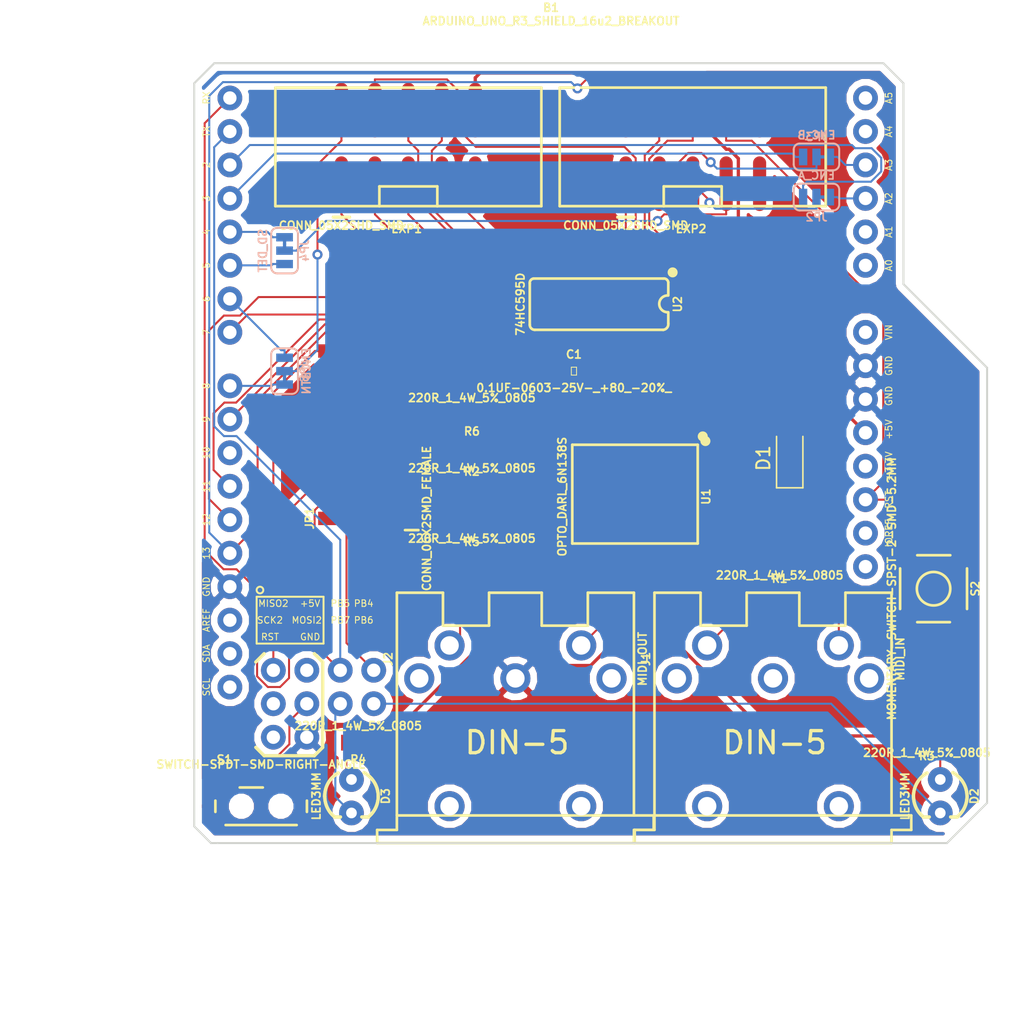
<source format=kicad_pcb>
(kicad_pcb (version 4) (host pcbnew 4.0.7)

  (general
    (links 76)
    (no_connects 7)
    (area 148.260999 47.676999 208.609001 107.009001)
    (thickness 1.6)
    (drawings 15)
    (tracks 313)
    (zones 0)
    (modules 24)
    (nets 68)
  )

  (page A4)
  (layers
    (0 F.Cu signal)
    (31 B.Cu signal)
    (32 B.Adhes user)
    (33 F.Adhes user)
    (34 B.Paste user)
    (35 F.Paste user)
    (36 B.SilkS user)
    (37 F.SilkS user)
    (38 B.Mask user)
    (39 F.Mask user)
    (40 Dwgs.User user)
    (41 Cmts.User user)
    (42 Eco1.User user)
    (43 Eco2.User user)
    (44 Edge.Cuts user)
    (45 Margin user)
    (46 B.CrtYd user)
    (47 F.CrtYd user)
    (48 B.Fab user)
    (49 F.Fab user)
  )

  (setup
    (last_trace_width 0.1524)
    (trace_clearance 0.175)
    (zone_clearance 0.508)
    (zone_45_only no)
    (trace_min 0.1524)
    (segment_width 0.2)
    (edge_width 0.15)
    (via_size 0.762)
    (via_drill 0.4064)
    (via_min_size 0.6858)
    (via_min_drill 0.35)
    (uvia_size 0.762)
    (uvia_drill 0.4064)
    (uvias_allowed no)
    (uvia_min_size 0.2)
    (uvia_min_drill 0.1)
    (pcb_text_width 0.3)
    (pcb_text_size 1.5 1.5)
    (mod_edge_width 0.15)
    (mod_text_size 1 1)
    (mod_text_width 0.15)
    (pad_size 1.524 1.524)
    (pad_drill 0.762)
    (pad_to_mask_clearance 0.2)
    (aux_axis_origin 0 0)
    (visible_elements 7FFEFF7F)
    (pcbplotparams
      (layerselection 0x00030_80000001)
      (usegerberextensions false)
      (excludeedgelayer true)
      (linewidth 0.100000)
      (plotframeref false)
      (viasonmask false)
      (mode 1)
      (useauxorigin false)
      (hpglpennumber 1)
      (hpglpenspeed 20)
      (hpglpendiameter 15)
      (hpglpenoverlay 2)
      (psnegative false)
      (psa4output false)
      (plotreference true)
      (plotvalue true)
      (plotinvisibletext false)
      (padsonsilk false)
      (subtractmaskfromsilk false)
      (outputformat 1)
      (mirror false)
      (drillshape 1)
      (scaleselection 1)
      (outputdirectory ""))
  )

  (net 0 "")
  (net 1 "Net-(B1-Pad3.3V)")
  (net 2 "Net-(B1-PadA0)")
  (net 3 "Net-(B1-PadA1)")
  (net 4 "Net-(B1-PadA4)")
  (net 5 "Net-(B1-PadA5)")
  (net 6 "Net-(B1-PadAREF)")
  (net 7 "Net-(B1-PadD10)")
  (net 8 "Net-(B1-PadIORE)")
  (net 9 "Net-(B1-PadSCL)")
  (net 10 "Net-(B1-PadSDA)")
  (net 11 "Net-(B1-PadVIN)")
  (net 12 "Net-(B1-Pad5V_2)")
  (net 13 "Net-(B1-PadSCK2)")
  (net 14 VCC)
  (net 15 /ENC_A_NC)
  (net 16 /ENC_B_NC)
  (net 17 /ENC_A_NO)
  (net 18 /ENC_B_NO)
  (net 19 /SD_DET_NC)
  (net 20 /SD_DET_NO)
  (net 21 /ENC_BTN_NO)
  (net 22 /SD_CS)
  (net 23 /ENC_BTN_NC)
  (net 24 /LCD&BUZZER_CS)
  (net 25 /MOSI_)
  (net 26 /MISO_)
  (net 27 /SCK_)
  (net 28 GND)
  (net 29 /ARDUINO_RST)
  (net 30 /328P_RX)
  (net 31 /16U2_TX)
  (net 32 /16U2_RX)
  (net 33 /STATUS_LED2)
  (net 34 /STATUS_LED1)
  (net 35 /16U2_RSTJP)
  (net 36 "Net-(D2-PadA)")
  (net 37 "Net-(D3-PadA)")
  (net 38 "Net-(J1-Pad1)")
  (net 39 "Net-(J1-Pad2)")
  (net 40 "Net-(J1-Pad3)")
  (net 41 "Net-(J1-Pad5)")
  (net 42 /MIDI_IN)
  (net 43 /MIDI_OUT)
  (net 44 /BUZZER)
  (net 45 /ENC_BTN)
  (net 46 /LCDE)
  (net 47 /LCDRS)
  (net 48 /LCD4)
  (net 49 /LCD5)
  (net 50 /LCD6)
  (net 51 /LCD7)
  (net 52 /ENC_B)
  (net 53 /ENC_A)
  (net 54 /SD_DET)
  (net 55 "Net-(S1-Pad1)")
  (net 56 "Net-(U2-Pad9)")
  (net 57 "Net-(U2-Pad15)")
  (net 58 "Net-(D1-Pad1)")
  (net 59 "Net-(D1-Pad2)")
  (net 60 /FAST_SERIAL)
  (net 61 "Net-(B1-PadRST2)")
  (net 62 "Net-(EXP2-Pad9)")
  (net 63 "Net-(EXP2-Pad10)")
  (net 64 "Net-(J2-Pad1)")
  (net 65 "Net-(J2-Pad3)")
  (net 66 "Net-(J2-Pad4)")
  (net 67 "Net-(J2-Pad5)")

  (net_class Default "This is the default net class."
    (clearance 0.175)
    (trace_width 0.1524)
    (via_dia 0.762)
    (via_drill 0.4064)
    (uvia_dia 0.762)
    (uvia_drill 0.4064)
    (add_net /16U2_RSTJP)
    (add_net /16U2_RX)
    (add_net /16U2_TX)
    (add_net /328P_RX)
    (add_net /ARDUINO_RST)
    (add_net /BUZZER)
    (add_net /ENC_A)
    (add_net /ENC_A_NC)
    (add_net /ENC_A_NO)
    (add_net /ENC_B)
    (add_net /ENC_BTN)
    (add_net /ENC_BTN_NC)
    (add_net /ENC_BTN_NO)
    (add_net /ENC_B_NC)
    (add_net /ENC_B_NO)
    (add_net /FAST_SERIAL)
    (add_net /LCD&BUZZER_CS)
    (add_net /LCD4)
    (add_net /LCD5)
    (add_net /LCD6)
    (add_net /LCD7)
    (add_net /LCDE)
    (add_net /LCDRS)
    (add_net /MIDI_IN)
    (add_net /MIDI_OUT)
    (add_net /MISO_)
    (add_net /MOSI_)
    (add_net /SCK_)
    (add_net /SD_CS)
    (add_net /SD_DET)
    (add_net /SD_DET_NC)
    (add_net /SD_DET_NO)
    (add_net /STATUS_LED1)
    (add_net /STATUS_LED2)
    (add_net "Net-(B1-Pad3.3V)")
    (add_net "Net-(B1-Pad5V_2)")
    (add_net "Net-(B1-PadA0)")
    (add_net "Net-(B1-PadA1)")
    (add_net "Net-(B1-PadA4)")
    (add_net "Net-(B1-PadA5)")
    (add_net "Net-(B1-PadAREF)")
    (add_net "Net-(B1-PadD10)")
    (add_net "Net-(B1-PadIORE)")
    (add_net "Net-(B1-PadRST2)")
    (add_net "Net-(B1-PadSCK2)")
    (add_net "Net-(B1-PadSCL)")
    (add_net "Net-(B1-PadSDA)")
    (add_net "Net-(B1-PadVIN)")
    (add_net "Net-(D1-Pad1)")
    (add_net "Net-(D1-Pad2)")
    (add_net "Net-(D2-PadA)")
    (add_net "Net-(D3-PadA)")
    (add_net "Net-(EXP2-Pad10)")
    (add_net "Net-(EXP2-Pad9)")
    (add_net "Net-(J1-Pad1)")
    (add_net "Net-(J1-Pad2)")
    (add_net "Net-(J1-Pad3)")
    (add_net "Net-(J1-Pad5)")
    (add_net "Net-(J2-Pad1)")
    (add_net "Net-(J2-Pad3)")
    (add_net "Net-(J2-Pad4)")
    (add_net "Net-(J2-Pad5)")
    (add_net "Net-(S1-Pad1)")
    (add_net "Net-(U2-Pad15)")
    (add_net "Net-(U2-Pad9)")
  )

  (net_class PWR ""
    (clearance 0.25)
    (trace_width 0.25)
    (via_dia 0.95)
    (via_drill 0.45)
    (uvia_dia 0.95)
    (uvia_drill 0.45)
    (add_net GND)
    (add_net VCC)
  )

  (module DIN5-RA-PTH locked (layer F.Cu) (tedit 200000) (tstamp 5A86AB62)
    (at 192.278 106.934)
    (descr "DIN5/180 CONNECTOR - RIGHT ANGLE FEMALE")
    (tags "DIN5/180 CONNECTOR - RIGHT ANGLE FEMALE")
    (path /5A53C9F9)
    (attr virtual)
    (fp_text reference J1 (at -9.652 -13.97 90) (layer F.SilkS)
      (effects (font (size 0.6096 0.6096) (thickness 0.127)))
    )
    (fp_text value MIDI_IN (at 9.652 -13.97 90) (layer F.SilkS)
      (effects (font (size 0.6096 0.6096) (thickness 0.127)))
    )
    (fp_line (start -10.49782 0) (end 8.99922 0) (layer F.SilkS) (width 0.2032))
    (fp_line (start 10.49782 -0.99822) (end 10.49782 -2.09804) (layer F.SilkS) (width 0.2032))
    (fp_line (start 10.49782 -2.09804) (end 8.99922 -2.09804) (layer F.SilkS) (width 0.2032))
    (fp_line (start 8.99922 -2.09804) (end 8.99922 -18.9992) (layer F.SilkS) (width 0.2032))
    (fp_line (start 8.99922 -18.9992) (end 5.4991 -18.9992) (layer F.SilkS) (width 0.2032))
    (fp_line (start 1.99898 -18.9992) (end -1.99898 -18.9992) (layer F.SilkS) (width 0.2032))
    (fp_line (start -5.4991 -18.9992) (end -8.99922 -18.9992) (layer F.SilkS) (width 0.2032))
    (fp_line (start -8.99922 -18.9992) (end -8.99922 -2.09804) (layer F.SilkS) (width 0.2032))
    (fp_line (start -10.49782 -0.99822) (end -10.49782 0) (layer F.SilkS) (width 0.2032))
    (fp_line (start -8.99922 -2.09804) (end 8.99922 -2.09804) (layer F.SilkS) (width 0.2032))
    (fp_line (start 8.99922 0) (end 8.99922 -0.99822) (layer F.SilkS) (width 0.2032))
    (fp_line (start 8.99922 -0.99822) (end 10.49782 -0.99822) (layer F.SilkS) (width 0.2032))
    (fp_line (start -8.99922 -1.99898) (end -8.99922 -0.99822) (layer F.SilkS) (width 0.2032))
    (fp_line (start -8.99922 -0.99822) (end -10.49782 -0.99822) (layer F.SilkS) (width 0.2032))
    (fp_line (start 5.4991 -16.49984) (end 1.99898 -16.49984) (layer F.SilkS) (width 0.2032))
    (fp_line (start -1.99898 -16.49984) (end -5.4991 -16.49984) (layer F.SilkS) (width 0.2032))
    (fp_line (start -5.4991 -18.9992) (end -5.4991 -16.49984) (layer F.SilkS) (width 0.2032))
    (fp_line (start 5.4991 -18.9992) (end 5.4991 -16.49984) (layer F.SilkS) (width 0.2032))
    (fp_line (start 1.99898 -18.9992) (end 1.99898 -16.49984) (layer F.SilkS) (width 0.2032))
    (fp_line (start -1.99898 -18.9992) (end -1.99898 -16.49984) (layer F.SilkS) (width 0.2032))
    (fp_line (start -3.99796 0) (end 0 0) (layer Dwgs.User) (width 0.2032))
    (fp_line (start 0 0) (end 3.99796 0) (layer Dwgs.User) (width 0.2032))
    (fp_line (start 0 3.99796) (end 0 0) (layer Dwgs.User) (width 0.2032))
    (fp_line (start -0.99822 1.99898) (end 0 0) (layer Dwgs.User) (width 0.2032))
    (fp_line (start 0.99822 1.99898) (end 0 0) (layer Dwgs.User) (width 0.2032))
    (fp_text user DIN-5 (at 0.127 -7.62) (layer F.SilkS)
      (effects (font (size 1.6764 1.6764) (thickness 0.254)))
    )
    (fp_text user "BOARD EDGE" (at 4.064 3.9116) (layer Dwgs.User)
      (effects (font (size 0.8128 0.8128) (thickness 0.0762)))
    )
    (pad 1 thru_hole circle (at 7.29996 -12.49934) (size 2.286 2.286) (drill 1.39954) (layers *.Cu *.Mask)
      (net 38 "Net-(J1-Pad1)") (solder_mask_margin 0.1016))
    (pad 2 thru_hole circle (at 0 -12.49934) (size 2.286 2.286) (drill 1.39954) (layers *.Cu *.Mask)
      (net 39 "Net-(J1-Pad2)") (solder_mask_margin 0.1016))
    (pad 3 thru_hole circle (at -7.29996 -12.49934) (size 2.286 2.286) (drill 1.39954) (layers *.Cu *.Mask)
      (net 40 "Net-(J1-Pad3)") (solder_mask_margin 0.1016))
    (pad 4 thru_hole circle (at 4.99872 -14.9987) (size 2.286 2.286) (drill 1.39954) (layers *.Cu *.Mask)
      (net 59 "Net-(D1-Pad2)") (solder_mask_margin 0.1016))
    (pad 5 thru_hole circle (at -4.99872 -14.9987) (size 2.286 2.286) (drill 1.39954) (layers *.Cu *.Mask)
      (net 41 "Net-(J1-Pad5)") (solder_mask_margin 0.1016))
    (pad 6 thru_hole circle (at -4.99872 -2.79908) (size 2.286 2.286) (drill 1.39954) (layers *.Cu *.Mask)
      (solder_mask_margin 0.1016))
    (pad 7 thru_hole circle (at 4.99872 -2.79908) (size 2.286 2.286) (drill 1.39954) (layers *.Cu *.Mask)
      (solder_mask_margin 0.1016))
  )

  (module SWITCH_SPST_SMD_A locked (layer F.Cu) (tedit 5A886D20) (tstamp 5A86AC40)
    (at 153.416 104.14 180)
    (descr "SPDT SLIDE SWITCH - SMD")
    (tags "SPDT SLIDE SWITCH - SMD")
    (path /5A53E646)
    (attr smd)
    (fp_text reference S1 (at 2.794 3.556 360) (layer F.SilkS)
      (effects (font (size 0.6096 0.6096) (thickness 0.127)))
    )
    (fp_text value SWITCH-SPDT-SMD-RIGHT-ANGLE (at 0 3.175 360) (layer F.SilkS)
      (effects (font (size 0.6096 0.6096) (thickness 0.127)))
    )
    (fp_line (start -3.34772 -1.29794) (end -3.34772 1.29794) (layer Dwgs.User) (width 0.127))
    (fp_line (start -3.34772 1.29794) (end 3.34772 1.29794) (layer Dwgs.User) (width 0.127))
    (fp_line (start 3.34772 1.29794) (end 3.34772 -1.29794) (layer Dwgs.User) (width 0.127))
    (fp_line (start 3.34772 -1.29794) (end -0.09906 -1.29794) (layer Dwgs.User) (width 0.127))
    (fp_line (start -0.09906 -1.29794) (end -1.39954 -1.29794) (layer Dwgs.User) (width 0.127))
    (fp_line (start -1.39954 -1.29794) (end -3.34772 -1.29794) (layer Dwgs.User) (width 0.127))
    (fp_line (start -0.09906 -1.29794) (end -0.09906 -2.79908) (layer Dwgs.User) (width 0.127))
    (fp_line (start -0.09906 -2.79908) (end -1.39954 -2.79908) (layer Dwgs.User) (width 0.127))
    (fp_line (start -1.39954 -2.79908) (end -1.39954 -1.29794) (layer Dwgs.User) (width 0.127))
    (fp_line (start -3.47472 -0.42672) (end -3.47472 0.42672) (layer F.SilkS) (width 0.2032))
    (fp_line (start 3.47472 -0.42672) (end 3.47472 0.42672) (layer F.SilkS) (width 0.2032))
    (fp_line (start 2.69748 -1.42494) (end -2.69748 -1.42494) (layer F.SilkS) (width 0.2032))
    (fp_line (start 1.6256 1.42494) (end -0.127 1.42494) (layer F.SilkS) (width 0.2032))
    (pad 1 smd rect (at -2.2479 1.74752) (size 0.6985 1.4986) (layers F.Cu F.Paste F.Mask)
      (net 55 "Net-(S1-Pad1)") (solder_mask_margin 0.1016))
    (pad 2 smd rect (at -0.7493 1.74752) (size 0.6985 1.4986) (layers F.Cu F.Paste F.Mask)
      (net 28 GND) (solder_mask_margin 0.1016))
    (pad 3 smd rect (at 2.2479 1.74752) (size 0.6985 1.4986) (layers F.Cu F.Paste F.Mask)
      (net 35 /16U2_RSTJP) (solder_mask_margin 0.1016))
    (pad GND1 smd rect (at -3.64998 -0.99822 180) (size 0.99822 0.59944) (layers F.Cu F.Paste F.Mask)
      (solder_mask_margin 0.1016))
    (pad GND2 smd rect (at -3.64998 1.09982 180) (size 0.99822 0.79756) (layers F.Cu F.Paste F.Mask)
      (solder_mask_margin 0.1016))
    (pad GND3 smd rect (at 3.64998 -0.99822 180) (size 0.99822 0.59944) (layers F.Cu F.Paste F.Mask)
      (solder_mask_margin 0.1016))
    (pad GND4 smd rect (at 3.64998 1.09982 180) (size 0.99822 0.79756) (layers F.Cu F.Paste F.Mask)
      (solder_mask_margin 0.1016))
    (pad "" np_thru_hole circle (at -1.4986 0 180) (size 0.89916 0.89916) (drill 0.89916) (layers *.Cu *.Mask)
      (solder_mask_margin 0.1016))
    (pad "" np_thru_hole circle (at 1.4986 0 180) (size 0.89916 0.89916) (drill 0.89916) (layers *.Cu *.Mask)
      (solder_mask_margin 0.1016))
  )

  (module 0603 locked (layer F.Cu) (tedit 596180EF) (tstamp 5A86AB03)
    (at 177.165 71.12)
    (descr "GENERIC 1608 (0603) PACKAGE")
    (tags "GENERIC 1608 (0603) PACKAGE")
    (path /5A847424)
    (attr smd)
    (fp_text reference C1 (at 0 -1.27) (layer F.SilkS)
      (effects (font (size 0.6096 0.6096) (thickness 0.127)))
    )
    (fp_text value 0.1UF-0603-25V-_+80_-20%_ (at 0 1.27) (layer F.SilkS)
      (effects (font (size 0.6096 0.6096) (thickness 0.127)))
    )
    (fp_line (start -0.8382 0.4699) (end -0.33782 0.4699) (layer Dwgs.User) (width 0.06604))
    (fp_line (start -0.33782 0.4699) (end -0.33782 -0.48006) (layer Dwgs.User) (width 0.06604))
    (fp_line (start -0.8382 -0.48006) (end -0.33782 -0.48006) (layer Dwgs.User) (width 0.06604))
    (fp_line (start -0.8382 0.4699) (end -0.8382 -0.48006) (layer Dwgs.User) (width 0.06604))
    (fp_line (start 0.3302 0.4699) (end 0.82804 0.4699) (layer Dwgs.User) (width 0.06604))
    (fp_line (start 0.82804 0.4699) (end 0.82804 -0.48006) (layer Dwgs.User) (width 0.06604))
    (fp_line (start 0.3302 -0.48006) (end 0.82804 -0.48006) (layer Dwgs.User) (width 0.06604))
    (fp_line (start 0.3302 0.4699) (end 0.3302 -0.48006) (layer Dwgs.User) (width 0.06604))
    (fp_line (start -0.19812 0.29972) (end 0.19812 0.29972) (layer F.SilkS) (width 0.06604))
    (fp_line (start 0.19812 0.29972) (end 0.19812 -0.29972) (layer F.SilkS) (width 0.06604))
    (fp_line (start -0.19812 -0.29972) (end 0.19812 -0.29972) (layer F.SilkS) (width 0.06604))
    (fp_line (start -0.19812 0.29972) (end -0.19812 -0.29972) (layer F.SilkS) (width 0.06604))
    (fp_line (start -1.59766 -0.6985) (end 1.59766 -0.6985) (layer F.CrtYd) (width 0.0508))
    (fp_line (start 1.59766 -0.6985) (end 1.59766 0.6985) (layer F.CrtYd) (width 0.0508))
    (fp_line (start 1.59766 0.6985) (end -1.59766 0.6985) (layer F.CrtYd) (width 0.0508))
    (fp_line (start -1.59766 0.6985) (end -1.59766 -0.6985) (layer F.CrtYd) (width 0.0508))
    (fp_line (start -0.3556 -0.4318) (end 0.3556 -0.4318) (layer Dwgs.User) (width 0.1016))
    (fp_line (start -0.3556 0.41656) (end 0.3556 0.41656) (layer Dwgs.User) (width 0.1016))
    (pad 1 smd rect (at -0.84836 0) (size 1.09982 0.99822) (layers F.Cu F.Paste F.Mask)
      (net 14 VCC) (solder_mask_margin 0.1016))
    (pad 2 smd rect (at 0.84836 0) (size 1.09982 0.99822) (layers F.Cu F.Paste F.Mask)
      (net 28 GND) (solder_mask_margin 0.1016))
  )

  (module LED_3MM locked (layer F.Cu) (tedit 200000) (tstamp 5A86AB27)
    (at 204.978 103.378 270)
    (descr "LED 3MM PTH")
    (tags "LED 3MM PTH")
    (path /5A85F0E0)
    (attr virtual)
    (fp_text reference D2 (at 0 -2.58826 270) (layer F.SilkS)
      (effects (font (size 0.6096 0.6096) (thickness 0.127)))
    )
    (fp_text value LED3MM (at 0 2.667 270) (layer F.SilkS)
      (effects (font (size 0.6096 0.6096) (thickness 0.127)))
    )
    (fp_line (start 1.5748 1.27) (end 1.5748 -1.27) (layer Dwgs.User) (width 0.254))
    (fp_line (start 1.5748 -1.29286) (end 1.5748 -0.7874) (layer F.SilkS) (width 0.254))
    (fp_line (start 1.5748 1.29286) (end 1.5748 0.8382) (layer F.SilkS) (width 0.254))
    (fp_line (start 1.5748 -1.29286) (end 1.5748 -0.7874) (layer F.SilkS) (width 0.254))
    (fp_line (start 1.5748 1.29286) (end 1.5748 0.8382) (layer F.SilkS) (width 0.254))
    (fp_arc (start 0 0) (end 0 -2.032) (angle 50.1) (layer F.SilkS) (width 0.254))
    (fp_arc (start 0 0) (end -1.7907 -0.95504) (angle 61.9) (layer F.SilkS) (width 0.254))
    (fp_arc (start 0 0) (end 1.5494 1.31064) (angle 49.7) (layer F.SilkS) (width 0.254))
    (fp_arc (start 0 0) (end 0 2.032) (angle 60.2) (layer F.SilkS) (width 0.254))
    (fp_arc (start 0 0) (end -2.032 0) (angle 28.3) (layer Dwgs.User) (width 0.254))
    (fp_arc (start 0 0) (end -1.72974 1.06426) (angle 31.6) (layer Dwgs.User) (width 0.254))
    (fp_arc (start 0 0) (end 0 -2.032) (angle 50.1) (layer F.SilkS) (width 0.254))
    (fp_arc (start 0 0) (end -1.7907 -0.95504) (angle 61.9) (layer F.SilkS) (width 0.254))
    (fp_arc (start 0 0) (end 1.5494 1.31064) (angle 49.7) (layer F.SilkS) (width 0.254))
    (fp_arc (start 0 0) (end 0 2.032) (angle 60.2) (layer F.SilkS) (width 0.254))
    (pad A thru_hole circle (at -1.27 0 270) (size 1.8796 1.8796) (drill 0.8128) (layers *.Cu *.Mask)
      (net 36 "Net-(D2-PadA)") (solder_mask_margin 0.1016))
    (pad K thru_hole circle (at 1.27 0 270) (size 1.8796 1.8796) (drill 0.8128) (layers *.Cu *.Mask)
      (net 34 /STATUS_LED1) (solder_mask_margin 0.1016))
  )

  (module LED_3MM (layer F.Cu) (tedit 200000) (tstamp 5A86AB3C)
    (at 160.274 103.378 270)
    (descr "LED 3MM PTH")
    (tags "LED 3MM PTH")
    (path /5A85F553)
    (attr virtual)
    (fp_text reference D3 (at 0 -2.58826 270) (layer F.SilkS)
      (effects (font (size 0.6096 0.6096) (thickness 0.127)))
    )
    (fp_text value LED3MM (at 0 2.667 270) (layer F.SilkS)
      (effects (font (size 0.6096 0.6096) (thickness 0.127)))
    )
    (fp_line (start 1.5748 1.27) (end 1.5748 -1.27) (layer Dwgs.User) (width 0.254))
    (fp_line (start 1.5748 -1.29286) (end 1.5748 -0.7874) (layer F.SilkS) (width 0.254))
    (fp_line (start 1.5748 1.29286) (end 1.5748 0.8382) (layer F.SilkS) (width 0.254))
    (fp_line (start 1.5748 -1.29286) (end 1.5748 -0.7874) (layer F.SilkS) (width 0.254))
    (fp_line (start 1.5748 1.29286) (end 1.5748 0.8382) (layer F.SilkS) (width 0.254))
    (fp_arc (start 0 0) (end 0 -2.032) (angle 50.1) (layer F.SilkS) (width 0.254))
    (fp_arc (start 0 0) (end -1.7907 -0.95504) (angle 61.9) (layer F.SilkS) (width 0.254))
    (fp_arc (start 0 0) (end 1.5494 1.31064) (angle 49.7) (layer F.SilkS) (width 0.254))
    (fp_arc (start 0 0) (end 0 2.032) (angle 60.2) (layer F.SilkS) (width 0.254))
    (fp_arc (start 0 0) (end -2.032 0) (angle 28.3) (layer Dwgs.User) (width 0.254))
    (fp_arc (start 0 0) (end -1.72974 1.06426) (angle 31.6) (layer Dwgs.User) (width 0.254))
    (fp_arc (start 0 0) (end 0 -2.032) (angle 50.1) (layer F.SilkS) (width 0.254))
    (fp_arc (start 0 0) (end -1.7907 -0.95504) (angle 61.9) (layer F.SilkS) (width 0.254))
    (fp_arc (start 0 0) (end 1.5494 1.31064) (angle 49.7) (layer F.SilkS) (width 0.254))
    (fp_arc (start 0 0) (end 0 2.032) (angle 60.2) (layer F.SilkS) (width 0.254))
    (pad A thru_hole circle (at -1.27 0 270) (size 1.8796 1.8796) (drill 0.8128) (layers *.Cu *.Mask)
      (net 37 "Net-(D3-PadA)") (solder_mask_margin 0.1016))
    (pad K thru_hole circle (at 1.27 0 270) (size 1.8796 1.8796) (drill 0.8128) (layers *.Cu *.Mask)
      (net 33 /STATUS_LED2) (solder_mask_margin 0.1016))
  )

  (module 0805 locked (layer F.Cu) (tedit 5A886D2F) (tstamp 5A86ABEC)
    (at 192.786 85.344)
    (descr "GENERIC 2012 (0805) PACKAGE")
    (tags "GENERIC 2012 (0805) PACKAGE")
    (path /5A86029B)
    (attr smd)
    (fp_text reference R1 (at 0 1.524) (layer F.SilkS)
      (effects (font (size 0.6096 0.6096) (thickness 0.127)))
    )
    (fp_text value 220R_1_4W_5%_0805 (at 0 1.27) (layer F.SilkS)
      (effects (font (size 0.6096 0.6096) (thickness 0.127)))
    )
    (fp_line (start -1.4986 -0.79756) (end 1.4986 -0.79756) (layer F.CrtYd) (width 0.0508))
    (fp_line (start 1.4986 -0.79756) (end 1.4986 0.79756) (layer F.CrtYd) (width 0.0508))
    (fp_line (start 1.4986 0.79756) (end -1.4986 0.79756) (layer F.CrtYd) (width 0.0508))
    (fp_line (start -1.4986 0.79756) (end -1.4986 -0.79756) (layer F.CrtYd) (width 0.0508))
    (pad 1 smd rect (at -0.89916 0) (size 0.79756 1.19888) (layers F.Cu F.Paste F.Mask)
      (net 41 "Net-(J1-Pad5)") (solder_mask_margin 0.1016))
    (pad 2 smd rect (at 0.89916 0) (size 0.79756 1.19888) (layers F.Cu F.Paste F.Mask)
      (net 58 "Net-(D1-Pad1)") (solder_mask_margin 0.1016))
  )

  (module 0805 locked (layer F.Cu) (tedit 5A886D07) (tstamp 5A86ABF6)
    (at 169.418 77.216)
    (descr "GENERIC 2012 (0805) PACKAGE")
    (tags "GENERIC 2012 (0805) PACKAGE")
    (path /5A8603AE)
    (attr smd)
    (fp_text reference R2 (at 0 1.524) (layer F.SilkS)
      (effects (font (size 0.6096 0.6096) (thickness 0.127)))
    )
    (fp_text value 220R_1_4W_5%_0805 (at 0 1.27) (layer F.SilkS)
      (effects (font (size 0.6096 0.6096) (thickness 0.127)))
    )
    (fp_line (start -1.4986 -0.79756) (end 1.4986 -0.79756) (layer F.CrtYd) (width 0.0508))
    (fp_line (start 1.4986 -0.79756) (end 1.4986 0.79756) (layer F.CrtYd) (width 0.0508))
    (fp_line (start 1.4986 0.79756) (end -1.4986 0.79756) (layer F.CrtYd) (width 0.0508))
    (fp_line (start -1.4986 0.79756) (end -1.4986 -0.79756) (layer F.CrtYd) (width 0.0508))
    (pad 1 smd rect (at -0.89916 0) (size 0.79756 1.19888) (layers F.Cu F.Paste F.Mask)
      (net 42 /MIDI_IN) (solder_mask_margin 0.1016))
    (pad 2 smd rect (at 0.89916 0) (size 0.79756 1.19888) (layers F.Cu F.Paste F.Mask)
      (net 14 VCC) (solder_mask_margin 0.1016))
  )

  (module 0805 locked (layer F.Cu) (tedit 5A886D16) (tstamp 5A86AC1C)
    (at 169.418 82.55)
    (descr "GENERIC 2012 (0805) PACKAGE")
    (tags "GENERIC 2012 (0805) PACKAGE")
    (path /5A85FEF4)
    (attr smd)
    (fp_text reference R5 (at 0 1.524) (layer F.SilkS)
      (effects (font (size 0.6096 0.6096) (thickness 0.127)))
    )
    (fp_text value 220R_1_4W_5%_0805 (at 0 1.27) (layer F.SilkS)
      (effects (font (size 0.6096 0.6096) (thickness 0.127)))
    )
    (fp_line (start -1.4986 -0.79756) (end 1.4986 -0.79756) (layer F.CrtYd) (width 0.0508))
    (fp_line (start 1.4986 -0.79756) (end 1.4986 0.79756) (layer F.CrtYd) (width 0.0508))
    (fp_line (start 1.4986 0.79756) (end -1.4986 0.79756) (layer F.CrtYd) (width 0.0508))
    (fp_line (start -1.4986 0.79756) (end -1.4986 -0.79756) (layer F.CrtYd) (width 0.0508))
    (pad 1 smd rect (at -0.89916 0) (size 0.79756 1.19888) (layers F.Cu F.Paste F.Mask)
      (net 67 "Net-(J2-Pad5)") (solder_mask_margin 0.1016))
    (pad 2 smd rect (at 0.89916 0) (size 0.79756 1.19888) (layers F.Cu F.Paste F.Mask)
      (net 14 VCC) (solder_mask_margin 0.1016))
  )

  (module 0805 locked (layer F.Cu) (tedit 200000) (tstamp 5A86AC26)
    (at 169.418 74.422 180)
    (descr "GENERIC 2012 (0805) PACKAGE")
    (tags "GENERIC 2012 (0805) PACKAGE")
    (path /5A85FD48)
    (attr smd)
    (fp_text reference R6 (at 0 -1.27 180) (layer F.SilkS)
      (effects (font (size 0.6096 0.6096) (thickness 0.127)))
    )
    (fp_text value 220R_1_4W_5%_0805 (at 0 1.27 180) (layer F.SilkS)
      (effects (font (size 0.6096 0.6096) (thickness 0.127)))
    )
    (fp_line (start -1.4986 -0.79756) (end 1.4986 -0.79756) (layer F.CrtYd) (width 0.0508))
    (fp_line (start 1.4986 -0.79756) (end 1.4986 0.79756) (layer F.CrtYd) (width 0.0508))
    (fp_line (start 1.4986 0.79756) (end -1.4986 0.79756) (layer F.CrtYd) (width 0.0508))
    (fp_line (start -1.4986 0.79756) (end -1.4986 -0.79756) (layer F.CrtYd) (width 0.0508))
    (pad 1 smd rect (at -0.89916 0 180) (size 0.79756 1.19888) (layers F.Cu F.Paste F.Mask)
      (net 66 "Net-(J2-Pad4)") (solder_mask_margin 0.1016))
    (pad 2 smd rect (at 0.89916 0 180) (size 0.79756 1.19888) (layers F.Cu F.Paste F.Mask)
      (net 43 /MIDI_OUT) (solder_mask_margin 0.1016))
  )

  (module 8-SMD locked (layer F.Cu) (tedit 59639F89) (tstamp 5A86AC57)
    (at 181.61 80.645 180)
    (path /5A53CE03)
    (attr smd)
    (fp_text reference U1 (at -5.588 0 270) (layer F.SilkS)
      (effects (font (size 0.6096 0.6096) (thickness 0.127)))
    )
    (fp_text value OPTO_DARL_6N138S (at 5.334 0 270) (layer F.SilkS)
      (effects (font (size 0.6096 0.6096) (thickness 0.127)))
    )
    (fp_circle (center -5.334 4.572) (end -5.08 4.572) (layer F.SilkS) (width 0.254))
    (fp_circle (center -5.334 4.572) (end -5.207 4.572) (layer F.SilkS) (width 0.254))
    (fp_line (start -4.99872 3.99796) (end 4.68884 3.99796) (layer Dwgs.User) (width 0.09906))
    (fp_line (start -4.99872 3.99796) (end -4.99872 -3.6195) (layer Dwgs.User) (width 0.09906))
    (fp_line (start -4.99872 -3.6195) (end 4.67868 -3.6195) (layer Dwgs.User) (width 0.09906))
    (fp_line (start 4.67868 -3.6195) (end 4.67868 3.97764) (layer Dwgs.User) (width 0.09906))
    (fp_line (start -4.953 -3.556) (end 4.572 -3.556) (layer F.SilkS) (width 0.2032))
    (fp_line (start 4.572 -3.556) (end 4.572 3.937) (layer F.SilkS) (width 0.2032))
    (fp_line (start 4.572 3.937) (end -4.953 3.937) (layer F.SilkS) (width 0.2032))
    (fp_line (start -4.953 3.937) (end -4.953 -3.556) (layer F.SilkS) (width 0.2032))
    (fp_circle (center -5.5372 4.21894) (end -5.5372 3.83794) (layer F.SilkS) (width 0))
    (pad 1 smd rect (at -3.95986 4.95808 180) (size 1.29794 1.39954) (layers F.Cu F.Paste F.Mask)
      (solder_mask_margin 0.1016))
    (pad 2 smd rect (at -1.41986 4.95808 180) (size 1.29794 1.39954) (layers F.Cu F.Paste F.Mask)
      (net 58 "Net-(D1-Pad1)") (solder_mask_margin 0.1016))
    (pad 3 smd rect (at 1.1176 4.95808 180) (size 1.29794 1.39954) (layers F.Cu F.Paste F.Mask)
      (net 59 "Net-(D1-Pad2)") (solder_mask_margin 0.1016))
    (pad 4 smd rect (at 3.6576 4.95808 180) (size 1.29794 1.39954) (layers F.Cu F.Paste F.Mask)
      (solder_mask_margin 0.1016))
    (pad 5 smd rect (at 3.58902 -4.57962 180) (size 1.29794 1.39954) (layers F.Cu F.Paste F.Mask)
      (net 28 GND) (solder_mask_margin 0.1016))
    (pad 6 smd rect (at 1.04902 -4.57962 180) (size 1.29794 1.39954) (layers F.Cu F.Paste F.Mask)
      (net 42 /MIDI_IN) (solder_mask_margin 0.1016))
    (pad 7 smd rect (at -1.48844 -4.57962 180) (size 1.29794 1.39954) (layers F.Cu F.Paste F.Mask)
      (solder_mask_margin 0.1016))
    (pad 8 smd rect (at -4.02844 -4.57962 180) (size 1.29794 1.39954) (layers F.Cu F.Paste F.Mask)
      (net 14 VCC) (solder_mask_margin 0.1016))
  )

  (module SO16 locked (layer F.Cu) (tedit 5961E22B) (tstamp 5A86AC77)
    (at 179.07 66.04 180)
    (descr "SOIC, 0.15 INCH WIDTH")
    (tags "SOIC, 0.15 INCH WIDTH")
    (path /5A8436B9)
    (attr smd)
    (fp_text reference U2 (at -5.969 0 270) (layer F.SilkS)
      (effects (font (size 0.6096 0.6096) (thickness 0.127)))
    )
    (fp_text value 74HC595D (at 5.969 0 270) (layer F.SilkS)
      (effects (font (size 0.6096 0.6096) (thickness 0.127)))
    )
    (fp_circle (center -5.588 2.413) (end -5.334 2.413) (layer F.SilkS) (width 0.254))
    (fp_circle (center -5.588 2.413) (end -5.461 2.413) (layer F.SilkS) (width 0.254))
    (fp_line (start 4.8768 -1.94564) (end -4.8768 -1.94564) (layer F.SilkS) (width 0.2032))
    (fp_line (start -4.8768 1.94564) (end 4.97586 1.94564) (layer F.SilkS) (width 0.2032))
    (fp_line (start 5.2578 1.56464) (end 5.2578 -1.56464) (layer F.SilkS) (width 0.2032))
    (fp_line (start -5.2578 -1.45034) (end -5.2578 -0.6096) (layer F.SilkS) (width 0.2032))
    (fp_line (start -5.2578 1.6637) (end -5.2578 0.6604) (layer F.SilkS) (width 0.2032))
    (fp_arc (start 4.92506 1.6129) (end 5.2578 1.56464) (angle 90) (layer F.SilkS) (width 0.2032))
    (fp_arc (start -4.826 -1.51384) (end -5.2578 -1.46304) (angle 90) (layer F.SilkS) (width 0.2032))
    (fp_arc (start 4.8768 -1.56464) (end 4.8768 -1.94564) (angle 90) (layer F.SilkS) (width 0.2032))
    (fp_arc (start -4.92506 1.61544) (end -4.8768 1.94564) (angle 90) (layer F.SilkS) (width 0.2032))
    (fp_arc (start -5.207 0.0254) (end -5.207 -0.6096) (angle 180) (layer F.SilkS) (width 0.2032))
    (pad 1 smd rect (at -4.445 2.79908 180) (size 0.59944 1.19888) (layers F.Cu F.Paste F.Mask)
      (net 47 /LCDRS) (solder_mask_margin 0.1016))
    (pad 2 smd rect (at -3.175 2.79908 180) (size 0.59944 1.19888) (layers F.Cu F.Paste F.Mask)
      (net 44 /BUZZER) (solder_mask_margin 0.1016))
    (pad 3 smd rect (at -1.905 2.79908 180) (size 0.59944 1.19888) (layers F.Cu F.Paste F.Mask)
      (net 46 /LCDE) (solder_mask_margin 0.1016))
    (pad 4 smd rect (at -0.635 2.79908 180) (size 0.59944 1.19888) (layers F.Cu F.Paste F.Mask)
      (net 48 /LCD4) (solder_mask_margin 0.1016))
    (pad 5 smd rect (at 0.635 2.79908 180) (size 0.59944 1.19888) (layers F.Cu F.Paste F.Mask)
      (net 50 /LCD6) (solder_mask_margin 0.1016))
    (pad 6 smd rect (at 1.905 2.79908 180) (size 0.59944 1.19888) (layers F.Cu F.Paste F.Mask)
      (net 49 /LCD5) (solder_mask_margin 0.1016))
    (pad 7 smd rect (at 3.175 2.79908 180) (size 0.59944 1.19888) (layers F.Cu F.Paste F.Mask)
      (net 51 /LCD7) (solder_mask_margin 0.1016))
    (pad 8 smd rect (at 4.445 2.79908 180) (size 0.59944 1.19888) (layers F.Cu F.Paste F.Mask)
      (net 28 GND) (solder_mask_margin 0.1016))
    (pad 9 smd rect (at 4.445 -2.79908 180) (size 0.59944 1.19888) (layers F.Cu F.Paste F.Mask)
      (net 56 "Net-(U2-Pad9)") (solder_mask_margin 0.1016))
    (pad 10 smd rect (at 3.175 -2.79908 180) (size 0.59944 1.19888) (layers F.Cu F.Paste F.Mask)
      (net 14 VCC) (solder_mask_margin 0.1016))
    (pad 11 smd rect (at 1.905 -2.79908 180) (size 0.59944 1.19888) (layers F.Cu F.Paste F.Mask)
      (net 27 /SCK_) (solder_mask_margin 0.1016))
    (pad 12 smd rect (at 0.635 -2.79908 180) (size 0.59944 1.19888) (layers F.Cu F.Paste F.Mask)
      (net 24 /LCD&BUZZER_CS) (solder_mask_margin 0.1016))
    (pad 13 smd rect (at -0.635 -2.79908 180) (size 0.59944 1.19888) (layers F.Cu F.Paste F.Mask)
      (net 28 GND) (solder_mask_margin 0.1016))
    (pad 14 smd rect (at -1.905 -2.79908 180) (size 0.59944 1.19888) (layers F.Cu F.Paste F.Mask)
      (net 25 /MOSI_) (solder_mask_margin 0.1016))
    (pad 15 smd rect (at -3.175 -2.79908 180) (size 0.59944 1.19888) (layers F.Cu F.Paste F.Mask)
      (net 57 "Net-(U2-Pad15)") (solder_mask_margin 0.1016))
    (pad 16 smd rect (at -4.445 -2.79908 180) (size 0.59944 1.19888) (layers F.Cu F.Paste F.Mask)
      (net 14 VCC) (solder_mask_margin 0.1016))
  )

  (module Diodes_SMD:D_SOD-123 locked (layer F.Cu) (tedit 58645DC7) (tstamp 5A86F810)
    (at 193.548 77.724 90)
    (descr SOD-123)
    (tags SOD-123)
    (path /5A86BFD8)
    (attr smd)
    (fp_text reference D1 (at 0 -2 90) (layer F.SilkS)
      (effects (font (size 1 1) (thickness 0.15)))
    )
    (fp_text value 1N4148 (at 0 2.1 90) (layer F.Fab)
      (effects (font (size 1 1) (thickness 0.15)))
    )
    (fp_text user %R (at 0 -2 90) (layer F.Fab)
      (effects (font (size 1 1) (thickness 0.15)))
    )
    (fp_line (start -2.25 -1) (end -2.25 1) (layer F.SilkS) (width 0.12))
    (fp_line (start 0.25 0) (end 0.75 0) (layer F.Fab) (width 0.1))
    (fp_line (start 0.25 0.4) (end -0.35 0) (layer F.Fab) (width 0.1))
    (fp_line (start 0.25 -0.4) (end 0.25 0.4) (layer F.Fab) (width 0.1))
    (fp_line (start -0.35 0) (end 0.25 -0.4) (layer F.Fab) (width 0.1))
    (fp_line (start -0.35 0) (end -0.35 0.55) (layer F.Fab) (width 0.1))
    (fp_line (start -0.35 0) (end -0.35 -0.55) (layer F.Fab) (width 0.1))
    (fp_line (start -0.75 0) (end -0.35 0) (layer F.Fab) (width 0.1))
    (fp_line (start -1.4 0.9) (end -1.4 -0.9) (layer F.Fab) (width 0.1))
    (fp_line (start 1.4 0.9) (end -1.4 0.9) (layer F.Fab) (width 0.1))
    (fp_line (start 1.4 -0.9) (end 1.4 0.9) (layer F.Fab) (width 0.1))
    (fp_line (start -1.4 -0.9) (end 1.4 -0.9) (layer F.Fab) (width 0.1))
    (fp_line (start -2.35 -1.15) (end 2.35 -1.15) (layer F.CrtYd) (width 0.05))
    (fp_line (start 2.35 -1.15) (end 2.35 1.15) (layer F.CrtYd) (width 0.05))
    (fp_line (start 2.35 1.15) (end -2.35 1.15) (layer F.CrtYd) (width 0.05))
    (fp_line (start -2.35 -1.15) (end -2.35 1.15) (layer F.CrtYd) (width 0.05))
    (fp_line (start -2.25 1) (end 1.65 1) (layer F.SilkS) (width 0.12))
    (fp_line (start -2.25 -1) (end 1.65 -1) (layer F.SilkS) (width 0.12))
    (pad 1 smd rect (at -1.65 0 90) (size 0.9 1.2) (layers F.Cu F.Paste F.Mask)
      (net 58 "Net-(D1-Pad1)"))
    (pad 2 smd rect (at 1.65 0 90) (size 0.9 1.2) (layers F.Cu F.Paste F.Mask)
      (net 59 "Net-(D1-Pad2)"))
    (model ${KISYS3DMOD}/Diodes_SMD.3dshapes/D_SOD-123.wrl
      (at (xyz 0 0 0))
      (scale (xyz 1 1 1))
      (rotate (xyz 0 0 0))
    )
  )

  (module "SparkFun Jumpers:SMT-JUMPER_3_1-NC_TRACE_SILK" locked (layer B.Cu) (tedit 59629358) (tstamp 5A86F847)
    (at 195.58 57.912)
    (path /5A86A515)
    (attr smd)
    (fp_text reference JP2 (at 0 1.524) (layer B.SilkS)
      (effects (font (size 0.6096 0.6096) (thickness 0.127)) (justify mirror))
    )
    (fp_text value ENC_A (at 0 -1.651) (layer B.SilkS)
      (effects (font (size 0.6096 0.6096) (thickness 0.127)) (justify mirror))
    )
    (fp_line (start 1.27 -1.016) (end -1.27 -1.016) (layer B.SilkS) (width 0.1524))
    (fp_line (start 1.7272 -0.5588) (end 1.7272 0.5588) (layer B.SilkS) (width 0.1524))
    (fp_line (start -1.7272 -0.5588) (end -1.7272 0.5588) (layer B.SilkS) (width 0.1524))
    (fp_line (start -1.27 1.016) (end 1.27 1.016) (layer B.SilkS) (width 0.1524))
    (fp_line (start 0 0) (end 1.016 0) (layer B.Cu) (width 0.254))
    (fp_arc (start 1.27 0.5588) (end 1.27 1.016) (angle -90) (layer B.SilkS) (width 0.1524))
    (fp_arc (start -1.27 0.5588) (end -1.7272 0.5588) (angle -90) (layer B.SilkS) (width 0.1524))
    (fp_arc (start -1.27 -0.5588) (end -1.27 -1.016) (angle -90) (layer B.SilkS) (width 0.1524))
    (fp_arc (start 1.27 -0.5588) (end 1.7272 -0.5588) (angle -90) (layer B.SilkS) (width 0.1524))
    (pad 1 smd rect (at -1.016 0) (size 0.635 1.27) (layers B.Cu B.Mask)
      (net 17 /ENC_A_NO) (solder_mask_margin 0.1016))
    (pad 2 smd rect (at 0 0) (size 0.635 1.27) (layers B.Cu B.Mask)
      (net 53 /ENC_A) (solder_mask_margin 0.1016))
    (pad 3 smd rect (at 1.016 0) (size 0.635 1.27) (layers B.Cu B.Mask)
      (net 15 /ENC_A_NC) (solder_mask_margin 0.1016))
  )

  (module "SparkFun Jumpers:SMT-JUMPER_3_1-NC_TRACE_SILK" locked (layer B.Cu) (tedit 5A886D52) (tstamp 5A86F857)
    (at 195.58 54.864)
    (path /5A86A583)
    (attr smd)
    (fp_text reference JP3 (at 0 -1.524) (layer B.SilkS)
      (effects (font (size 0.6096 0.6096) (thickness 0.127)) (justify mirror))
    )
    (fp_text value ENC_B (at 0 -1.651) (layer B.SilkS)
      (effects (font (size 0.6096 0.6096) (thickness 0.127)) (justify mirror))
    )
    (fp_line (start 1.27 -1.016) (end -1.27 -1.016) (layer B.SilkS) (width 0.1524))
    (fp_line (start 1.7272 -0.5588) (end 1.7272 0.5588) (layer B.SilkS) (width 0.1524))
    (fp_line (start -1.7272 -0.5588) (end -1.7272 0.5588) (layer B.SilkS) (width 0.1524))
    (fp_line (start -1.27 1.016) (end 1.27 1.016) (layer B.SilkS) (width 0.1524))
    (fp_line (start 0 0) (end 1.016 0) (layer B.Cu) (width 0.254))
    (fp_arc (start 1.27 0.5588) (end 1.27 1.016) (angle -90) (layer B.SilkS) (width 0.1524))
    (fp_arc (start -1.27 0.5588) (end -1.7272 0.5588) (angle -90) (layer B.SilkS) (width 0.1524))
    (fp_arc (start -1.27 -0.5588) (end -1.27 -1.016) (angle -90) (layer B.SilkS) (width 0.1524))
    (fp_arc (start 1.27 -0.5588) (end 1.7272 -0.5588) (angle -90) (layer B.SilkS) (width 0.1524))
    (pad 1 smd rect (at -1.016 0) (size 0.635 1.27) (layers B.Cu B.Mask)
      (net 18 /ENC_B_NO) (solder_mask_margin 0.1016))
    (pad 2 smd rect (at 0 0) (size 0.635 1.27) (layers B.Cu B.Mask)
      (net 52 /ENC_B) (solder_mask_margin 0.1016))
    (pad 3 smd rect (at 1.016 0) (size 0.635 1.27) (layers B.Cu B.Mask)
      (net 16 /ENC_B_NC) (solder_mask_margin 0.1016))
  )

  (module "SparkFun Jumpers:SMT-JUMPER_3_1-NC_TRACE_SILK" locked (layer B.Cu) (tedit 59629358) (tstamp 5A86F867)
    (at 155.194 61.976 90)
    (path /5A869AEE)
    (attr smd)
    (fp_text reference JP4 (at 0 1.524 90) (layer B.SilkS)
      (effects (font (size 0.6096 0.6096) (thickness 0.127)) (justify mirror))
    )
    (fp_text value SD_DET (at 0 -1.651 90) (layer B.SilkS)
      (effects (font (size 0.6096 0.6096) (thickness 0.127)) (justify mirror))
    )
    (fp_line (start 1.27 -1.016) (end -1.27 -1.016) (layer B.SilkS) (width 0.1524))
    (fp_line (start 1.7272 -0.5588) (end 1.7272 0.5588) (layer B.SilkS) (width 0.1524))
    (fp_line (start -1.7272 -0.5588) (end -1.7272 0.5588) (layer B.SilkS) (width 0.1524))
    (fp_line (start -1.27 1.016) (end 1.27 1.016) (layer B.SilkS) (width 0.1524))
    (fp_line (start 0 0) (end 1.016 0) (layer B.Cu) (width 0.254))
    (fp_arc (start 1.27 0.5588) (end 1.27 1.016) (angle -90) (layer B.SilkS) (width 0.1524))
    (fp_arc (start -1.27 0.5588) (end -1.7272 0.5588) (angle -90) (layer B.SilkS) (width 0.1524))
    (fp_arc (start -1.27 -0.5588) (end -1.27 -1.016) (angle -90) (layer B.SilkS) (width 0.1524))
    (fp_arc (start 1.27 -0.5588) (end 1.7272 -0.5588) (angle -90) (layer B.SilkS) (width 0.1524))
    (pad 1 smd rect (at -1.016 0 90) (size 0.635 1.27) (layers B.Cu B.Mask)
      (net 20 /SD_DET_NO) (solder_mask_margin 0.1016))
    (pad 2 smd rect (at 0 0 90) (size 0.635 1.27) (layers B.Cu B.Mask)
      (net 54 /SD_DET) (solder_mask_margin 0.1016))
    (pad 3 smd rect (at 1.016 0 90) (size 0.635 1.27) (layers B.Cu B.Mask)
      (net 19 /SD_DET_NC) (solder_mask_margin 0.1016))
  )

  (module MyFootprintLib:UNO_R3_SHIELD_16u2_BREAKOUT locked (layer F.Cu) (tedit 5A86C562) (tstamp 5A8753E9)
    (at 148.501 105.004)
    (descr "ARDUINO UNO-COMPATIBLE FOOTPRINT WITH ICSP")
    (tags "ARDUINO UNO-COMPATIBLE FOOTPRINT WITH ICSP")
    (path /5A86CCCA)
    (attr virtual)
    (fp_text reference B1 (at 26.924 -61.468) (layer F.SilkS)
      (effects (font (size 0.6096 0.6096) (thickness 0.127)))
    )
    (fp_text value ARDUINO_UNO_R3_SHIELD_16u2_BREAKOUT (at 26.924 -60.452) (layer F.SilkS)
      (effects (font (size 0.6096 0.6096) (thickness 0.127)))
    )
    (fp_text user PB7 (at 10.922 -14.986) (layer F.SilkS)
      (effects (font (size 0.5 0.5) (thickness 0.075)))
    )
    (fp_text user PB4 (at 12.7 -16.256) (layer F.SilkS)
      (effects (font (size 0.5 0.5) (thickness 0.075)))
    )
    (fp_text user PB6 (at 12.7 -14.986) (layer F.SilkS)
      (effects (font (size 0.5 0.5) (thickness 0.075)))
    )
    (fp_text user PB5 (at 10.922 -16.256) (layer F.SilkS)
      (effects (font (size 0.5 0.5) (thickness 0.075)))
    )
    (fp_circle (center 4.826 -17.272) (end 4.826 -17.018) (layer F.SilkS) (width 0.15))
    (fp_line (start 9.652 -13.208) (end 4.572 -13.208) (layer F.SilkS) (width 0.15))
    (fp_line (start 4.572 -16.764) (end 4.572 -13.208) (layer F.SilkS) (width 0.15))
    (fp_line (start 9.652 -13.208) (end 9.652 -16.764) (layer F.SilkS) (width 0.15))
    (fp_line (start 9.652 -16.764) (end 4.572 -16.764) (layer F.SilkS) (width 0.15))
    (fp_text user MISO2 (at 5.842 -16.256) (layer F.SilkS)
      (effects (font (size 0.5 0.5) (thickness 0.075)))
    )
    (fp_text user MOSI2 (at 8.382 -14.986) (layer F.SilkS)
      (effects (font (size 0.5 0.5) (thickness 0.075)))
    )
    (fp_text user RST (at 5.588 -13.716 180) (layer F.SilkS)
      (effects (font (size 0.5 0.5) (thickness 0.075)))
    )
    (fp_text user +5V (at 8.636 -16.256 180) (layer F.SilkS)
      (effects (font (size 0.5 0.5) (thickness 0.075)))
    )
    (fp_text user SCK2 (at 5.588 -14.986) (layer F.SilkS)
      (effects (font (size 0.5 0.5) (thickness 0.075)))
    )
    (fp_text user GND (at 8.636 -13.716 180) (layer F.SilkS)
      (effects (font (size 0.5 0.5) (thickness 0.075)))
    )
    (fp_text user A0 (at 52.578 -41.91 90) (layer F.SilkS)
      (effects (font (size 0.5 0.5) (thickness 0.075)))
    )
    (fp_text user A1 (at 52.578 -44.45 90) (layer F.SilkS)
      (effects (font (size 0.5 0.5) (thickness 0.075)))
    )
    (fp_text user A3 (at 52.578 -49.53 90) (layer F.SilkS)
      (effects (font (size 0.5 0.5) (thickness 0.075)))
    )
    (fp_text user A2 (at 52.578 -46.99 90) (layer F.SilkS)
      (effects (font (size 0.5 0.5) (thickness 0.075)))
    )
    (fp_text user A4 (at 52.578 -52.07 90) (layer F.SilkS)
      (effects (font (size 0.5 0.5) (thickness 0.075)))
    )
    (fp_text user A5 (at 52.578 -54.61 90) (layer F.SilkS)
      (effects (font (size 0.5 0.5) (thickness 0.075)))
    )
    (fp_circle (center 4.5085 -12.573) (end 4.6355 -12.446) (layer Dwgs.User) (width 0.15))
    (fp_line (start 2.54 0) (end 9.50214 0) (layer Dwgs.User) (width 0.254))
    (fp_line (start 9.50214 0) (end 21.70176 0) (layer Dwgs.User) (width 0.254))
    (fp_line (start 21.70176 0) (end 50.8 0) (layer Dwgs.User) (width 0.254))
    (fp_line (start 50.8 0) (end 53.34 -2.54) (layer Dwgs.User) (width 0.254))
    (fp_line (start 53.34 -57.15) (end 50.8 -57.15) (layer Dwgs.User) (width 0.254))
    (fp_line (start 50.8 -57.15) (end 48.26 -59.69) (layer Dwgs.User) (width 0.254))
    (fp_line (start 0 -55.88) (end 0 -2.54) (layer Dwgs.User) (width 0.254))
    (fp_line (start 0 -2.54) (end 2.54 0) (layer Dwgs.User) (width 0.254))
    (fp_line (start 48.26 -59.69) (end 15.24 -59.69) (layer Dwgs.User) (width 0.254))
    (fp_line (start 15.24 -59.69) (end 12.7 -57.15) (layer Dwgs.User) (width 0.254))
    (fp_line (start 12.7 -57.15) (end 1.27 -57.15) (layer Dwgs.User) (width 0.254))
    (fp_line (start 1.27 -57.15) (end 0 -55.88) (layer Dwgs.User) (width 0.254))
    (fp_line (start 53.34 -2.54) (end 53.34 -57.15) (layer Dwgs.User) (width 0.254))
    (fp_line (start 9.50214 15.49908) (end 21.70176 15.49908) (layer Dwgs.User) (width 0.254))
    (fp_line (start 40.19804 10.2997) (end 49.1998 10.2997) (layer Dwgs.User) (width 0.254))
    (fp_line (start 9.50214 15.49908) (end 9.50214 0) (layer Dwgs.User) (width 0.254))
    (fp_line (start 21.70176 15.49908) (end 21.70176 0) (layer Dwgs.User) (width 0.254))
    (fp_line (start 40.19804 10.2997) (end 40.19804 0.09906) (layer Dwgs.User) (width 0.254))
    (fp_line (start 49.1998 10.2997) (end 49.1998 0.09906) (layer Dwgs.User) (width 0.254))
    (fp_line (start 1.27 -55.88) (end 3.81 -55.88) (layer Dwgs.User) (width 0.127))
    (fp_line (start 3.81 -55.88) (end 3.81 -35.56) (layer Dwgs.User) (width 0.127))
    (fp_line (start 3.81 -35.56) (end 1.27 -35.56) (layer Dwgs.User) (width 0.127))
    (fp_line (start 1.27 -35.56) (end 1.27 -55.88) (layer Dwgs.User) (width 0.127))
    (fp_line (start 1.27 -34.036) (end 3.81 -34.036) (layer Dwgs.User) (width 0.127))
    (fp_line (start 3.81 -34.036) (end 3.81 -8.636) (layer Dwgs.User) (width 0.127))
    (fp_line (start 3.81 -8.636) (end 1.27 -8.636) (layer Dwgs.User) (width 0.127))
    (fp_line (start 1.27 -8.636) (end 1.27 -34.036) (layer Dwgs.User) (width 0.127))
    (fp_line (start 49.53 -17.78) (end 52.07 -17.78) (layer Dwgs.User) (width 0.127))
    (fp_line (start 52.07 -17.78) (end 52.07 -38.1) (layer Dwgs.User) (width 0.127))
    (fp_line (start 52.07 -38.1) (end 49.53 -38.1) (layer Dwgs.User) (width 0.127))
    (fp_line (start 49.53 -38.1) (end 49.53 -17.78) (layer Dwgs.User) (width 0.127))
    (fp_line (start 52.07 -40.64) (end 49.53 -40.64) (layer Dwgs.User) (width 0.127))
    (fp_line (start 49.53 -40.64) (end 49.53 -55.88) (layer Dwgs.User) (width 0.127))
    (fp_line (start 49.53 -55.88) (end 52.07 -55.88) (layer Dwgs.User) (width 0.127))
    (fp_line (start 52.07 -55.88) (end 52.07 -40.64) (layer Dwgs.User) (width 0.127))
    (fp_line (start 4.5085 -11.811) (end 5.1435 -12.446) (layer Dwgs.User) (width 0.254))
    (fp_line (start 5.1435 -12.446) (end 8.9535 -12.446) (layer Dwgs.User) (width 0.254))
    (fp_line (start 8.9535 -12.446) (end 9.5885 -11.811) (layer Dwgs.User) (width 0.254))
    (fp_line (start 9.5885 -11.811) (end 9.5885 -5.334) (layer Dwgs.User) (width 0.254))
    (fp_line (start 9.5885 -5.334) (end 8.9535 -4.699) (layer Dwgs.User) (width 0.254))
    (fp_line (start 8.9535 -4.699) (end 5.1435 -4.699) (layer Dwgs.User) (width 0.254))
    (fp_line (start 5.1435 -4.699) (end 4.5085 -5.334) (layer Dwgs.User) (width 0.254))
    (fp_line (start 4.5085 -5.334) (end 4.5085 -11.811) (layer Dwgs.User) (width 0.254))
    (fp_line (start 4.5085 -11.811) (end 5.1435 -12.446) (layer F.SilkS) (width 0.254))
    (fp_line (start 8.9535 -12.446) (end 9.5885 -11.811) (layer F.SilkS) (width 0.254))
    (fp_line (start 9.5885 -11.811) (end 9.5885 -5.334) (layer F.SilkS) (width 0.254))
    (fp_line (start 9.5885 -5.334) (end 8.9535 -4.699) (layer F.SilkS) (width 0.254))
    (fp_line (start 8.9535 -4.699) (end 5.1435 -4.699) (layer F.SilkS) (width 0.254))
    (fp_line (start 5.1435 -4.699) (end 4.5085 -5.334) (layer F.SilkS) (width 0.254))
    (fp_text user GND (at 52.578 -32.004 90) (layer F.SilkS)
      (effects (font (size 0.5 0.5) (thickness 0.075)))
    )
    (fp_text user GND (at 52.578 -34.29 90) (layer F.SilkS)
      (effects (font (size 0.5 0.5) (thickness 0.075)))
    )
    (fp_text user +5V (at 52.578 -29.464 90) (layer F.SilkS)
      (effects (font (size 0.5 0.5) (thickness 0.075)))
    )
    (fp_text user RST (at 52.578 -24.13 90) (layer F.SilkS)
      (effects (font (size 0.5 0.5) (thickness 0.075)))
    )
    (fp_text user VIN (at 52.578 -36.83 90) (layer F.SilkS)
      (effects (font (size 0.5 0.5) (thickness 0.075)))
    )
    (fp_text user +3.3V (at 52.578 -26.67 90) (layer F.SilkS)
      (effects (font (size 0.5 0.5) (thickness 0.075)))
    )
    (fp_text user GND (at 0.762 -17.526 90) (layer F.SilkS)
      (effects (font (size 0.5 0.5) (thickness 0.075)))
    )
    (fp_text user 13 (at 0.762 -20.066 90) (layer F.SilkS)
      (effects (font (size 0.5 0.5) (thickness 0.075)))
    )
    (fp_text user 12 (at 0.762 -22.606 90) (layer F.SilkS)
      (effects (font (size 0.5 0.5) (thickness 0.075)))
    )
    (fp_text user 11 (at 0.762 -25.146 90) (layer F.SilkS)
      (effects (font (size 0.5 0.5) (thickness 0.075)))
    )
    (fp_text user AREF (at 0.762 -14.986 90) (layer F.SilkS)
      (effects (font (size 0.5 0.5) (thickness 0.075)))
    )
    (fp_text user 10 (at 0.762 -27.686 90) (layer F.SilkS)
      (effects (font (size 0.5 0.5) (thickness 0.075)))
    )
    (fp_text user 9 (at 0.762 -30.226 90) (layer F.SilkS)
      (effects (font (size 0.5 0.5) (thickness 0.075)))
    )
    (fp_text user 8 (at 0.762 -32.766 90) (layer F.SilkS)
      (effects (font (size 0.5 0.5) (thickness 0.075)))
    )
    (fp_text user 7 (at 0.762 -36.83 90) (layer F.SilkS)
      (effects (font (size 0.5 0.5) (thickness 0.075)))
    )
    (fp_text user 6 (at 0.762 -39.37 90) (layer F.SilkS)
      (effects (font (size 0.5 0.5) (thickness 0.075)))
    )
    (fp_text user 5 (at 0.762 -41.91 90) (layer F.SilkS)
      (effects (font (size 0.5 0.5) (thickness 0.075)))
    )
    (fp_text user 4 (at 0.762 -44.45 90) (layer F.SilkS)
      (effects (font (size 0.5 0.5) (thickness 0.075)))
    )
    (fp_text user 3 (at 0.762 -46.99 90) (layer F.SilkS)
      (effects (font (size 0.5 0.5) (thickness 0.075)))
    )
    (fp_text user 2 (at 0.762 -49.53 90) (layer F.SilkS)
      (effects (font (size 0.5 0.5) (thickness 0.075)))
    )
    (fp_text user TX (at 0.762 -52.07 90) (layer F.SilkS)
      (effects (font (size 0.5 0.5) (thickness 0.075)))
    )
    (fp_text user RX (at 0.762 -54.61 90) (layer F.SilkS)
      (effects (font (size 0.5 0.5) (thickness 0.075)))
    )
    (fp_text user SDA (at 0.762 -12.446 90) (layer F.SilkS)
      (effects (font (size 0.5 0.5) (thickness 0.075)))
    )
    (fp_text user SCL (at 0.762 -9.906 90) (layer F.SilkS)
      (effects (font (size 0.5 0.5) (thickness 0.075)))
    )
    (fp_text user IOREF (at 52.578 -21.59 90) (layer F.SilkS)
      (effects (font (size 0.5 0.5) (thickness 0.075)))
    )
    (fp_text user USB (at 15.494 13.97) (layer Dwgs.User)
      (effects (font (size 1.016 1.016) (thickness 0.1524)))
    )
    (fp_text user "PWR JACK" (at 44.704 8.89) (layer Dwgs.User)
      (effects (font (size 1.016 1.016) (thickness 0.1524)))
    )
    (pad 3.3V thru_hole circle (at 50.8 -26.67) (size 1.8796 1.8796) (drill 1.016) (layers *.Cu *.Mask)
      (net 1 "Net-(B1-Pad3.3V)") (solder_mask_margin 0.1016))
    (pad 5V thru_hole circle (at 50.8 -29.21) (size 1.8796 1.8796) (drill 1.016) (layers *.Cu *.Mask)
      (net 14 VCC) (solder_mask_margin 0.1016))
    (pad A0 thru_hole circle (at 50.8 -41.91) (size 1.8796 1.8796) (drill 1.016) (layers *.Cu *.Mask)
      (net 2 "Net-(B1-PadA0)") (solder_mask_margin 0.1016))
    (pad A1 thru_hole circle (at 50.8 -44.45) (size 1.8796 1.8796) (drill 1.016) (layers *.Cu *.Mask)
      (net 3 "Net-(B1-PadA1)") (solder_mask_margin 0.1016))
    (pad A2 thru_hole circle (at 50.8 -46.99) (size 1.8796 1.8796) (drill 1.016) (layers *.Cu *.Mask)
      (net 15 /ENC_A_NC) (solder_mask_margin 0.1016))
    (pad A3 thru_hole circle (at 50.8 -49.53) (size 1.8796 1.8796) (drill 1.016) (layers *.Cu *.Mask)
      (net 16 /ENC_B_NC) (solder_mask_margin 0.1016))
    (pad A4 thru_hole circle (at 50.8 -52.07) (size 1.8796 1.8796) (drill 1.016) (layers *.Cu *.Mask)
      (net 4 "Net-(B1-PadA4)") (solder_mask_margin 0.1016))
    (pad A5 thru_hole circle (at 50.8 -54.61) (size 1.8796 1.8796) (drill 1.016) (layers *.Cu *.Mask)
      (net 5 "Net-(B1-PadA5)") (solder_mask_margin 0.1016))
    (pad AREF thru_hole circle (at 2.54 -14.986) (size 1.8796 1.8796) (drill 1.016) (layers *.Cu *.Mask)
      (net 6 "Net-(B1-PadAREF)") (solder_mask_margin 0.1016))
    (pad D2 thru_hole circle (at 2.54 -49.53) (size 1.8796 1.8796) (drill 1.016) (layers *.Cu *.Mask)
      (net 17 /ENC_A_NO) (solder_mask_margin 0.1016))
    (pad D3 thru_hole circle (at 2.54 -46.99) (size 1.8796 1.8796) (drill 1.016) (layers *.Cu *.Mask)
      (net 18 /ENC_B_NO) (solder_mask_margin 0.1016))
    (pad D4 thru_hole circle (at 2.54 -44.45) (size 1.8796 1.8796) (drill 1.016) (layers *.Cu *.Mask)
      (net 19 /SD_DET_NC) (solder_mask_margin 0.1016))
    (pad D5 thru_hole circle (at 2.54 -41.91) (size 1.8796 1.8796) (drill 1.016) (layers *.Cu *.Mask)
      (net 20 /SD_DET_NO) (solder_mask_margin 0.1016))
    (pad D6 thru_hole circle (at 2.54 -39.37) (size 1.8796 1.8796) (drill 1.016) (layers *.Cu *.Mask)
      (net 21 /ENC_BTN_NO) (solder_mask_margin 0.1016))
    (pad D7 thru_hole circle (at 2.54 -36.83) (size 1.8796 1.8796) (drill 1.016) (layers *.Cu *.Mask)
      (net 22 /SD_CS) (solder_mask_margin 0.1016))
    (pad D8 thru_hole circle (at 2.54 -32.766) (size 1.8796 1.8796) (drill 1.016) (layers *.Cu *.Mask)
      (net 23 /ENC_BTN_NC) (solder_mask_margin 0.1016))
    (pad D9 thru_hole circle (at 2.54 -30.226) (size 1.8796 1.8796) (drill 1.016) (layers *.Cu *.Mask)
      (net 24 /LCD&BUZZER_CS) (solder_mask_margin 0.1016))
    (pad D10 thru_hole circle (at 2.54 -27.686) (size 1.8796 1.8796) (drill 1.016) (layers *.Cu *.Mask)
      (net 7 "Net-(B1-PadD10)") (solder_mask_margin 0.1016))
    (pad D11 thru_hole circle (at 2.54 -25.146) (size 1.8796 1.8796) (drill 1.016) (layers *.Cu *.Mask)
      (net 25 /MOSI_) (solder_mask_margin 0.1016))
    (pad D12 thru_hole circle (at 2.54 -22.606) (size 1.8796 1.8796) (drill 1.016) (layers *.Cu *.Mask)
      (net 26 /MISO_) (solder_mask_margin 0.1016))
    (pad D13 thru_hole circle (at 2.54 -20.066) (size 1.8796 1.8796) (drill 1.016) (layers *.Cu *.Mask)
      (net 27 /SCK_) (solder_mask_margin 0.1016))
    (pad GND@ thru_hole circle (at 50.8 -31.75) (size 1.8796 1.8796) (drill 1.016) (layers *.Cu *.Mask)
      (net 28 GND) (solder_mask_margin 0.1016))
    (pad GND@ thru_hole circle (at 50.8 -34.29) (size 1.8796 1.8796) (drill 1.016) (layers *.Cu *.Mask)
      (net 28 GND) (solder_mask_margin 0.1016))
    (pad GND@ thru_hole circle (at 2.54 -17.526) (size 1.8796 1.8796) (drill 1.016) (layers *.Cu *.Mask)
      (net 28 GND) (solder_mask_margin 0.1016))
    (pad IORE thru_hole circle (at 50.8 -21.59) (size 1.8796 1.8796) (drill 1.016) (layers *.Cu *.Mask)
      (net 8 "Net-(B1-PadIORE)") (solder_mask_margin 0.1016))
    (pad NC thru_hole circle (at 50.8 -19.05) (size 1.8796 1.8796) (drill 1.016) (layers *.Cu *.Mask)
      (solder_mask_margin 0.1016))
    (pad RES thru_hole circle (at 50.8 -24.13) (size 1.8796 1.8796) (drill 1.016) (layers *.Cu *.Mask)
      (net 29 /ARDUINO_RST) (solder_mask_margin 0.1016))
    (pad RX thru_hole circle (at 2.54 -54.61) (size 1.8796 1.8796) (drill 1.016) (layers *.Cu *.Mask)
      (net 30 /328P_RX) (solder_mask_margin 0.1016))
    (pad SCL thru_hole circle (at 2.54 -9.906) (size 1.8796 1.8796) (drill 1.016) (layers *.Cu *.Mask)
      (net 9 "Net-(B1-PadSCL)") (solder_mask_margin 0.1016))
    (pad SDA thru_hole circle (at 2.54 -12.446) (size 1.8796 1.8796) (drill 1.016) (layers *.Cu *.Mask)
      (net 10 "Net-(B1-PadSDA)") (solder_mask_margin 0.1016))
    (pad TX thru_hole circle (at 2.54 -52.07) (size 1.8796 1.8796) (drill 1.016) (layers *.Cu *.Mask)
      (net 31 /16U2_TX) (solder_mask_margin 0.1016))
    (pad VIN thru_hole circle (at 50.8 -36.83) (size 1.8796 1.8796) (drill 1.016) (layers *.Cu *.Mask)
      (net 11 "Net-(B1-PadVIN)") (solder_mask_margin 0.1016))
    (pad SO_2 thru_hole circle (at 5.842 -11.1844) (size 1.8796 1.8796) (drill 1.016) (layers *.Cu *.Mask)
      (net 60 /FAST_SERIAL))
    (pad 5V_2 thru_hole circle (at 8.382 -11.1844) (size 1.8796 1.8796) (drill 1.016) (layers *.Cu *.Mask)
      (net 12 "Net-(B1-Pad5V_2)"))
    (pad PB5 thru_hole circle (at 10.922 -11.1844) (size 1.8796 1.8796) (drill 1.016) (layers *.Cu *.Mask)
      (net 31 /16U2_TX))
    (pad PB4 thru_hole circle (at 13.462 -11.1844) (size 1.8796 1.8796) (drill 1.016) (layers *.Cu *.Mask)
      (net 32 /16U2_RX))
    (pad SCK2 thru_hole circle (at 5.842 -8.6444) (size 1.8796 1.8796) (drill 1.016) (layers *.Cu *.Mask)
      (net 13 "Net-(B1-PadSCK2)"))
    (pad SI_2 thru_hole circle (at 8.382 -8.6444) (size 1.8796 1.8796) (drill 1.016) (layers *.Cu *.Mask)
      (net 35 /16U2_RSTJP))
    (pad PB7 thru_hole circle (at 10.922 -8.6444) (size 1.8796 1.8796) (drill 1.016) (layers *.Cu *.Mask)
      (net 33 /STATUS_LED2))
    (pad PB6 thru_hole circle (at 13.462 -8.6444) (size 1.8796 1.8796) (drill 1.016) (layers *.Cu *.Mask)
      (net 34 /STATUS_LED1))
    (pad RST2 thru_hole circle (at 5.842 -6.1044) (size 1.8796 1.8796) (drill 1.016) (layers *.Cu *.Mask)
      (net 61 "Net-(B1-PadRST2)"))
    (pad GND2 thru_hole circle (at 8.382 -6.1044) (size 1.8796 1.8796) (drill 1.016) (layers *.Cu *.Mask)
      (net 28 GND))
  )

  (module 2X5-SHROUDED_SMD locked (layer F.Cu) (tedit 5A886CE7) (tstamp 5A88679A)
    (at 164.592 54.102 90)
    (descr "SURFACE MOUNT - 2X5 SHROUDED HEADER")
    (tags "SURFACE MOUNT - 2X5 SHROUDED HEADER")
    (path /5A84350F)
    (attr smd)
    (fp_text reference EXP1 (at -6.223 -0.127 360) (layer F.SilkS)
      (effects (font (size 0.6096 0.6096) (thickness 0.127)))
    )
    (fp_text value CONN_05X2SHD_SMD (at -5.969 -5.08 180) (layer F.SilkS)
      (effects (font (size 0.6096 0.6096) (thickness 0.127)))
    )
    (fp_line (start -5.31368 -5.715) (end -5.31368 -4.445) (layer F.SilkS) (width 0.2032))
    (fp_line (start 4.49834 -10.09904) (end 4.49834 10.09904) (layer F.SilkS) (width 0.2032))
    (fp_line (start -4.49834 10.09904) (end -4.49834 2.19964) (layer F.SilkS) (width 0.2032))
    (fp_line (start -4.49834 2.19964) (end -4.49834 -2.19964) (layer F.SilkS) (width 0.2032))
    (fp_line (start -4.49834 -2.19964) (end -4.49834 -10.09904) (layer F.SilkS) (width 0.2032))
    (fp_line (start -4.49834 -10.09904) (end 4.39928 -10.09904) (layer F.SilkS) (width 0.2032))
    (fp_line (start 4.49834 10.09904) (end -4.49834 10.09904) (layer F.SilkS) (width 0.2032))
    (fp_line (start -3.39852 -8.99922) (end 3.39852 -8.99922) (layer Dwgs.User) (width 0.2032))
    (fp_line (start 3.39852 -8.99922) (end 3.39852 8.99922) (layer Dwgs.User) (width 0.2032))
    (fp_line (start -3.39852 8.99922) (end 3.39852 8.99922) (layer Dwgs.User) (width 0.2032))
    (fp_line (start -4.49834 -2.19964) (end -2.99974 -2.19964) (layer F.SilkS) (width 0.2032))
    (fp_line (start -2.99974 -2.19964) (end -2.99974 2.19964) (layer F.SilkS) (width 0.2032))
    (fp_line (start -2.99974 2.19964) (end -4.49834 2.19964) (layer F.SilkS) (width 0.2032))
    (fp_line (start -3.39852 -8.99922) (end -3.39852 -2.19964) (layer Dwgs.User) (width 0.2032))
    (fp_line (start -3.39852 8.99922) (end -3.39852 2.19964) (layer Dwgs.User) (width 0.2032))
    (fp_line (start -5.35178 -5.715) (end -5.35178 -4.445) (layer F.SilkS) (width 0.2032))
    (pad 1 smd oval (at -2.794 -5.08 90) (size 4.14782 0.99822) (layers F.Cu F.Paste F.Mask)
      (net 44 /BUZZER) (solder_mask_margin 0.1016))
    (pad 2 smd oval (at 2.794 -5.08 90) (size 4.14782 0.99822) (layers F.Cu F.Paste F.Mask)
      (net 45 /ENC_BTN) (solder_mask_margin 0.1016))
    (pad 3 smd oval (at -2.794 -2.54 90) (size 4.14782 0.99822) (layers F.Cu F.Paste F.Mask)
      (net 46 /LCDE) (solder_mask_margin 0.1016))
    (pad 4 smd oval (at 2.794 -2.54 90) (size 4.14782 0.99822) (layers F.Cu F.Paste F.Mask)
      (net 47 /LCDRS) (solder_mask_margin 0.1016))
    (pad 5 smd oval (at -2.794 0 90) (size 4.14782 0.99822) (layers F.Cu F.Paste F.Mask)
      (net 48 /LCD4) (solder_mask_margin 0.1016))
    (pad 6 smd oval (at 2.794 0 90) (size 4.14782 0.99822) (layers F.Cu F.Paste F.Mask)
      (net 49 /LCD5) (solder_mask_margin 0.1016))
    (pad 7 smd oval (at -2.794 2.54 90) (size 4.14782 0.99822) (layers F.Cu F.Paste F.Mask)
      (net 50 /LCD6) (solder_mask_margin 0.1016))
    (pad 8 smd oval (at 2.794 2.54 90) (size 4.14782 0.99822) (layers F.Cu F.Paste F.Mask)
      (net 51 /LCD7) (solder_mask_margin 0.1016))
    (pad 9 smd oval (at -2.794 5.08 90) (size 4.14782 0.99822) (layers F.Cu F.Paste F.Mask)
      (net 28 GND) (solder_mask_margin 0.1016))
    (pad 10 smd oval (at 2.794 5.08 90) (size 4.14782 0.99822) (layers F.Cu F.Paste F.Mask)
      (net 14 VCC) (solder_mask_margin 0.1016))
  )

  (module 2X5-SHROUDED_SMD locked (layer F.Cu) (tedit 5A886CED) (tstamp 5A8867B8)
    (at 186.182 54.102 90)
    (descr "SURFACE MOUNT - 2X5 SHROUDED HEADER")
    (tags "SURFACE MOUNT - 2X5 SHROUDED HEADER")
    (path /5A843543)
    (attr smd)
    (fp_text reference EXP2 (at -6.223 -0.127 180) (layer F.SilkS)
      (effects (font (size 0.6096 0.6096) (thickness 0.127)))
    )
    (fp_text value CONN_05X2SHD_SMD (at -5.969 -5.08 180) (layer F.SilkS)
      (effects (font (size 0.6096 0.6096) (thickness 0.127)))
    )
    (fp_line (start -5.31368 -5.715) (end -5.31368 -4.445) (layer F.SilkS) (width 0.2032))
    (fp_line (start 4.49834 -10.09904) (end 4.49834 10.09904) (layer F.SilkS) (width 0.2032))
    (fp_line (start -4.49834 10.09904) (end -4.49834 2.19964) (layer F.SilkS) (width 0.2032))
    (fp_line (start -4.49834 2.19964) (end -4.49834 -2.19964) (layer F.SilkS) (width 0.2032))
    (fp_line (start -4.49834 -2.19964) (end -4.49834 -10.09904) (layer F.SilkS) (width 0.2032))
    (fp_line (start -4.49834 -10.09904) (end 4.39928 -10.09904) (layer F.SilkS) (width 0.2032))
    (fp_line (start 4.49834 10.09904) (end -4.49834 10.09904) (layer F.SilkS) (width 0.2032))
    (fp_line (start -3.39852 -8.99922) (end 3.39852 -8.99922) (layer Dwgs.User) (width 0.2032))
    (fp_line (start 3.39852 -8.99922) (end 3.39852 8.99922) (layer Dwgs.User) (width 0.2032))
    (fp_line (start -3.39852 8.99922) (end 3.39852 8.99922) (layer Dwgs.User) (width 0.2032))
    (fp_line (start -4.49834 -2.19964) (end -2.99974 -2.19964) (layer F.SilkS) (width 0.2032))
    (fp_line (start -2.99974 -2.19964) (end -2.99974 2.19964) (layer F.SilkS) (width 0.2032))
    (fp_line (start -2.99974 2.19964) (end -4.49834 2.19964) (layer F.SilkS) (width 0.2032))
    (fp_line (start -3.39852 -8.99922) (end -3.39852 -2.19964) (layer Dwgs.User) (width 0.2032))
    (fp_line (start -3.39852 8.99922) (end -3.39852 2.19964) (layer Dwgs.User) (width 0.2032))
    (fp_line (start -5.35178 -5.715) (end -5.35178 -4.445) (layer F.SilkS) (width 0.2032))
    (pad 1 smd oval (at -2.794 -5.08 90) (size 4.14782 0.99822) (layers F.Cu F.Paste F.Mask)
      (net 26 /MISO_) (solder_mask_margin 0.1016))
    (pad 2 smd oval (at 2.794 -5.08 90) (size 4.14782 0.99822) (layers F.Cu F.Paste F.Mask)
      (net 27 /SCK_) (solder_mask_margin 0.1016))
    (pad 3 smd oval (at -2.794 -2.54 90) (size 4.14782 0.99822) (layers F.Cu F.Paste F.Mask)
      (net 52 /ENC_B) (solder_mask_margin 0.1016))
    (pad 4 smd oval (at 2.794 -2.54 90) (size 4.14782 0.99822) (layers F.Cu F.Paste F.Mask)
      (net 22 /SD_CS) (solder_mask_margin 0.1016))
    (pad 5 smd oval (at -2.794 0 90) (size 4.14782 0.99822) (layers F.Cu F.Paste F.Mask)
      (net 53 /ENC_A) (solder_mask_margin 0.1016))
    (pad 6 smd oval (at 2.794 0 90) (size 4.14782 0.99822) (layers F.Cu F.Paste F.Mask)
      (net 25 /MOSI_) (solder_mask_margin 0.1016))
    (pad 7 smd oval (at -2.794 2.54 90) (size 4.14782 0.99822) (layers F.Cu F.Paste F.Mask)
      (net 54 /SD_DET) (solder_mask_margin 0.1016))
    (pad 8 smd oval (at 2.794 2.54 90) (size 4.14782 0.99822) (layers F.Cu F.Paste F.Mask)
      (net 29 /ARDUINO_RST) (solder_mask_margin 0.1016))
    (pad 9 smd oval (at -2.794 5.08 90) (size 4.14782 0.99822) (layers F.Cu F.Paste F.Mask)
      (net 62 "Net-(EXP2-Pad9)") (solder_mask_margin 0.1016))
    (pad 10 smd oval (at 2.794 5.08 90) (size 4.14782 0.99822) (layers F.Cu F.Paste F.Mask)
      (net 63 "Net-(EXP2-Pad10)") (solder_mask_margin 0.1016))
  )

  (module "SparkFun Jumpers:SMT-JUMPER_3_1-NC_TRACE_SILK" locked (layer B.Cu) (tedit 5A886D3E) (tstamp 5A8867C8)
    (at 155.194 71.12 270)
    (path /5A86B621)
    (attr smd)
    (fp_text reference JP5 (at 0 -1.524 270) (layer B.SilkS)
      (effects (font (size 0.6096 0.6096) (thickness 0.127)) (justify mirror))
    )
    (fp_text value ENCBTN (at 0 -1.651 270) (layer B.SilkS)
      (effects (font (size 0.6096 0.6096) (thickness 0.127)) (justify mirror))
    )
    (fp_line (start 1.27 -1.016) (end -1.27 -1.016) (layer B.SilkS) (width 0.1524))
    (fp_line (start 1.7272 -0.5588) (end 1.7272 0.5588) (layer B.SilkS) (width 0.1524))
    (fp_line (start -1.7272 -0.5588) (end -1.7272 0.5588) (layer B.SilkS) (width 0.1524))
    (fp_line (start -1.27 1.016) (end 1.27 1.016) (layer B.SilkS) (width 0.1524))
    (fp_line (start 0 0) (end 1.016 0) (layer B.Cu) (width 0.254))
    (fp_arc (start 1.27 0.5588) (end 1.27 1.016) (angle -90) (layer B.SilkS) (width 0.1524))
    (fp_arc (start -1.27 0.5588) (end -1.7272 0.5588) (angle -90) (layer B.SilkS) (width 0.1524))
    (fp_arc (start -1.27 -0.5588) (end -1.27 -1.016) (angle -90) (layer B.SilkS) (width 0.1524))
    (fp_arc (start 1.27 -0.5588) (end 1.7272 -0.5588) (angle -90) (layer B.SilkS) (width 0.1524))
    (pad 1 smd rect (at -1.016 0 270) (size 0.635 1.27) (layers B.Cu B.Mask)
      (net 21 /ENC_BTN_NO) (solder_mask_margin 0.1016))
    (pad 2 smd rect (at 0 0 270) (size 0.635 1.27) (layers B.Cu B.Mask)
      (net 45 /ENC_BTN) (solder_mask_margin 0.1016))
    (pad 3 smd rect (at 1.016 0 270) (size 0.635 1.27) (layers B.Cu B.Mask)
      (net 23 /ENC_BTN_NC) (solder_mask_margin 0.1016))
  )

  (module DIN5-RA-PTH locked (layer F.Cu) (tedit 200000) (tstamp 5A886942)
    (at 172.72 106.934)
    (descr "DIN5/180 CONNECTOR - RIGHT ANGLE FEMALE")
    (tags "DIN5/180 CONNECTOR - RIGHT ANGLE FEMALE")
    (path /5A53CACD)
    (attr virtual)
    (fp_text reference J2 (at -9.652 -13.97 90) (layer F.SilkS)
      (effects (font (size 0.6096 0.6096) (thickness 0.127)))
    )
    (fp_text value MIDI_OUT (at 9.652 -13.97 90) (layer F.SilkS)
      (effects (font (size 0.6096 0.6096) (thickness 0.127)))
    )
    (fp_line (start -10.49782 0) (end 8.99922 0) (layer F.SilkS) (width 0.2032))
    (fp_line (start 10.49782 -0.99822) (end 10.49782 -2.09804) (layer F.SilkS) (width 0.2032))
    (fp_line (start 10.49782 -2.09804) (end 8.99922 -2.09804) (layer F.SilkS) (width 0.2032))
    (fp_line (start 8.99922 -2.09804) (end 8.99922 -18.9992) (layer F.SilkS) (width 0.2032))
    (fp_line (start 8.99922 -18.9992) (end 5.4991 -18.9992) (layer F.SilkS) (width 0.2032))
    (fp_line (start 1.99898 -18.9992) (end -1.99898 -18.9992) (layer F.SilkS) (width 0.2032))
    (fp_line (start -5.4991 -18.9992) (end -8.99922 -18.9992) (layer F.SilkS) (width 0.2032))
    (fp_line (start -8.99922 -18.9992) (end -8.99922 -2.09804) (layer F.SilkS) (width 0.2032))
    (fp_line (start -10.49782 -0.99822) (end -10.49782 0) (layer F.SilkS) (width 0.2032))
    (fp_line (start -8.99922 -2.09804) (end 8.99922 -2.09804) (layer F.SilkS) (width 0.2032))
    (fp_line (start 8.99922 0) (end 8.99922 -0.99822) (layer F.SilkS) (width 0.2032))
    (fp_line (start 8.99922 -0.99822) (end 10.49782 -0.99822) (layer F.SilkS) (width 0.2032))
    (fp_line (start -8.99922 -1.99898) (end -8.99922 -0.99822) (layer F.SilkS) (width 0.2032))
    (fp_line (start -8.99922 -0.99822) (end -10.49782 -0.99822) (layer F.SilkS) (width 0.2032))
    (fp_line (start 5.4991 -16.49984) (end 1.99898 -16.49984) (layer F.SilkS) (width 0.2032))
    (fp_line (start -1.99898 -16.49984) (end -5.4991 -16.49984) (layer F.SilkS) (width 0.2032))
    (fp_line (start -5.4991 -18.9992) (end -5.4991 -16.49984) (layer F.SilkS) (width 0.2032))
    (fp_line (start 5.4991 -18.9992) (end 5.4991 -16.49984) (layer F.SilkS) (width 0.2032))
    (fp_line (start 1.99898 -18.9992) (end 1.99898 -16.49984) (layer F.SilkS) (width 0.2032))
    (fp_line (start -1.99898 -18.9992) (end -1.99898 -16.49984) (layer F.SilkS) (width 0.2032))
    (fp_line (start -3.99796 0) (end 0 0) (layer Dwgs.User) (width 0.2032))
    (fp_line (start 0 0) (end 3.99796 0) (layer Dwgs.User) (width 0.2032))
    (fp_line (start 0 3.99796) (end 0 0) (layer Dwgs.User) (width 0.2032))
    (fp_line (start -0.99822 1.99898) (end 0 0) (layer Dwgs.User) (width 0.2032))
    (fp_line (start 0.99822 1.99898) (end 0 0) (layer Dwgs.User) (width 0.2032))
    (fp_text user DIN-5 (at 0.127 -7.62) (layer F.SilkS)
      (effects (font (size 1.6764 1.6764) (thickness 0.254)))
    )
    (fp_text user "BOARD EDGE" (at 4.064 3.9116) (layer Dwgs.User)
      (effects (font (size 0.8128 0.8128) (thickness 0.0762)))
    )
    (pad 1 thru_hole circle (at 7.29996 -12.49934) (size 2.286 2.286) (drill 1.39954) (layers *.Cu *.Mask)
      (net 64 "Net-(J2-Pad1)") (solder_mask_margin 0.1016))
    (pad 2 thru_hole circle (at 0 -12.49934) (size 2.286 2.286) (drill 1.39954) (layers *.Cu *.Mask)
      (net 28 GND) (solder_mask_margin 0.1016))
    (pad 3 thru_hole circle (at -7.29996 -12.49934) (size 2.286 2.286) (drill 1.39954) (layers *.Cu *.Mask)
      (net 65 "Net-(J2-Pad3)") (solder_mask_margin 0.1016))
    (pad 4 thru_hole circle (at 4.99872 -14.9987) (size 2.286 2.286) (drill 1.39954) (layers *.Cu *.Mask)
      (net 66 "Net-(J2-Pad4)") (solder_mask_margin 0.1016))
    (pad 5 thru_hole circle (at -4.99872 -14.9987) (size 2.286 2.286) (drill 1.39954) (layers *.Cu *.Mask)
      (net 67 "Net-(J2-Pad5)") (solder_mask_margin 0.1016))
    (pad 6 thru_hole circle (at -4.99872 -2.79908) (size 2.286 2.286) (drill 1.39954) (layers *.Cu *.Mask)
      (solder_mask_margin 0.1016))
    (pad 7 thru_hole circle (at 4.99872 -2.79908) (size 2.286 2.286) (drill 1.39954) (layers *.Cu *.Mask)
      (solder_mask_margin 0.1016))
  )

  (module 2X6_SMD locked (layer F.Cu) (tedit 200000) (tstamp 5A886967)
    (at 161.544 75.946 90)
    (descr "SURFACE MOUNT - 2X6")
    (tags "SURFACE MOUNT - 2X6")
    (path /5A87F46E)
    (attr smd)
    (fp_text reference JP1 (at -6.35 -4.445 90) (layer F.SilkS)
      (effects (font (size 0.6096 0.6096) (thickness 0.127)))
    )
    (fp_text value CONN_06X2SMD_FEMALE (at -6.35 4.445 90) (layer F.SilkS)
      (effects (font (size 0.6096 0.6096) (thickness 0.127)))
    )
    (fp_line (start -4.10972 -2.54762) (end -3.50774 -2.54762) (layer Dwgs.User) (width 0.06604))
    (fp_line (start -3.50774 -2.54762) (end -3.50774 -3.34772) (layer Dwgs.User) (width 0.06604))
    (fp_line (start -4.10972 -3.34772) (end -3.50774 -3.34772) (layer Dwgs.User) (width 0.06604))
    (fp_line (start -4.10972 -2.54762) (end -4.10972 -3.34772) (layer Dwgs.User) (width 0.06604))
    (fp_line (start -6.64972 -2.54762) (end -6.04774 -2.54762) (layer Dwgs.User) (width 0.06604))
    (fp_line (start -6.04774 -2.54762) (end -6.04774 -3.34772) (layer Dwgs.User) (width 0.06604))
    (fp_line (start -6.64972 -3.34772) (end -6.04774 -3.34772) (layer Dwgs.User) (width 0.06604))
    (fp_line (start -6.64972 -2.54762) (end -6.64972 -3.34772) (layer Dwgs.User) (width 0.06604))
    (fp_line (start -1.56972 -2.54762) (end -0.96774 -2.54762) (layer Dwgs.User) (width 0.06604))
    (fp_line (start -0.96774 -2.54762) (end -0.96774 -3.34772) (layer Dwgs.User) (width 0.06604))
    (fp_line (start -1.56972 -3.34772) (end -0.96774 -3.34772) (layer Dwgs.User) (width 0.06604))
    (fp_line (start -1.56972 -2.54762) (end -1.56972 -3.34772) (layer Dwgs.User) (width 0.06604))
    (fp_line (start -6.64972 3.34772) (end -6.04774 3.34772) (layer Dwgs.User) (width 0.06604))
    (fp_line (start -6.04774 3.34772) (end -6.04774 2.54762) (layer Dwgs.User) (width 0.06604))
    (fp_line (start -6.64972 2.54762) (end -6.04774 2.54762) (layer Dwgs.User) (width 0.06604))
    (fp_line (start -6.64972 3.34772) (end -6.64972 2.54762) (layer Dwgs.User) (width 0.06604))
    (fp_line (start -4.10972 3.34772) (end -3.50774 3.34772) (layer Dwgs.User) (width 0.06604))
    (fp_line (start -3.50774 3.34772) (end -3.50774 2.54762) (layer Dwgs.User) (width 0.06604))
    (fp_line (start -4.10972 2.54762) (end -3.50774 2.54762) (layer Dwgs.User) (width 0.06604))
    (fp_line (start -4.10972 3.34772) (end -4.10972 2.54762) (layer Dwgs.User) (width 0.06604))
    (fp_line (start -1.56972 3.34772) (end -0.96774 3.34772) (layer Dwgs.User) (width 0.06604))
    (fp_line (start -0.96774 3.34772) (end -0.96774 2.54762) (layer Dwgs.User) (width 0.06604))
    (fp_line (start -1.56972 2.54762) (end -0.96774 2.54762) (layer Dwgs.User) (width 0.06604))
    (fp_line (start -1.56972 3.34772) (end -1.56972 2.54762) (layer Dwgs.User) (width 0.06604))
    (fp_line (start 0.96774 -2.54762) (end 1.56972 -2.54762) (layer Dwgs.User) (width 0.06604))
    (fp_line (start 1.56972 -2.54762) (end 1.56972 -3.34772) (layer Dwgs.User) (width 0.06604))
    (fp_line (start 0.96774 -3.34772) (end 1.56972 -3.34772) (layer Dwgs.User) (width 0.06604))
    (fp_line (start 0.96774 -2.54762) (end 0.96774 -3.34772) (layer Dwgs.User) (width 0.06604))
    (fp_line (start 0.96774 3.34772) (end 1.56972 3.34772) (layer Dwgs.User) (width 0.06604))
    (fp_line (start 1.56972 3.34772) (end 1.56972 2.54762) (layer Dwgs.User) (width 0.06604))
    (fp_line (start 0.96774 2.54762) (end 1.56972 2.54762) (layer Dwgs.User) (width 0.06604))
    (fp_line (start 0.96774 3.34772) (end 0.96774 2.54762) (layer Dwgs.User) (width 0.06604))
    (fp_line (start 3.50774 -2.54762) (end 4.10972 -2.54762) (layer Dwgs.User) (width 0.06604))
    (fp_line (start 4.10972 -2.54762) (end 4.10972 -3.34772) (layer Dwgs.User) (width 0.06604))
    (fp_line (start 3.50774 -3.34772) (end 4.10972 -3.34772) (layer Dwgs.User) (width 0.06604))
    (fp_line (start 3.50774 -2.54762) (end 3.50774 -3.34772) (layer Dwgs.User) (width 0.06604))
    (fp_line (start 3.50774 3.34772) (end 4.10972 3.34772) (layer Dwgs.User) (width 0.06604))
    (fp_line (start 4.10972 3.34772) (end 4.10972 2.54762) (layer Dwgs.User) (width 0.06604))
    (fp_line (start 3.50774 2.54762) (end 4.10972 2.54762) (layer Dwgs.User) (width 0.06604))
    (fp_line (start 3.50774 3.34772) (end 3.50774 2.54762) (layer Dwgs.User) (width 0.06604))
    (fp_line (start 6.04774 -2.54762) (end 6.64972 -2.54762) (layer Dwgs.User) (width 0.06604))
    (fp_line (start 6.64972 -2.54762) (end 6.64972 -3.34772) (layer Dwgs.User) (width 0.06604))
    (fp_line (start 6.04774 -3.34772) (end 6.64972 -3.34772) (layer Dwgs.User) (width 0.06604))
    (fp_line (start 6.04774 -2.54762) (end 6.04774 -3.34772) (layer Dwgs.User) (width 0.06604))
    (fp_line (start 6.04774 3.34772) (end 6.64972 3.34772) (layer Dwgs.User) (width 0.06604))
    (fp_line (start 6.64972 3.34772) (end 6.64972 2.54762) (layer Dwgs.User) (width 0.06604))
    (fp_line (start 6.04774 2.54762) (end 6.64972 2.54762) (layer Dwgs.User) (width 0.06604))
    (fp_line (start 6.04774 3.34772) (end 6.04774 2.54762) (layer Dwgs.User) (width 0.06604))
    (fp_line (start -7.62 2.49936) (end -7.62 -2.49936) (layer Dwgs.User) (width 0.127))
    (fp_line (start -7.62 -2.49936) (end 7.62 -2.49936) (layer Dwgs.User) (width 0.127))
    (fp_line (start 7.62 -2.49936) (end 7.62 2.49936) (layer Dwgs.User) (width 0.127))
    (fp_line (start 7.62 2.49936) (end -7.62 2.49936) (layer Dwgs.User) (width 0.127))
    (fp_line (start -7.23646 3.81) (end -7.23646 2.794) (layer F.SilkS) (width 0.2032))
    (fp_circle (center -3.81 -1.27) (end -3.81 -1.9685) (layer Dwgs.User) (width 0.127))
    (fp_circle (center -6.35 -1.27) (end -6.35 -1.9685) (layer Dwgs.User) (width 0.127))
    (fp_circle (center -6.35 1.27) (end -6.35 0.5715) (layer Dwgs.User) (width 0.127))
    (fp_circle (center -3.81 1.27) (end -3.81 0.5715) (layer Dwgs.User) (width 0.127))
    (fp_circle (center -1.27 1.27) (end -1.27 0.5715) (layer Dwgs.User) (width 0.127))
    (fp_circle (center -1.27 -1.27) (end -1.27 -1.9685) (layer Dwgs.User) (width 0.127))
    (fp_circle (center 1.27 1.27) (end 1.27 0.5715) (layer Dwgs.User) (width 0.127))
    (fp_circle (center 1.27 -1.27) (end 1.27 -1.9685) (layer Dwgs.User) (width 0.127))
    (fp_circle (center 3.81 1.27) (end 3.81 0.5715) (layer Dwgs.User) (width 0.127))
    (fp_circle (center 3.81 -1.27) (end 3.81 -1.9685) (layer Dwgs.User) (width 0.127))
    (fp_circle (center 6.35 1.27) (end 6.35 0.5715) (layer Dwgs.User) (width 0.127))
    (fp_circle (center 6.35 -1.27) (end 6.35 -1.9685) (layer Dwgs.User) (width 0.127))
    (pad 1 smd rect (at -6.35 2.84988 90) (size 1.01854 1.89992) (layers F.Cu F.Paste F.Mask)
      (net 42 /MIDI_IN) (solder_mask_margin 0.1016))
    (pad 2 smd rect (at -6.35 -2.84988 90) (size 1.01854 1.89992) (layers F.Cu F.Paste F.Mask)
      (net 32 /16U2_RX) (solder_mask_margin 0.1016))
    (pad 3 smd rect (at -3.81 2.84988 90) (size 1.01854 1.89992) (layers F.Cu F.Paste F.Mask)
      (net 42 /MIDI_IN) (solder_mask_margin 0.1016))
    (pad 4 smd rect (at -3.81 -2.84988 90) (size 1.01854 1.89992) (layers F.Cu F.Paste F.Mask)
      (net 30 /328P_RX) (solder_mask_margin 0.1016))
    (pad 5 smd rect (at -1.27 2.84988 90) (size 1.01854 1.89992) (layers F.Cu F.Paste F.Mask)
      (net 42 /MIDI_IN) (solder_mask_margin 0.1016))
    (pad 6 smd rect (at -1.27 -2.84988 90) (size 1.01854 1.89992) (layers F.Cu F.Paste F.Mask)
      (net 43 /MIDI_OUT) (solder_mask_margin 0.1016))
    (pad 7 smd rect (at 1.27 2.84988 90) (size 1.01854 1.89992) (layers F.Cu F.Paste F.Mask)
      (net 43 /MIDI_OUT) (solder_mask_margin 0.1016))
    (pad 8 smd rect (at 1.27 -2.84988 90) (size 1.01854 1.89992) (layers F.Cu F.Paste F.Mask)
      (net 31 /16U2_TX) (solder_mask_margin 0.1016))
    (pad 9 smd rect (at 3.81 2.84988 90) (size 1.01854 1.89992) (layers F.Cu F.Paste F.Mask)
      (net 43 /MIDI_OUT) (solder_mask_margin 0.1016))
    (pad 10 smd rect (at 3.81 -2.84988 90) (size 1.01854 1.89992) (layers F.Cu F.Paste F.Mask)
      (net 31 /16U2_TX) (solder_mask_margin 0.1016))
    (pad 11 smd rect (at 6.35 2.84988 90) (size 1.01854 1.89992) (layers F.Cu F.Paste F.Mask)
      (net 28 GND) (solder_mask_margin 0.1016))
    (pad 12 smd rect (at 6.35 -2.84988 90) (size 1.01854 1.89992) (layers F.Cu F.Paste F.Mask)
      (net 60 /FAST_SERIAL) (solder_mask_margin 0.1016))
  )

  (module 0805 locked (layer F.Cu) (tedit 5A886D2A) (tstamp 5A8869B7)
    (at 203.962 98.806)
    (descr "GENERIC 2012 (0805) PACKAGE")
    (tags "GENERIC 2012 (0805) PACKAGE")
    (path /5A8806EF)
    (attr smd)
    (fp_text reference R3 (at 0 1.524) (layer F.SilkS)
      (effects (font (size 0.6096 0.6096) (thickness 0.127)))
    )
    (fp_text value 220R_1_4W_5%_0805 (at 0 1.27) (layer F.SilkS)
      (effects (font (size 0.6096 0.6096) (thickness 0.127)))
    )
    (fp_line (start -1.4986 -0.79756) (end 1.4986 -0.79756) (layer F.CrtYd) (width 0.0508))
    (fp_line (start 1.4986 -0.79756) (end 1.4986 0.79756) (layer F.CrtYd) (width 0.0508))
    (fp_line (start 1.4986 0.79756) (end -1.4986 0.79756) (layer F.CrtYd) (width 0.0508))
    (fp_line (start -1.4986 0.79756) (end -1.4986 -0.79756) (layer F.CrtYd) (width 0.0508))
    (pad 1 smd rect (at -0.89916 0) (size 0.79756 1.19888) (layers F.Cu F.Paste F.Mask)
      (net 14 VCC) (solder_mask_margin 0.1016))
    (pad 2 smd rect (at 0.89916 0) (size 0.79756 1.19888) (layers F.Cu F.Paste F.Mask)
      (net 36 "Net-(D2-PadA)") (solder_mask_margin 0.1016))
  )

  (module 0805 locked (layer F.Cu) (tedit 200000) (tstamp 5A8869C0)
    (at 160.782 99.314 180)
    (descr "GENERIC 2012 (0805) PACKAGE")
    (tags "GENERIC 2012 (0805) PACKAGE")
    (path /5A8808BB)
    (attr smd)
    (fp_text reference R4 (at 0 -1.27 180) (layer F.SilkS)
      (effects (font (size 0.6096 0.6096) (thickness 0.127)))
    )
    (fp_text value 220R_1_4W_5%_0805 (at 0 1.27 180) (layer F.SilkS)
      (effects (font (size 0.6096 0.6096) (thickness 0.127)))
    )
    (fp_line (start -1.4986 -0.79756) (end 1.4986 -0.79756) (layer F.CrtYd) (width 0.0508))
    (fp_line (start 1.4986 -0.79756) (end 1.4986 0.79756) (layer F.CrtYd) (width 0.0508))
    (fp_line (start 1.4986 0.79756) (end -1.4986 0.79756) (layer F.CrtYd) (width 0.0508))
    (fp_line (start -1.4986 0.79756) (end -1.4986 -0.79756) (layer F.CrtYd) (width 0.0508))
    (pad 1 smd rect (at -0.89916 0 180) (size 0.79756 1.19888) (layers F.Cu F.Paste F.Mask)
      (net 14 VCC) (solder_mask_margin 0.1016))
    (pad 2 smd rect (at 0.89916 0 180) (size 0.79756 1.19888) (layers F.Cu F.Paste F.Mask)
      (net 37 "Net-(D3-PadA)") (solder_mask_margin 0.1016))
  )

  (module TACTILE_SWITCH_SMD_5.2MM (layer F.Cu) (tedit 200000) (tstamp 5A90A5A2)
    (at 204.47 87.63 270)
    (descr "MOMENTARY SWITCH (PUSHBUTTON) - SPST - SMD, 5.2MM SQUARE")
    (tags "MOMENTARY SWITCH (PUSHBUTTON) - SPST - SMD, 5.2MM SQUARE")
    (path /5A8A7BBC)
    (attr smd)
    (fp_text reference S2 (at 0 -3.175 270) (layer F.SilkS)
      (effects (font (size 0.6096 0.6096) (thickness 0.127)))
    )
    (fp_text value MOMENTARY-SWITCH-SPST-2-SMD-5.2MM (at 0 3.175 270) (layer F.SilkS)
      (effects (font (size 0.6096 0.6096) (thickness 0.127)))
    )
    (fp_line (start -1.53924 2.54) (end -2.54 1.53924) (layer Dwgs.User) (width 0.2032))
    (fp_line (start -2.54 1.23952) (end -2.54 -1.27) (layer F.SilkS) (width 0.2032))
    (fp_line (start -2.54 -1.53924) (end -1.53924 -2.54) (layer Dwgs.User) (width 0.2032))
    (fp_line (start -1.53924 -2.54) (end 1.53924 -2.54) (layer F.SilkS) (width 0.2032))
    (fp_line (start 1.53924 -2.54) (end 2.54 -1.53924) (layer Dwgs.User) (width 0.2032))
    (fp_line (start 2.54 -1.23952) (end 2.54 1.23952) (layer F.SilkS) (width 0.2032))
    (fp_line (start 2.54 1.53924) (end 1.53924 2.54) (layer Dwgs.User) (width 0.2032))
    (fp_line (start 1.53924 2.54) (end -1.53924 2.54) (layer F.SilkS) (width 0.2032))
    (fp_line (start 1.905 -1.27) (end 1.905 -0.4445) (layer Dwgs.User) (width 0.127))
    (fp_line (start 1.905 -0.4445) (end 2.159 0.00762) (layer Dwgs.User) (width 0.127))
    (fp_line (start 1.905 0.2286) (end 1.905 1.11252) (layer Dwgs.User) (width 0.127))
    (fp_circle (center 0 0) (end 0 -1.27) (layer F.SilkS) (width 0.2032))
    (pad 1 smd rect (at -2.794 -1.905) (size 0.762 1.524) (layers F.Cu F.Paste F.Mask)
      (net 28 GND) (solder_mask_margin 0.1016))
    (pad 2 smd rect (at 2.794 -1.905) (size 0.762 1.524) (layers F.Cu F.Paste F.Mask)
      (net 28 GND) (solder_mask_margin 0.1016))
    (pad 3 smd rect (at -2.794 1.905) (size 0.762 1.524) (layers F.Cu F.Paste F.Mask)
      (net 29 /ARDUINO_RST) (solder_mask_margin 0.1016))
    (pad 4 smd rect (at 2.794 1.905) (size 0.762 1.524) (layers F.Cu F.Paste F.Mask)
      (net 29 /ARDUINO_RST) (solder_mask_margin 0.1016))
  )

  (dimension 8.382962 (width 0.3) (layer Cmts.User)
    (gr_text "8.383 mm" (at 201.453181 111.182237 89.13194855) (layer Cmts.User)
      (effects (font (size 1.5 1.5) (thickness 0.3)))
    )
    (feature1 (pts (xy 197.612 115.316) (xy 202.739526 115.393689)))
    (feature2 (pts (xy 197.739 106.934) (xy 202.866526 107.011689)))
    (crossbar (pts (xy 200.166836 106.970785) (xy 200.039836 115.352785)))
    (arrow1a (pts (xy 200.039836 115.352785) (xy 199.470549 114.217526)))
    (arrow1b (pts (xy 200.039836 115.352785) (xy 200.643256 114.235295)))
    (arrow2a (pts (xy 200.166836 106.970785) (xy 199.563416 108.088275)))
    (arrow2b (pts (xy 200.166836 106.970785) (xy 200.736123 108.106044)))
  )
  (dimension 10.287 (width 0.3) (layer Cmts.User)
    (gr_text "10.287 mm" (at 206.582 110.1725 270) (layer Cmts.User)
      (effects (font (size 1.5 1.5) (thickness 0.3)))
    )
    (feature1 (pts (xy 197.739 115.316) (xy 207.932 115.316)))
    (feature2 (pts (xy 197.739 105.029) (xy 207.932 105.029)))
    (crossbar (pts (xy 205.232 105.029) (xy 205.232 115.316)))
    (arrow1a (pts (xy 205.232 115.316) (xy 204.645579 114.189496)))
    (arrow1b (pts (xy 205.232 115.316) (xy 205.818421 114.189496)))
    (arrow2a (pts (xy 205.232 105.029) (xy 204.645579 106.155504)))
    (arrow2b (pts (xy 205.232 105.029) (xy 205.818421 106.155504)))
  )
  (dimension 15.494 (width 0.3) (layer Cmts.User)
    (gr_text "15.494 mm" (at 139.874 112.776 270) (layer Cmts.User)
      (effects (font (size 1.5 1.5) (thickness 0.3)))
    )
    (feature1 (pts (xy 157.988 120.523) (xy 138.524 120.523)))
    (feature2 (pts (xy 157.988 105.029) (xy 138.524 105.029)))
    (crossbar (pts (xy 141.224 105.029) (xy 141.224 120.523)))
    (arrow1a (pts (xy 141.224 120.523) (xy 140.637579 119.396496)))
    (arrow1b (pts (xy 141.224 120.523) (xy 141.810421 119.396496)))
    (arrow2a (pts (xy 141.224 105.029) (xy 140.637579 106.155504)))
    (arrow2b (pts (xy 141.224 105.029) (xy 141.810421 106.155504)))
  )
  (dimension 13.462 (width 0.3) (layer Cmts.User)
    (gr_text "13.462 mm" (at 149.018 113.665 270) (layer Cmts.User)
      (effects (font (size 1.5 1.5) (thickness 0.3)))
    )
    (feature1 (pts (xy 159.004 120.396) (xy 147.668 120.396)))
    (feature2 (pts (xy 159.004 106.934) (xy 147.668 106.934)))
    (crossbar (pts (xy 150.368 106.934) (xy 150.368 120.396)))
    (arrow1a (pts (xy 150.368 120.396) (xy 149.781579 119.269496)))
    (arrow1b (pts (xy 150.368 120.396) (xy 150.954421 119.269496)))
    (arrow2a (pts (xy 150.368 106.934) (xy 149.781579 108.060504)))
    (arrow2b (pts (xy 150.368 106.934) (xy 150.954421 108.060504)))
  )
  (gr_line (start 208.534 70.866) (end 208.534 103.886) (angle 90) (layer Edge.Cuts) (width 0.15))
  (gr_line (start 202.184 64.516) (end 208.534 70.866) (angle 90) (layer Edge.Cuts) (width 0.15))
  (gr_line (start 202.184 49.276) (end 202.184 64.516) (angle 90) (layer Edge.Cuts) (width 0.15))
  (gr_line (start 200.66 47.752) (end 202.184 49.276) (angle 90) (layer Edge.Cuts) (width 0.15))
  (gr_line (start 148.336 105.664) (end 148.336 49.276) (angle 90) (layer Edge.Cuts) (width 0.15))
  (gr_line (start 149.606 106.934) (end 148.336 105.664) (angle 90) (layer Edge.Cuts) (width 0.15))
  (gr_line (start 150.114 106.934) (end 149.606 106.934) (angle 90) (layer Edge.Cuts) (width 0.15))
  (gr_line (start 205.486 106.934) (end 150.114 106.934) (angle 90) (layer Edge.Cuts) (width 0.15))
  (gr_line (start 205.486 106.934) (end 208.534 103.886) (angle 90) (layer Edge.Cuts) (width 0.15))
  (gr_line (start 149.86 47.752) (end 148.336 49.276) (angle 90) (layer Edge.Cuts) (width 0.15))
  (gr_line (start 200.66 47.752) (end 149.86 47.752) (angle 90) (layer Edge.Cuts) (width 0.15))

  (segment (start 175.895 70.612) (end 175.895 68.8391) (width 0.25) (layer F.Cu) (net 14))
  (segment (start 176.317 71.0336) (end 175.895 70.612) (width 0.25) (layer F.Cu) (net 14))
  (segment (start 176.317 71.12) (end 176.317 71.0336) (width 0.25) (layer F.Cu) (net 14))
  (segment (start 170.3172 77.216) (end 170.3172 82.55) (width 0.25) (layer F.Cu) (net 14))
  (segment (start 162.7253 99.314) (end 170.3172 91.7221) (width 0.25) (layer F.Cu) (net 14))
  (segment (start 161.6812 99.314) (end 162.7253 99.314) (width 0.25) (layer F.Cu) (net 14))
  (segment (start 170.3172 91.7221) (end 170.3172 82.55) (width 0.25) (layer F.Cu) (net 14))
  (segment (start 169.672 51.308) (end 169.672 48.8588) (width 0.25) (layer F.Cu) (net 14))
  (segment (start 183.515 68.8391) (end 183.515 67.8644) (width 0.25) (layer F.Cu) (net 14))
  (segment (start 187.3458 64.0336) (end 183.515 67.8644) (width 0.25) (layer F.Cu) (net 14))
  (segment (start 187.5406 64.0336) (end 187.3458 64.0336) (width 0.25) (layer F.Cu) (net 14))
  (segment (start 199.301 75.794) (end 187.5406 64.0336) (width 0.25) (layer F.Cu) (net 14))
  (segment (start 170.0327 48.4981) (end 169.672 48.8588) (width 0.25) (layer F.Cu) (net 14))
  (segment (start 186.2003 48.4981) (end 170.0327 48.4981) (width 0.25) (layer F.Cu) (net 14))
  (segment (start 187.4325 49.7303) (end 186.2003 48.4981) (width 0.25) (layer F.Cu) (net 14))
  (segment (start 187.4325 52.9834) (end 187.4325 49.7303) (width 0.25) (layer F.Cu) (net 14))
  (segment (start 188.7302 54.2811) (end 187.4325 52.9834) (width 0.25) (layer F.Cu) (net 14))
  (segment (start 188.9469 54.2811) (end 188.7302 54.2811) (width 0.25) (layer F.Cu) (net 14))
  (segment (start 189.6478 54.982) (end 188.9469 54.2811) (width 0.25) (layer F.Cu) (net 14))
  (segment (start 189.6478 61.9264) (end 189.6478 54.982) (width 0.25) (layer F.Cu) (net 14))
  (segment (start 187.5406 64.0336) (end 189.6478 61.9264) (width 0.25) (layer F.Cu) (net 14))
  (segment (start 183.515 68.8391) (end 183.515 69.8138) (width 0.25) (layer F.Cu) (net 14))
  (segment (start 176.3166 71.12) (end 176.317 71.12) (width 0.25) (layer F.Cu) (net 14))
  (segment (start 185.6384 85.2246) (end 185.1263 85.2246) (width 0.25) (layer F.Cu) (net 14))
  (segment (start 185.1263 85.2246) (end 184.6141 85.2246) (width 0.25) (layer F.Cu) (net 14))
  (segment (start 185.1263 89.0574) (end 183.6839 90.4998) (width 0.25) (layer F.Cu) (net 14))
  (segment (start 185.1263 85.2246) (end 185.1263 89.0574) (width 0.25) (layer F.Cu) (net 14))
  (segment (start 191.9901 98.806) (end 183.6839 90.4998) (width 0.25) (layer F.Cu) (net 14))
  (segment (start 203.0628 98.806) (end 191.9901 98.806) (width 0.25) (layer F.Cu) (net 14))
  (segment (start 173.7433 91.7221) (end 170.3172 91.7221) (width 0.25) (layer F.Cu) (net 14))
  (segment (start 175.4822 93.461) (end 173.7433 91.7221) (width 0.25) (layer F.Cu) (net 14))
  (segment (start 178.4327 93.461) (end 175.4822 93.461) (width 0.25) (layer F.Cu) (net 14))
  (segment (start 181.3939 90.4998) (end 178.4327 93.461) (width 0.25) (layer F.Cu) (net 14))
  (segment (start 183.6839 90.4998) (end 181.3939 90.4998) (width 0.25) (layer F.Cu) (net 14))
  (segment (start 184.6141 84.2003) (end 184.6141 85.2246) (width 0.25) (layer F.Cu) (net 14))
  (segment (start 179.4158 79.002) (end 184.6141 84.2003) (width 0.25) (layer F.Cu) (net 14))
  (segment (start 179.4158 72.0438) (end 179.4158 79.002) (width 0.25) (layer F.Cu) (net 14))
  (segment (start 177.2408 72.0438) (end 179.4158 72.0438) (width 0.25) (layer F.Cu) (net 14))
  (segment (start 176.317 71.12) (end 177.2408 72.0438) (width 0.25) (layer F.Cu) (net 14))
  (segment (start 181.285 72.0438) (end 183.515 69.8138) (width 0.25) (layer F.Cu) (net 14))
  (segment (start 179.4158 72.0438) (end 181.285 72.0438) (width 0.25) (layer F.Cu) (net 14))
  (segment (start 197.267 58.014) (end 197.165 57.912) (width 0.1524) (layer B.Cu) (net 15))
  (segment (start 199.301 58.014) (end 197.267 58.014) (width 0.1524) (layer B.Cu) (net 15))
  (segment (start 196.596 57.912) (end 197.165 57.912) (width 0.1524) (layer B.Cu) (net 15))
  (segment (start 197.775 55.474) (end 197.165 54.864) (width 0.1524) (layer B.Cu) (net 16))
  (segment (start 199.301 55.474) (end 197.775 55.474) (width 0.1524) (layer B.Cu) (net 16))
  (segment (start 196.596 54.864) (end 197.165 54.864) (width 0.1524) (layer B.Cu) (net 16))
  (segment (start 194.8455 56.744) (end 194.564 57.0255) (width 0.1524) (layer B.Cu) (net 17))
  (segment (start 199.7197 56.744) (end 194.8455 56.744) (width 0.1524) (layer B.Cu) (net 17))
  (segment (start 200.496 55.9677) (end 199.7197 56.744) (width 0.1524) (layer B.Cu) (net 17))
  (segment (start 200.496 54.9343) (end 200.496 55.9677) (width 0.1524) (layer B.Cu) (net 17))
  (segment (start 199.7657 54.204) (end 200.496 54.9343) (width 0.1524) (layer B.Cu) (net 17))
  (segment (start 198.5162 54.204) (end 199.7657 54.204) (width 0.1524) (layer B.Cu) (net 17))
  (segment (start 198.2736 53.9614) (end 198.5162 54.204) (width 0.1524) (layer B.Cu) (net 17))
  (segment (start 152.5536 53.9614) (end 198.2736 53.9614) (width 0.1524) (layer B.Cu) (net 17))
  (segment (start 151.041 55.474) (end 152.5536 53.9614) (width 0.1524) (layer B.Cu) (net 17))
  (segment (start 194.564 57.912) (end 194.564 57.0255) (width 0.1524) (layer B.Cu) (net 17))
  (segment (start 193.7444 54.6134) (end 193.995 54.864) (width 0.1524) (layer B.Cu) (net 18))
  (segment (start 154.4416 54.6134) (end 193.7444 54.6134) (width 0.1524) (layer B.Cu) (net 18))
  (segment (start 151.041 58.014) (end 154.4416 54.6134) (width 0.1524) (layer B.Cu) (net 18))
  (segment (start 194.564 54.864) (end 193.995 54.864) (width 0.1524) (layer B.Cu) (net 18))
  (segment (start 153.9015 60.554) (end 154.3075 60.96) (width 0.1524) (layer B.Cu) (net 19))
  (segment (start 151.041 60.554) (end 153.9015 60.554) (width 0.1524) (layer B.Cu) (net 19))
  (segment (start 155.194 60.96) (end 154.3075 60.96) (width 0.1524) (layer B.Cu) (net 19))
  (segment (start 154.2055 63.094) (end 154.3075 62.992) (width 0.1524) (layer B.Cu) (net 20))
  (segment (start 151.041 63.094) (end 154.2055 63.094) (width 0.1524) (layer B.Cu) (net 20))
  (segment (start 155.194 62.992) (end 154.3075 62.992) (width 0.1524) (layer B.Cu) (net 20))
  (segment (start 154.942 69.535) (end 155.194 69.535) (width 0.1524) (layer B.Cu) (net 21))
  (segment (start 151.041 65.634) (end 154.942 69.535) (width 0.1524) (layer B.Cu) (net 21))
  (segment (start 155.194 70.104) (end 155.194 69.535) (width 0.1524) (layer B.Cu) (net 21))
  (segment (start 152.3896 66.8254) (end 151.041 68.174) (width 0.1524) (layer F.Cu) (net 22))
  (segment (start 181.2038 66.8254) (end 152.3896 66.8254) (width 0.1524) (layer F.Cu) (net 22))
  (segment (start 184.0663 63.9629) (end 181.2038 66.8254) (width 0.1524) (layer F.Cu) (net 22))
  (segment (start 184.0663 62.1857) (end 184.0663 63.9629) (width 0.1524) (layer F.Cu) (net 22))
  (segment (start 182.5399 60.6593) (end 184.0663 62.1857) (width 0.1524) (layer F.Cu) (net 22))
  (segment (start 182.5399 54.7355) (end 182.5399 60.6593) (width 0.1524) (layer F.Cu) (net 22))
  (segment (start 183.642 53.6334) (end 182.5399 54.7355) (width 0.1524) (layer F.Cu) (net 22))
  (segment (start 183.642 51.308) (end 183.642 53.6334) (width 0.1524) (layer F.Cu) (net 22))
  (segment (start 154.2055 72.238) (end 154.3075 72.136) (width 0.1524) (layer B.Cu) (net 23))
  (segment (start 151.041 72.238) (end 154.2055 72.238) (width 0.1524) (layer B.Cu) (net 23))
  (segment (start 155.194 72.136) (end 154.3075 72.136) (width 0.1524) (layer B.Cu) (net 23))
  (segment (start 178.0142 67.5674) (end 178.435 67.9882) (width 0.1524) (layer F.Cu) (net 24))
  (segment (start 158.2516 67.5674) (end 178.0142 67.5674) (width 0.1524) (layer F.Cu) (net 24))
  (segment (start 151.041 74.778) (end 158.2516 67.5674) (width 0.1524) (layer F.Cu) (net 24))
  (segment (start 178.435 68.8391) (end 178.435 67.9882) (width 0.1524) (layer F.Cu) (net 24))
  (segment (start 180.975 68.8391) (end 180.975 67.9882) (width 0.1524) (layer F.Cu) (net 25))
  (segment (start 180.975 67.2012) (end 180.975 67.9882) (width 0.1524) (layer F.Cu) (net 25))
  (segment (start 149.8036 78.6206) (end 151.041 79.858) (width 0.1524) (layer F.Cu) (net 25))
  (segment (start 149.8036 74.3266) (end 149.8036 78.6206) (width 0.1524) (layer F.Cu) (net 25))
  (segment (start 150.6222 73.508) (end 149.8036 74.3266) (width 0.1524) (layer F.Cu) (net 25))
  (segment (start 151.5172 73.508) (end 150.6222 73.508) (width 0.1524) (layer F.Cu) (net 25))
  (segment (start 157.824 67.2012) (end 151.5172 73.508) (width 0.1524) (layer F.Cu) (net 25))
  (segment (start 180.975 67.2012) (end 157.824 67.2012) (width 0.1524) (layer F.Cu) (net 25))
  (segment (start 186.182 51.308) (end 186.182 53.6334) (width 0.1524) (layer F.Cu) (net 25))
  (segment (start 181.3734 67.2012) (end 180.975 67.2012) (width 0.1524) (layer F.Cu) (net 25))
  (segment (start 184.4589 64.1157) (end 181.3734 67.2012) (width 0.1524) (layer F.Cu) (net 25))
  (segment (start 184.4589 61.5646) (end 184.4589 64.1157) (width 0.1524) (layer F.Cu) (net 25))
  (segment (start 182.8807 59.9864) (end 184.4589 61.5646) (width 0.1524) (layer F.Cu) (net 25))
  (segment (start 182.8807 55.0132) (end 182.8807 59.9864) (width 0.1524) (layer F.Cu) (net 25))
  (segment (start 184.2605 53.6334) (end 182.8807 55.0132) (width 0.1524) (layer F.Cu) (net 25))
  (segment (start 186.182 53.6334) (end 184.2605 53.6334) (width 0.1524) (layer F.Cu) (net 25))
  (segment (start 149.4544 80.8114) (end 151.041 82.398) (width 0.1524) (layer F.Cu) (net 26))
  (segment (start 149.4544 68.0364) (end 149.4544 80.8114) (width 0.1524) (layer F.Cu) (net 26))
  (segment (start 150.5868 66.904) (end 149.4544 68.0364) (width 0.1524) (layer F.Cu) (net 26))
  (segment (start 151.8157 66.904) (end 150.5868 66.904) (width 0.1524) (layer F.Cu) (net 26))
  (segment (start 153.2207 65.499) (end 151.8157 66.904) (width 0.1524) (layer F.Cu) (net 26))
  (segment (start 181.3222 65.499) (end 153.2207 65.499) (width 0.1524) (layer F.Cu) (net 26))
  (segment (start 182.8024 64.0188) (end 181.3222 65.499) (width 0.1524) (layer F.Cu) (net 26))
  (segment (start 182.8024 62.1409) (end 182.8024 64.0188) (width 0.1524) (layer F.Cu) (net 26))
  (segment (start 181.102 60.4405) (end 182.8024 62.1409) (width 0.1524) (layer F.Cu) (net 26))
  (segment (start 181.102 56.896) (end 181.102 60.4405) (width 0.1524) (layer F.Cu) (net 26))
  (via (at 177.4303 49.6631) (size 0.762) (layers F.Cu B.Cu) (net 27))
  (segment (start 177.0899 67.9131) (end 177.165 67.9882) (width 0.1524) (layer F.Cu) (net 27))
  (segment (start 158.562 67.9131) (end 177.0899 67.9131) (width 0.1524) (layer F.Cu) (net 27))
  (segment (start 153.1459 73.3292) (end 158.562 67.9131) (width 0.1524) (layer F.Cu) (net 27))
  (segment (start 153.1459 82.8331) (end 153.1459 73.3292) (width 0.1524) (layer F.Cu) (net 27))
  (segment (start 151.041 84.938) (end 153.1459 82.8331) (width 0.1524) (layer F.Cu) (net 27))
  (segment (start 177.165 68.8391) (end 177.165 67.9882) (width 0.1524) (layer F.Cu) (net 27))
  (segment (start 178.1108 48.9826) (end 177.4303 49.6631) (width 0.1524) (layer F.Cu) (net 27))
  (segment (start 181.102 48.9826) (end 178.1108 48.9826) (width 0.1524) (layer F.Cu) (net 27))
  (segment (start 149.4769 83.3739) (end 151.041 84.938) (width 0.1524) (layer B.Cu) (net 27))
  (segment (start 149.4769 50.2244) (end 149.4769 83.3739) (width 0.1524) (layer B.Cu) (net 27))
  (segment (start 150.512 49.1893) (end 149.4769 50.2244) (width 0.1524) (layer B.Cu) (net 27))
  (segment (start 176.9565 49.1893) (end 150.512 49.1893) (width 0.1524) (layer B.Cu) (net 27))
  (segment (start 177.4303 49.6631) (end 176.9565 49.1893) (width 0.1524) (layer B.Cu) (net 27))
  (segment (start 181.102 51.308) (end 181.102 48.9826) (width 0.1524) (layer F.Cu) (net 27))
  (segment (start 178.013 71.12) (end 178.0134 71.12) (width 0.25) (layer F.Cu) (net 28))
  (segment (start 179.705 70.866) (end 179.705 68.8391) (width 0.25) (layer F.Cu) (net 28))
  (segment (start 179.451 71.12) (end 179.705 70.866) (width 0.25) (layer F.Cu) (net 28))
  (segment (start 178.0134 71.12) (end 179.451 71.12) (width 0.25) (layer F.Cu) (net 28))
  (segment (start 199.301 80.874) (end 201.524 80.874) (width 0.1524) (layer F.Cu) (net 29) (status 400000))
  (segment (start 202.565 81.915) (end 202.565 84.836) (width 0.1524) (layer F.Cu) (net 29) (tstamp 5A90A5CD) (status 800000))
  (segment (start 201.524 80.874) (end 202.565 81.915) (width 0.1524) (layer F.Cu) (net 29) (tstamp 5A90A5CC))
  (segment (start 200.6496 79.5254) (end 199.301 80.874) (width 0.1524) (layer F.Cu) (net 29))
  (segment (start 200.6496 66.3663) (end 200.6496 79.5254) (width 0.1524) (layer F.Cu) (net 29))
  (segment (start 197.2918 63.0085) (end 200.6496 66.3663) (width 0.1524) (layer F.Cu) (net 29))
  (segment (start 197.2918 60.2584) (end 197.2918 63.0085) (width 0.1524) (layer F.Cu) (net 29))
  (segment (start 190.6668 53.6334) (end 197.2918 60.2584) (width 0.1524) (layer F.Cu) (net 29))
  (segment (start 188.722 53.6334) (end 190.6668 53.6334) (width 0.1524) (layer F.Cu) (net 29))
  (segment (start 188.722 51.308) (end 188.722 53.6334) (width 0.1524) (layer F.Cu) (net 29))
  (segment (start 149.1266 52.3084) (end 151.041 50.394) (width 0.1524) (layer F.Cu) (net 30))
  (segment (start 149.1266 84.7204) (end 149.1266 52.3084) (width 0.1524) (layer F.Cu) (net 30))
  (segment (start 150.5611 86.1549) (end 149.1266 84.7204) (width 0.1524) (layer F.Cu) (net 30))
  (segment (start 151.5437 86.1549) (end 150.5611 86.1549) (width 0.1524) (layer F.Cu) (net 30))
  (segment (start 153.108 87.7192) (end 151.5437 86.1549) (width 0.1524) (layer F.Cu) (net 30))
  (segment (start 153.108 94.2749) (end 153.108 87.7192) (width 0.1524) (layer F.Cu) (net 30))
  (segment (start 153.9227 95.0896) (end 153.108 94.2749) (width 0.1524) (layer F.Cu) (net 30))
  (segment (start 154.8536 95.0896) (end 153.9227 95.0896) (width 0.1524) (layer F.Cu) (net 30))
  (segment (start 155.5344 94.4088) (end 154.8536 95.0896) (width 0.1524) (layer F.Cu) (net 30))
  (segment (start 155.5344 81.7142) (end 155.5344 94.4088) (width 0.1524) (layer F.Cu) (net 30))
  (segment (start 157.4926 79.756) (end 155.5344 81.7142) (width 0.1524) (layer F.Cu) (net 30))
  (segment (start 158.6941 79.756) (end 157.4926 79.756) (width 0.1524) (layer F.Cu) (net 30))
  (segment (start 157.4926 72.136) (end 157.4926 74.676) (width 0.1524) (layer F.Cu) (net 31))
  (segment (start 158.6941 72.136) (end 157.4926 72.136) (width 0.1524) (layer F.Cu) (net 31))
  (segment (start 158.6941 74.676) (end 157.5746 74.676) (width 0.1524) (layer F.Cu) (net 31))
  (segment (start 157.5746 74.676) (end 157.4926 74.676) (width 0.1524) (layer F.Cu) (net 31))
  (segment (start 157.4741 91.8707) (end 159.423 93.8196) (width 0.1524) (layer F.Cu) (net 31))
  (segment (start 157.4741 81.6852) (end 157.4741 91.8707) (width 0.1524) (layer F.Cu) (net 31))
  (segment (start 157.755 81.4043) (end 157.4741 81.6852) (width 0.1524) (layer F.Cu) (net 31))
  (segment (start 158.8926 81.4043) (end 157.755 81.4043) (width 0.1524) (layer F.Cu) (net 31))
  (segment (start 159.8957 80.4012) (end 158.8926 81.4043) (width 0.1524) (layer F.Cu) (net 31))
  (segment (start 159.8957 79.1047) (end 159.8957 80.4012) (width 0.1524) (layer F.Cu) (net 31))
  (segment (start 158.7679 77.9769) (end 159.8957 79.1047) (width 0.1524) (layer F.Cu) (net 31))
  (segment (start 157.64 77.9769) (end 158.7679 77.9769) (width 0.1524) (layer F.Cu) (net 31))
  (segment (start 157.4926 77.8295) (end 157.64 77.9769) (width 0.1524) (layer F.Cu) (net 31))
  (segment (start 157.4926 74.676) (end 157.4926 77.8295) (width 0.1524) (layer F.Cu) (net 31))
  (segment (start 149.8496 54.1254) (end 151.041 52.934) (width 0.1524) (layer B.Cu) (net 31))
  (segment (start 149.8496 75.3071) (end 149.8496 54.1254) (width 0.1524) (layer B.Cu) (net 31))
  (segment (start 150.5905 76.048) (end 149.8496 75.3071) (width 0.1524) (layer B.Cu) (net 31))
  (segment (start 151.5432 76.048) (end 150.5905 76.048) (width 0.1524) (layer B.Cu) (net 31))
  (segment (start 159.423 83.9278) (end 151.5432 76.048) (width 0.1524) (layer B.Cu) (net 31))
  (segment (start 159.423 93.8196) (end 159.423 83.9278) (width 0.1524) (layer B.Cu) (net 31))
  (segment (start 159.8956 91.7522) (end 161.963 93.8196) (width 0.1524) (layer F.Cu) (net 32))
  (segment (start 159.8956 82.296) (end 159.8956 91.7522) (width 0.1524) (layer F.Cu) (net 32))
  (segment (start 158.6941 82.296) (end 159.8956 82.296) (width 0.1524) (layer F.Cu) (net 32))
  (segment (start 159.0498 103.4238) (end 160.274 104.648) (width 0.1524) (layer B.Cu) (net 33))
  (segment (start 159.0498 96.7328) (end 159.0498 103.4238) (width 0.1524) (layer B.Cu) (net 33))
  (segment (start 159.423 96.3596) (end 159.0498 96.7328) (width 0.1524) (layer B.Cu) (net 33))
  (segment (start 196.6896 96.3596) (end 204.978 104.648) (width 0.1524) (layer B.Cu) (net 34))
  (segment (start 161.963 96.3596) (end 196.6896 96.3596) (width 0.1524) (layer B.Cu) (net 34))
  (segment (start 153.6022 101.3917) (end 151.1681 101.3917) (width 0.1524) (layer F.Cu) (net 35))
  (segment (start 155.56 99.4339) (end 153.6022 101.3917) (width 0.1524) (layer F.Cu) (net 35))
  (segment (start 155.56 97.6826) (end 155.56 99.4339) (width 0.1524) (layer F.Cu) (net 35))
  (segment (start 156.883 96.3596) (end 155.56 97.6826) (width 0.1524) (layer F.Cu) (net 35))
  (segment (start 151.1681 102.3925) (end 151.1681 101.3917) (width 0.1524) (layer F.Cu) (net 35))
  (segment (start 204.978 99.7737) (end 204.978 102.108) (width 0.1524) (layer F.Cu) (net 36))
  (segment (start 204.8612 99.6569) (end 204.978 99.7737) (width 0.1524) (layer F.Cu) (net 36))
  (segment (start 204.8612 98.806) (end 204.8612 99.6569) (width 0.1524) (layer F.Cu) (net 36))
  (segment (start 159.8828 101.7168) (end 159.8828 99.314) (width 0.1524) (layer F.Cu) (net 37))
  (segment (start 160.274 102.108) (end 159.8828 101.7168) (width 0.1524) (layer F.Cu) (net 37))
  (segment (start 191.2365 87.9781) (end 187.2793 91.9353) (width 0.1524) (layer F.Cu) (net 41))
  (segment (start 191.2365 85.344) (end 191.2365 87.9781) (width 0.1524) (layer F.Cu) (net 41))
  (segment (start 191.8868 85.344) (end 191.2365 85.344) (width 0.1524) (layer F.Cu) (net 41))
  (segment (start 164.3939 82.296) (end 165.5954 82.296) (width 0.1524) (layer F.Cu) (net 42))
  (segment (start 165.5954 82.296) (end 165.5954 79.756) (width 0.1524) (layer F.Cu) (net 42))
  (segment (start 164.3939 79.756) (end 164.9947 79.756) (width 0.1524) (layer F.Cu) (net 42))
  (segment (start 164.9947 79.756) (end 165.5954 79.756) (width 0.1524) (layer F.Cu) (net 42))
  (segment (start 165.5954 79.1553) (end 165.5954 77.216) (width 0.1524) (layer F.Cu) (net 42))
  (segment (start 164.9947 79.756) (end 165.5954 79.1553) (width 0.1524) (layer F.Cu) (net 42))
  (segment (start 164.3939 77.216) (end 165.5954 77.216) (width 0.1524) (layer F.Cu) (net 42))
  (segment (start 180.561 85.2246) (end 179.6605 85.2246) (width 0.1524) (layer F.Cu) (net 42))
  (segment (start 165.5954 77.216) (end 168.5188 77.216) (width 0.1524) (layer F.Cu) (net 42))
  (segment (start 179.6605 84.9995) (end 179.6605 85.2246) (width 0.1524) (layer F.Cu) (net 42))
  (segment (start 170.9356 76.2746) (end 179.6605 84.9995) (width 0.1524) (layer F.Cu) (net 42))
  (segment (start 169.7853 76.2746) (end 170.9356 76.2746) (width 0.1524) (layer F.Cu) (net 42))
  (segment (start 169.1691 76.8908) (end 169.7853 76.2746) (width 0.1524) (layer F.Cu) (net 42))
  (segment (start 169.1691 77.216) (end 169.1691 76.8908) (width 0.1524) (layer F.Cu) (net 42))
  (segment (start 168.5188 77.216) (end 169.1691 77.216) (width 0.1524) (layer F.Cu) (net 42))
  (segment (start 164.3939 72.136) (end 163.1924 72.136) (width 0.1524) (layer F.Cu) (net 43))
  (segment (start 167.6145 74.676) (end 167.8685 74.422) (width 0.1524) (layer F.Cu) (net 43))
  (segment (start 164.3939 74.676) (end 167.6145 74.676) (width 0.1524) (layer F.Cu) (net 43))
  (segment (start 168.5188 74.422) (end 167.8685 74.422) (width 0.1524) (layer F.Cu) (net 43))
  (segment (start 158.6941 77.216) (end 159.8956 77.216) (width 0.1524) (layer F.Cu) (net 43))
  (segment (start 163.1924 72.136) (end 163.1924 74.676) (width 0.1524) (layer F.Cu) (net 43))
  (segment (start 164.3939 74.676) (end 163.1924 74.676) (width 0.1524) (layer F.Cu) (net 43))
  (segment (start 162.4356 74.676) (end 159.8956 77.216) (width 0.1524) (layer F.Cu) (net 43))
  (segment (start 163.1924 74.676) (end 162.4356 74.676) (width 0.1524) (layer F.Cu) (net 43))
  (segment (start 181.1656 65.1712) (end 182.245 64.0918) (width 0.1524) (layer F.Cu) (net 44))
  (segment (start 165.4618 65.1712) (end 181.1656 65.1712) (width 0.1524) (layer F.Cu) (net 44))
  (segment (start 159.512 59.2214) (end 165.4618 65.1712) (width 0.1524) (layer F.Cu) (net 44))
  (segment (start 159.512 56.896) (end 159.512 59.2214) (width 0.1524) (layer F.Cu) (net 44))
  (segment (start 182.245 63.2409) (end 182.245 64.0918) (width 0.1524) (layer F.Cu) (net 44))
  (via (at 157.6949 62.2747) (size 0.762) (layers F.Cu B.Cu) (net 45))
  (segment (start 157.6949 55.4505) (end 157.6949 62.2747) (width 0.1524) (layer F.Cu) (net 45))
  (segment (start 159.512 53.6334) (end 157.6949 55.4505) (width 0.1524) (layer F.Cu) (net 45))
  (segment (start 157.6949 69.5056) (end 156.0805 71.12) (width 0.1524) (layer B.Cu) (net 45))
  (segment (start 157.6949 62.2747) (end 157.6949 69.5056) (width 0.1524) (layer B.Cu) (net 45))
  (segment (start 159.512 51.308) (end 159.512 53.6334) (width 0.1524) (layer F.Cu) (net 45))
  (segment (start 155.194 71.12) (end 156.0805 71.12) (width 0.1524) (layer B.Cu) (net 45))
  (segment (start 162.052 56.896) (end 162.052 59.2214) (width 0.1524) (layer F.Cu) (net 46))
  (segment (start 180.975 63.2409) (end 180.975 64.0918) (width 0.1524) (layer F.Cu) (net 46))
  (segment (start 167.6639 64.8333) (end 162.052 59.2214) (width 0.1524) (layer F.Cu) (net 46))
  (segment (start 180.2335 64.8333) (end 167.6639 64.8333) (width 0.1524) (layer F.Cu) (net 46))
  (segment (start 180.975 64.0918) (end 180.2335 64.8333) (width 0.1524) (layer F.Cu) (net 46))
  (segment (start 183.515 62.0979) (end 183.515 63.2409) (width 0.1524) (layer F.Cu) (net 47))
  (segment (start 181.8526 60.4355) (end 183.515 62.0979) (width 0.1524) (layer F.Cu) (net 47))
  (segment (start 181.8526 54.9536) (end 181.8526 60.4355) (width 0.1524) (layer F.Cu) (net 47))
  (segment (start 181.001 54.102) (end 181.8526 54.9536) (width 0.1524) (layer F.Cu) (net 47))
  (segment (start 169.7149 54.102) (end 181.001 54.102) (width 0.1524) (layer F.Cu) (net 47))
  (segment (start 168.7539 53.141) (end 169.7149 54.102) (width 0.1524) (layer F.Cu) (net 47))
  (segment (start 168.7539 50.2145) (end 168.7539 53.141) (width 0.1524) (layer F.Cu) (net 47))
  (segment (start 167.522 48.9826) (end 168.7539 50.2145) (width 0.1524) (layer F.Cu) (net 47))
  (segment (start 162.052 48.9826) (end 167.522 48.9826) (width 0.1524) (layer F.Cu) (net 47))
  (segment (start 162.052 51.308) (end 162.052 48.9826) (width 0.1524) (layer F.Cu) (net 47))
  (segment (start 179.2967 64.5001) (end 179.705 64.0918) (width 0.1524) (layer F.Cu) (net 48))
  (segment (start 169.8707 64.5001) (end 179.2967 64.5001) (width 0.1524) (layer F.Cu) (net 48))
  (segment (start 164.592 59.2214) (end 169.8707 64.5001) (width 0.1524) (layer F.Cu) (net 48))
  (segment (start 164.592 56.896) (end 164.592 59.2214) (width 0.1524) (layer F.Cu) (net 48))
  (segment (start 179.705 63.2409) (end 179.705 64.0918) (width 0.1524) (layer F.Cu) (net 48))
  (segment (start 164.592 51.308) (end 164.592 53.6334) (width 0.1524) (layer F.Cu) (net 49))
  (segment (start 177.165 63.2409) (end 177.165 64.0918) (width 0.1524) (layer F.Cu) (net 49))
  (segment (start 165.3426 54.384) (end 164.592 53.6334) (width 0.1524) (layer F.Cu) (net 49))
  (segment (start 165.3426 58.2622) (end 165.3426 54.384) (width 0.1524) (layer F.Cu) (net 49))
  (segment (start 171.2473 64.1669) (end 165.3426 58.2622) (width 0.1524) (layer F.Cu) (net 49))
  (segment (start 177.0899 64.1669) (end 171.2473 64.1669) (width 0.1524) (layer F.Cu) (net 49))
  (segment (start 177.165 64.0918) (end 177.0899 64.1669) (width 0.1524) (layer F.Cu) (net 49))
  (segment (start 177.9067 61.8617) (end 178.435 62.39) (width 0.1524) (layer F.Cu) (net 50))
  (segment (start 171.8837 61.8617) (end 177.9067 61.8617) (width 0.1524) (layer F.Cu) (net 50))
  (segment (start 167.132 57.11) (end 171.8837 61.8617) (width 0.1524) (layer F.Cu) (net 50))
  (segment (start 167.132 56.896) (end 167.132 57.11) (width 0.1524) (layer F.Cu) (net 50))
  (segment (start 178.435 63.2409) (end 178.435 62.39) (width 0.1524) (layer F.Cu) (net 50))
  (segment (start 175.768 62.263) (end 175.895 62.39) (width 0.1524) (layer F.Cu) (net 51))
  (segment (start 169.8624 62.263) (end 175.768 62.263) (width 0.1524) (layer F.Cu) (net 51))
  (segment (start 166.3758 58.7764) (end 169.8624 62.263) (width 0.1524) (layer F.Cu) (net 51))
  (segment (start 166.3758 54.3896) (end 166.3758 58.7764) (width 0.1524) (layer F.Cu) (net 51))
  (segment (start 167.132 53.6334) (end 166.3758 54.3896) (width 0.1524) (layer F.Cu) (net 51))
  (segment (start 167.132 51.308) (end 167.132 53.6334) (width 0.1524) (layer F.Cu) (net 51))
  (segment (start 175.895 63.2409) (end 175.895 62.39) (width 0.1524) (layer F.Cu) (net 51))
  (via (at 187.5468 55.2639) (size 0.762) (layers F.Cu B.Cu) (net 52))
  (segment (start 186.8468 54.5639) (end 187.5468 55.2639) (width 0.1524) (layer F.Cu) (net 52))
  (segment (start 185.8396 54.5639) (end 186.8468 54.5639) (width 0.1524) (layer F.Cu) (net 52))
  (segment (start 183.642 56.7615) (end 185.8396 54.5639) (width 0.1524) (layer F.Cu) (net 52))
  (segment (start 183.642 56.896) (end 183.642 56.7615) (width 0.1524) (layer F.Cu) (net 52))
  (segment (start 188.0334 55.7505) (end 195.58 55.7505) (width 0.1524) (layer B.Cu) (net 52))
  (segment (start 187.5468 55.2639) (end 188.0334 55.7505) (width 0.1524) (layer B.Cu) (net 52))
  (segment (start 195.58 54.864) (end 195.58 55.7505) (width 0.1524) (layer B.Cu) (net 52))
  (via (at 187.452 58.3415) (size 0.762) (layers F.Cu B.Cu) (net 53))
  (segment (start 187.452 58.166) (end 187.452 58.3415) (width 0.1524) (layer F.Cu) (net 53))
  (segment (start 186.182 56.896) (end 187.452 58.166) (width 0.1524) (layer F.Cu) (net 53))
  (segment (start 187.909 58.7985) (end 187.452 58.3415) (width 0.1524) (layer B.Cu) (net 53))
  (segment (start 195.58 58.7985) (end 187.909 58.7985) (width 0.1524) (layer B.Cu) (net 53))
  (segment (start 195.58 57.912) (end 195.58 58.7985) (width 0.1524) (layer B.Cu) (net 53))
  (via (at 183.5143 59.7255) (size 0.762) (layers F.Cu B.Cu) (net 54))
  (segment (start 184.0184 59.2214) (end 183.5143 59.7255) (width 0.1524) (layer F.Cu) (net 54))
  (segment (start 188.722 59.2214) (end 184.0184 59.2214) (width 0.1524) (layer F.Cu) (net 54))
  (segment (start 158.331 59.7255) (end 156.0805 61.976) (width 0.1524) (layer B.Cu) (net 54))
  (segment (start 183.5143 59.7255) (end 158.331 59.7255) (width 0.1524) (layer B.Cu) (net 54))
  (segment (start 188.722 56.896) (end 188.722 59.2214) (width 0.1524) (layer F.Cu) (net 54))
  (segment (start 155.194 61.976) (end 156.0805 61.976) (width 0.1524) (layer B.Cu) (net 54))
  (segment (start 193.6852 85.344) (end 193.6852 84.4931) (width 0.1524) (layer F.Cu) (net 58))
  (segment (start 193.548 84.3559) (end 193.548 79.374) (width 0.1524) (layer F.Cu) (net 58))
  (segment (start 193.6852 84.4931) (end 193.548 84.3559) (width 0.1524) (layer F.Cu) (net 58))
  (segment (start 183.0299 75.6869) (end 183.9304 75.6869) (width 0.1524) (layer F.Cu) (net 58))
  (segment (start 183.9304 75.7995) (end 183.9304 75.6869) (width 0.1524) (layer F.Cu) (net 58))
  (segment (start 187.5049 79.374) (end 183.9304 75.7995) (width 0.1524) (layer F.Cu) (net 58))
  (segment (start 193.548 79.374) (end 187.5049 79.374) (width 0.1524) (layer F.Cu) (net 58))
  (segment (start 193.548 76.074) (end 193.548 75.7232) (width 0.1524) (layer F.Cu) (net 59))
  (segment (start 197.2767 79.4519) (end 197.2767 91.9353) (width 0.1524) (layer F.Cu) (net 59))
  (segment (start 193.548 75.7232) (end 197.2767 79.4519) (width 0.1524) (layer F.Cu) (net 59))
  (segment (start 192.5501 74.7253) (end 193.548 75.7232) (width 0.1524) (layer F.Cu) (net 59))
  (segment (start 182.2419 74.7253) (end 192.5501 74.7253) (width 0.1524) (layer F.Cu) (net 59))
  (segment (start 181.3929 75.5743) (end 182.2419 74.7253) (width 0.1524) (layer F.Cu) (net 59))
  (segment (start 181.3929 75.6869) (end 181.3929 75.5743) (width 0.1524) (layer F.Cu) (net 59))
  (segment (start 180.4924 75.6869) (end 181.3929 75.6869) (width 0.1524) (layer F.Cu) (net 59))
  (segment (start 154.343 72.7456) (end 154.343 93.8196) (width 0.1524) (layer F.Cu) (net 60))
  (segment (start 157.4926 69.596) (end 154.343 72.7456) (width 0.1524) (layer F.Cu) (net 60))
  (segment (start 158.6941 69.596) (end 157.4926 69.596) (width 0.1524) (layer F.Cu) (net 60))
  (segment (start 181.5085 88.1455) (end 177.7187 91.9353) (width 0.1524) (layer F.Cu) (net 66))
  (segment (start 181.5085 84.4308) (end 181.5085 88.1455) (width 0.1524) (layer F.Cu) (net 66))
  (segment (start 171.4997 74.422) (end 181.5085 84.4308) (width 0.1524) (layer F.Cu) (net 66))
  (segment (start 170.3172 74.422) (end 171.4997 74.422) (width 0.1524) (layer F.Cu) (net 66))
  (segment (start 168.5188 91.1378) (end 167.7213 91.9353) (width 0.1524) (layer F.Cu) (net 67))
  (segment (start 168.5188 82.55) (end 168.5188 91.1378) (width 0.1524) (layer F.Cu) (net 67))

  (zone (net 28) (net_name GND) (layer B.Cu) (tstamp 5A8873FC) (hatch edge 0.508)
    (connect_pads (clearance 0.508))
    (min_thickness 0.254)
    (fill yes (arc_segments 16) (thermal_gap 0.508) (thermal_bridge_width 0.508))
    (polygon
      (pts
        (xy 210.82 109.22) (xy 147.32 109.22) (xy 147.32 45.72) (xy 210.82 45.72)
      )
    )
    (filled_polygon
      (pts
        (xy 158.7118 84.222388) (xy 158.7118 92.409526) (xy 158.532113 92.483771) (xy 158.152727 92.862496) (xy 157.776217 92.485328)
        (xy 157.197621 92.245074) (xy 156.571127 92.244527) (xy 155.992113 92.483771) (xy 155.612727 92.862496) (xy 155.236217 92.485328)
        (xy 154.657621 92.245074) (xy 154.031127 92.244527) (xy 153.452113 92.483771) (xy 153.008728 92.926383) (xy 152.768474 93.504979)
        (xy 152.767927 94.131473) (xy 153.007171 94.710487) (xy 153.385896 95.089873) (xy 153.008728 95.466383) (xy 152.768474 96.044979)
        (xy 152.767927 96.671473) (xy 153.007171 97.250487) (xy 153.385896 97.629873) (xy 153.008728 98.006383) (xy 152.768474 98.584979)
        (xy 152.767927 99.211473) (xy 153.007171 99.790487) (xy 153.449783 100.233872) (xy 154.028379 100.474126) (xy 154.654873 100.474673)
        (xy 155.233887 100.235429) (xy 155.461144 100.008568) (xy 155.953637 100.008568) (xy 156.044923 100.26918) (xy 156.632833 100.485645)
        (xy 157.258828 100.460649) (xy 157.721077 100.26918) (xy 157.812363 100.008568) (xy 156.883 99.079205) (xy 155.953637 100.008568)
        (xy 155.461144 100.008568) (xy 155.675601 99.794485) (xy 155.774032 99.828963) (xy 156.703395 98.8996) (xy 155.774032 97.970237)
        (xy 155.675036 98.004913) (xy 155.300104 97.629327) (xy 155.613273 97.316704) (xy 155.988115 97.692201) (xy 155.953637 97.790632)
        (xy 156.883 98.719995) (xy 157.812363 97.790632) (xy 157.777687 97.691636) (xy 158.153273 97.316704) (xy 158.3386 97.502355)
        (xy 158.3386 98.269195) (xy 158.25258 98.061523) (xy 157.991968 97.970237) (xy 157.062605 98.8996) (xy 157.991968 99.828963)
        (xy 158.25258 99.737677) (xy 158.3386 99.50405) (xy 158.3386 103.4238) (xy 158.392737 103.695965) (xy 158.546906 103.926694)
        (xy 158.774033 104.153821) (xy 158.699474 104.333379) (xy 158.698927 104.959873) (xy 158.938171 105.538887) (xy 159.380783 105.982272)
        (xy 159.959379 106.222526) (xy 160.585873 106.223073) (xy 161.164887 105.983829) (xy 161.608272 105.541217) (xy 161.848526 104.962621)
        (xy 161.848941 104.487034) (xy 165.942972 104.487034) (xy 166.213086 105.14076) (xy 166.712809 105.641356) (xy 167.366062 105.912611)
        (xy 168.073394 105.913228) (xy 168.72712 105.643114) (xy 169.227716 105.143391) (xy 169.498971 104.490138) (xy 169.498973 104.487034)
        (xy 175.940412 104.487034) (xy 176.210526 105.14076) (xy 176.710249 105.641356) (xy 177.363502 105.912611) (xy 178.070834 105.913228)
        (xy 178.72456 105.643114) (xy 179.225156 105.143391) (xy 179.496411 104.490138) (xy 179.496413 104.487034) (xy 185.500972 104.487034)
        (xy 185.771086 105.14076) (xy 186.270809 105.641356) (xy 186.924062 105.912611) (xy 187.631394 105.913228) (xy 188.28512 105.643114)
        (xy 188.785716 105.143391) (xy 189.056971 104.490138) (xy 189.056973 104.487034) (xy 195.498412 104.487034) (xy 195.768526 105.14076)
        (xy 196.268249 105.641356) (xy 196.921502 105.912611) (xy 197.628834 105.913228) (xy 198.28256 105.643114) (xy 198.783156 105.143391)
        (xy 199.054411 104.490138) (xy 199.055028 103.782806) (xy 198.784914 103.12908) (xy 198.285191 102.628484) (xy 197.631938 102.357229)
        (xy 196.924606 102.356612) (xy 196.27088 102.626726) (xy 195.770284 103.126449) (xy 195.499029 103.779702) (xy 195.498412 104.487034)
        (xy 189.056973 104.487034) (xy 189.057588 103.782806) (xy 188.787474 103.12908) (xy 188.287751 102.628484) (xy 187.634498 102.357229)
        (xy 186.927166 102.356612) (xy 186.27344 102.626726) (xy 185.772844 103.126449) (xy 185.501589 103.779702) (xy 185.500972 104.487034)
        (xy 179.496413 104.487034) (xy 179.497028 103.782806) (xy 179.226914 103.12908) (xy 178.727191 102.628484) (xy 178.073938 102.357229)
        (xy 177.366606 102.356612) (xy 176.71288 102.626726) (xy 176.212284 103.126449) (xy 175.941029 103.779702) (xy 175.940412 104.487034)
        (xy 169.498973 104.487034) (xy 169.499588 103.782806) (xy 169.229474 103.12908) (xy 168.729751 102.628484) (xy 168.076498 102.357229)
        (xy 167.369166 102.356612) (xy 166.71544 102.626726) (xy 166.214844 103.126449) (xy 165.943589 103.779702) (xy 165.942972 104.487034)
        (xy 161.848941 104.487034) (xy 161.849073 104.336127) (xy 161.609829 103.757113) (xy 161.231104 103.377727) (xy 161.608272 103.001217)
        (xy 161.848526 102.422621) (xy 161.849073 101.796127) (xy 161.609829 101.217113) (xy 161.167217 100.773728) (xy 160.588621 100.533474)
        (xy 159.962127 100.532927) (xy 159.761 100.616031) (xy 159.761 97.923878) (xy 160.313887 97.695429) (xy 160.693273 97.316704)
        (xy 161.069783 97.693872) (xy 161.648379 97.934126) (xy 162.274873 97.934673) (xy 162.853887 97.695429) (xy 163.297272 97.252817)
        (xy 163.372852 97.0708) (xy 196.395012 97.0708) (xy 203.478033 104.153822) (xy 203.403474 104.333379) (xy 203.402927 104.959873)
        (xy 203.642171 105.538887) (xy 204.084783 105.982272) (xy 204.663379 106.222526) (xy 205.19292 106.222988) (xy 205.191908 106.224)
        (xy 149.900092 106.224) (xy 149.046 105.369908) (xy 149.046 104.35479) (xy 150.832632 104.35479) (xy 150.997402 104.753563)
        (xy 151.302233 105.058926) (xy 151.700717 105.224391) (xy 152.13219 105.224768) (xy 152.530963 105.059998) (xy 152.836326 104.755167)
        (xy 153.001791 104.356683) (xy 153.001792 104.35479) (xy 153.829832 104.35479) (xy 153.994602 104.753563) (xy 154.299433 105.058926)
        (xy 154.697917 105.224391) (xy 155.12939 105.224768) (xy 155.528163 105.059998) (xy 155.833526 104.755167) (xy 155.998991 104.356683)
        (xy 155.999368 103.92521) (xy 155.834598 103.526437) (xy 155.529767 103.221074) (xy 155.131283 103.055609) (xy 154.69981 103.055232)
        (xy 154.301037 103.220002) (xy 153.995674 103.524833) (xy 153.830209 103.923317) (xy 153.829832 104.35479) (xy 153.001792 104.35479)
        (xy 153.002168 103.92521) (xy 152.837398 103.526437) (xy 152.532567 103.221074) (xy 152.134083 103.055609) (xy 151.70261 103.055232)
        (xy 151.303837 103.220002) (xy 150.998474 103.524833) (xy 150.833009 103.923317) (xy 150.832632 104.35479) (xy 149.046 104.35479)
        (xy 149.046 90.329873) (xy 149.465927 90.329873) (xy 149.705171 90.908887) (xy 150.083896 91.288273) (xy 149.706728 91.664783)
        (xy 149.466474 92.243379) (xy 149.465927 92.869873) (xy 149.705171 93.448887) (xy 150.083896 93.828273) (xy 149.706728 94.204783)
        (xy 149.466474 94.783379) (xy 149.465927 95.409873) (xy 149.705171 95.988887) (xy 150.147783 96.432272) (xy 150.726379 96.672526)
        (xy 151.352873 96.673073) (xy 151.931887 96.433829) (xy 152.375272 95.991217) (xy 152.615526 95.412621) (xy 152.616073 94.786127)
        (xy 152.376829 94.207113) (xy 151.998104 93.827727) (xy 152.375272 93.451217) (xy 152.615526 92.872621) (xy 152.616073 92.246127)
        (xy 152.376829 91.667113) (xy 151.998104 91.287727) (xy 152.375272 90.911217) (xy 152.615526 90.332621) (xy 152.616073 89.706127)
        (xy 152.376829 89.127113) (xy 151.935885 88.685399) (xy 151.970363 88.586968) (xy 151.041 87.657605) (xy 150.111637 88.586968)
        (xy 150.146313 88.685964) (xy 149.706728 89.124783) (xy 149.466474 89.703379) (xy 149.465927 90.329873) (xy 149.046 90.329873)
        (xy 149.046 87.227833) (xy 149.454955 87.227833) (xy 149.479951 87.853828) (xy 149.67142 88.316077) (xy 149.932032 88.407363)
        (xy 150.861395 87.478) (xy 151.220605 87.478) (xy 152.149968 88.407363) (xy 152.41058 88.316077) (xy 152.627045 87.728167)
        (xy 152.602049 87.102172) (xy 152.41058 86.639923) (xy 152.149968 86.548637) (xy 151.220605 87.478) (xy 150.861395 87.478)
        (xy 149.932032 86.548637) (xy 149.67142 86.639923) (xy 149.454955 87.227833) (xy 149.046 87.227833) (xy 149.046 83.948788)
        (xy 149.541033 84.443821) (xy 149.466474 84.623379) (xy 149.465927 85.249873) (xy 149.705171 85.828887) (xy 150.146115 86.270601)
        (xy 150.111637 86.369032) (xy 151.041 87.298395) (xy 151.970363 86.369032) (xy 151.935687 86.270036) (xy 152.375272 85.831217)
        (xy 152.615526 85.252621) (xy 152.616073 84.626127) (xy 152.376829 84.047113) (xy 151.998104 83.667727) (xy 152.375272 83.291217)
        (xy 152.615526 82.712621) (xy 152.616073 82.086127) (xy 152.376829 81.507113) (xy 151.998104 81.127727) (xy 152.375272 80.751217)
        (xy 152.615526 80.172621) (xy 152.616073 79.546127) (xy 152.376829 78.967113) (xy 151.998104 78.587727) (xy 152.375272 78.211217)
        (xy 152.470733 77.981321)
      )
    )
    (filled_polygon
      (pts
        (xy 201.474 49.570091) (xy 201.474 64.516) (xy 201.528046 64.787705) (xy 201.681954 65.018046) (xy 207.824 71.160092)
        (xy 207.824 103.591908) (xy 206.552613 104.863295) (xy 206.553073 104.336127) (xy 206.313829 103.757113) (xy 205.935104 103.377727)
        (xy 206.312272 103.001217) (xy 206.552526 102.422621) (xy 206.553073 101.796127) (xy 206.313829 101.217113) (xy 205.871217 100.773728)
        (xy 205.292621 100.533474) (xy 204.666127 100.532927) (xy 204.087113 100.772171) (xy 203.643728 101.214783) (xy 203.403474 101.793379)
        (xy 203.403235 102.067446) (xy 197.192494 95.856706) (xy 196.961765 95.702537) (xy 196.6896 95.6484) (xy 193.578808 95.6484)
        (xy 193.784436 95.443131) (xy 194.055691 94.789878) (xy 194.056308 94.082546) (xy 193.786194 93.42882) (xy 193.286471 92.928224)
        (xy 192.633218 92.656969) (xy 191.925886 92.656352) (xy 191.27216 92.926466) (xy 190.771564 93.426189) (xy 190.500309 94.079442)
        (xy 190.499692 94.786774) (xy 190.769806 95.4405) (xy 190.977343 95.6484) (xy 186.278848 95.6484) (xy 186.484476 95.443131)
        (xy 186.755731 94.789878) (xy 186.756348 94.082546) (xy 186.537292 93.55239) (xy 186.924062 93.712991) (xy 187.631394 93.713608)
        (xy 188.28512 93.443494) (xy 188.785716 92.943771) (xy 189.056971 92.290518) (xy 189.056973 92.287414) (xy 195.498412 92.287414)
        (xy 195.768526 92.94114) (xy 196.268249 93.441736) (xy 196.921502 93.712991) (xy 197.628834 93.713608) (xy 198.019143 93.552336)
        (xy 197.800269 94.079442) (xy 197.799652 94.786774) (xy 198.069766 95.4405) (xy 198.569489 95.941096) (xy 199.222742 96.212351)
        (xy 199.930074 96.212968) (xy 200.5838 95.942854) (xy 201.084396 95.443131) (xy 201.355651 94.789878) (xy 201.356268 94.082546)
        (xy 201.086154 93.42882) (xy 200.586431 92.928224) (xy 199.933178 92.656969) (xy 199.225846 92.656352) (xy 198.835537 92.817624)
        (xy 199.054411 92.290518) (xy 199.055028 91.583186) (xy 198.784914 90.92946) (xy 198.285191 90.428864) (xy 197.631938 90.157609)
        (xy 196.924606 90.156992) (xy 196.27088 90.427106) (xy 195.770284 90.926829) (xy 195.499029 91.580082) (xy 195.498412 92.287414)
        (xy 189.056973 92.287414) (xy 189.057588 91.583186) (xy 188.787474 90.92946) (xy 188.287751 90.428864) (xy 187.634498 90.157609)
        (xy 186.927166 90.156992) (xy 186.27344 90.427106) (xy 185.772844 90.926829) (xy 185.501589 91.580082) (xy 185.500972 92.287414)
        (xy 185.720028 92.81757) (xy 185.333258 92.656969) (xy 184.625926 92.656352) (xy 183.9722 92.926466) (xy 183.471604 93.426189)
        (xy 183.200349 94.079442) (xy 183.199732 94.786774) (xy 183.469846 95.4405) (xy 183.677383 95.6484) (xy 181.320768 95.6484)
        (xy 181.526396 95.443131) (xy 181.797651 94.789878) (xy 181.798268 94.082546) (xy 181.528154 93.42882) (xy 181.028431 92.928224)
        (xy 180.375178 92.656969) (xy 179.667846 92.656352) (xy 179.277537 92.817624) (xy 179.496411 92.290518) (xy 179.497028 91.583186)
        (xy 179.226914 90.92946) (xy 178.727191 90.428864) (xy 178.073938 90.157609) (xy 177.366606 90.156992) (xy 176.71288 90.427106)
        (xy 176.212284 90.926829) (xy 175.941029 91.580082) (xy 175.940412 92.287414) (xy 176.210526 92.94114) (xy 176.710249 93.441736)
        (xy 177.363502 93.712991) (xy 178.070834 93.713608) (xy 178.461143 93.552336) (xy 178.242269 94.079442) (xy 178.241652 94.786774)
        (xy 178.511766 95.4405) (xy 178.719303 95.6484) (xy 174.066474 95.6484) (xy 174.089911 95.624963) (xy 173.975965 95.511017)
        (xy 174.257658 95.394854) (xy 174.508062 94.733327) (xy 174.486249 94.026331) (xy 174.257658 93.474466) (xy 173.975963 93.358302)
        (xy 172.899605 94.43466) (xy 172.913748 94.448803) (xy 172.734143 94.628408) (xy 172.72 94.614265) (xy 172.705858 94.628408)
        (xy 172.526253 94.448803) (xy 172.540395 94.43466) (xy 171.464037 93.358302) (xy 171.182342 93.474466) (xy 170.931938 94.135993)
        (xy 170.953751 94.842989) (xy 171.182342 95.394854) (xy 171.464035 95.511017) (xy 171.350089 95.624963) (xy 171.373526 95.6484)
        (xy 166.720848 95.6484) (xy 166.926476 95.443131) (xy 167.197731 94.789878) (xy 167.198348 94.082546) (xy 166.979292 93.55239)
        (xy 167.366062 93.712991) (xy 168.073394 93.713608) (xy 168.72712 93.443494) (xy 168.992379 93.178697) (xy 171.643642 93.178697)
        (xy 172.72 94.255055) (xy 173.796358 93.178697) (xy 173.680194 92.897002) (xy 173.018667 92.646598) (xy 172.311671 92.668411)
        (xy 171.759806 92.897002) (xy 171.643642 93.178697) (xy 168.992379 93.178697) (xy 169.227716 92.943771) (xy 169.498971 92.290518)
        (xy 169.499588 91.583186) (xy 169.229474 90.92946) (xy 168.729751 90.428864) (xy 168.076498 90.157609) (xy 167.369166 90.156992)
        (xy 166.71544 90.427106) (xy 166.214844 90.926829) (xy 165.943589 91.580082) (xy 165.942972 92.287414) (xy 166.162028 92.81757)
        (xy 165.775258 92.656969) (xy 165.067926 92.656352) (xy 164.4142 92.926466) (xy 163.913604 93.426189) (xy 163.642349 94.079442)
        (xy 163.641732 94.786774) (xy 163.911846 95.4405) (xy 164.119383 95.6484) (xy 163.373074 95.6484) (xy 163.298829 95.468713)
        (xy 162.920104 95.089327) (xy 163.297272 94.712817) (xy 163.537526 94.134221) (xy 163.538073 93.507727) (xy 163.298829 92.928713)
        (xy 162.856217 92.485328) (xy 162.277621 92.245074) (xy 161.651127 92.244527) (xy 161.072113 92.483771) (xy 160.692727 92.862496)
        (xy 160.316217 92.485328) (xy 160.1342 92.409748) (xy 160.1342 83.9278) (xy 160.080063 83.655636) (xy 160.080063 83.655635)
        (xy 159.925894 83.424906) (xy 152.606861 76.105873) (xy 197.725927 76.105873) (xy 197.965171 76.684887) (xy 198.343896 77.064273)
        (xy 197.966728 77.440783) (xy 197.726474 78.019379) (xy 197.725927 78.645873) (xy 197.965171 79.224887) (xy 198.343896 79.604273)
        (xy 197.966728 79.980783) (xy 197.726474 80.559379) (xy 197.725927 81.185873) (xy 197.965171 81.764887) (xy 198.343896 82.144273)
        (xy 197.966728 82.520783) (xy 197.726474 83.099379) (xy 197.725927 83.725873) (xy 197.965171 84.304887) (xy 198.343896 84.684273)
        (xy 197.966728 85.060783) (xy 197.726474 85.639379) (xy 197.725927 86.265873) (xy 197.965171 86.844887) (xy 198.407783 87.288272)
        (xy 198.986379 87.528526) (xy 199.612873 87.529073) (xy 200.191887 87.289829) (xy 200.635272 86.847217) (xy 200.875526 86.268621)
        (xy 200.876073 85.642127) (xy 200.636829 85.063113) (xy 200.258104 84.683727) (xy 200.635272 84.307217) (xy 200.875526 83.728621)
        (xy 200.876073 83.102127) (xy 200.636829 82.523113) (xy 200.258104 82.143727) (xy 200.635272 81.767217) (xy 200.875526 81.188621)
        (xy 200.876073 80.562127) (xy 200.636829 79.983113) (xy 200.258104 79.603727) (xy 200.635272 79.227217) (xy 200.875526 78.648621)
        (xy 200.876073 78.022127) (xy 200.636829 77.443113) (xy 200.258104 77.063727) (xy 200.635272 76.687217) (xy 200.875526 76.108621)
        (xy 200.876073 75.482127) (xy 200.636829 74.903113) (xy 200.195885 74.461399) (xy 200.230363 74.362968) (xy 199.301 73.433605)
        (xy 198.371637 74.362968) (xy 198.406313 74.461964) (xy 197.966728 74.900783) (xy 197.726474 75.479379) (xy 197.725927 76.105873)
        (xy 152.606861 76.105873) (xy 152.27365 75.772662) (xy 152.375272 75.671217) (xy 152.615526 75.092621) (xy 152.616073 74.466127)
        (xy 152.376829 73.887113) (xy 151.998104 73.507727) (xy 152.375272 73.131217) (xy 152.450852 72.9492) (xy 154.159685 72.9492)
        (xy 154.30711 73.049931) (xy 154.559 73.10094) (xy 155.829 73.10094) (xy 156.064317 73.056662) (xy 156.146415 73.003833)
        (xy 197.714955 73.003833) (xy 197.739951 73.629828) (xy 197.93142 74.092077) (xy 198.192032 74.183363) (xy 199.121395 73.254)
        (xy 199.480605 73.254) (xy 200.409968 74.183363) (xy 200.67058 74.092077) (xy 200.887045 73.504167) (xy 200.862049 72.878172)
        (xy 200.67058 72.415923) (xy 200.409968 72.324637) (xy 199.480605 73.254) (xy 199.121395 73.254) (xy 198.192032 72.324637)
        (xy 197.93142 72.415923) (xy 197.714955 73.003833) (xy 156.146415 73.003833) (xy 156.280441 72.91759) (xy 156.425431 72.70539)
        (xy 156.47644 72.4535) (xy 156.47644 71.822968) (xy 198.371637 71.822968) (xy 198.428043 71.984) (xy 198.371637 72.145032)
        (xy 199.301 73.074395) (xy 200.230363 72.145032) (xy 200.173957 71.984) (xy 200.230363 71.822968) (xy 199.301 70.893605)
        (xy 198.371637 71.822968) (xy 156.47644 71.822968) (xy 156.47644 71.8185) (xy 156.45569 71.708224) (xy 156.583394 71.622894)
        (xy 157.742455 70.463833) (xy 197.714955 70.463833) (xy 197.739951 71.089828) (xy 197.93142 71.552077) (xy 198.192032 71.643363)
        (xy 199.121395 70.714) (xy 199.480605 70.714) (xy 200.409968 71.643363) (xy 200.67058 71.552077) (xy 200.887045 70.964167)
        (xy 200.862049 70.338172) (xy 200.67058 69.875923) (xy 200.409968 69.784637) (xy 199.480605 70.714) (xy 199.121395 70.714)
        (xy 198.192032 69.784637) (xy 197.93142 69.875923) (xy 197.714955 70.463833) (xy 157.742455 70.463833) (xy 158.197794 70.008495)
        (xy 158.332318 69.807165) (xy 158.351963 69.777764) (xy 158.4061 69.5056) (xy 158.4061 68.485873) (xy 197.725927 68.485873)
        (xy 197.965171 69.064887) (xy 198.406115 69.506601) (xy 198.371637 69.605032) (xy 199.301 70.534395) (xy 200.230363 69.605032)
        (xy 200.195687 69.506036) (xy 200.635272 69.067217) (xy 200.875526 68.488621) (xy 200.876073 67.862127) (xy 200.636829 67.283113)
        (xy 200.194217 66.839728) (xy 199.615621 66.599474) (xy 198.989127 66.598927) (xy 198.410113 66.838171) (xy 197.966728 67.280783)
        (xy 197.726474 67.859379) (xy 197.725927 68.485873) (xy 158.4061 68.485873) (xy 158.4061 63.000329) (xy 158.555721 62.850969)
        (xy 158.710724 62.477682) (xy 158.711076 62.073492) (xy 158.556725 61.699934) (xy 158.271169 61.413879) (xy 157.897882 61.258876)
        (xy 157.803495 61.258794) (xy 158.625589 60.4367) (xy 182.788671 60.4367) (xy 182.938031 60.586321) (xy 183.311318 60.741324)
        (xy 183.715508 60.741676) (xy 184.089066 60.587325) (xy 184.375121 60.301769) (xy 184.530124 59.928482) (xy 184.530476 59.524292)
        (xy 184.376125 59.150734) (xy 184.090569 58.864679) (xy 183.717282 58.709676) (xy 183.313092 58.709324) (xy 182.939534 58.863675)
        (xy 182.788646 59.0143) (xy 158.331 59.0143) (xy 158.058836 59.068437) (xy 157.828106 59.222605) (xy 156.465635 60.585077)
        (xy 156.432162 60.407183) (xy 156.29309 60.191059) (xy 156.08089 60.046069) (xy 155.829 59.99506) (xy 154.559 59.99506)
        (xy 154.372917 60.030074) (xy 154.173665 59.896937) (xy 153.9015 59.8428) (xy 152.451074 59.8428) (xy 152.376829 59.663113)
        (xy 151.998104 59.283727) (xy 152.375272 58.907217) (xy 152.615526 58.328621) (xy 152.616073 57.702127) (xy 152.54081 57.519978)
        (xy 154.736189 55.3246) (xy 186.530746 55.3246) (xy 186.530624 55.465108) (xy 186.684975 55.838666) (xy 186.970531 56.124721)
        (xy 187.343818 56.279724) (xy 187.570206 56.279921) (xy 187.570438 56.280076) (xy 187.761236 56.407563) (xy 188.0334 56.4617)
        (xy 194.122012 56.4617) (xy 194.061106 56.522606) (xy 193.921491 56.731553) (xy 193.795059 56.81291) (xy 193.650069 57.02511)
        (xy 193.59906 57.277) (xy 193.59906 58.0873) (xy 188.44628 58.0873) (xy 188.313825 57.766734) (xy 188.028269 57.480679)
        (xy 187.654982 57.325676) (xy 187.250792 57.325324) (xy 186.877234 57.479675) (xy 186.591179 57.765231) (xy 186.436176 58.138518)
        (xy 186.435824 58.542708) (xy 186.590175 58.916266) (xy 186.875731 59.202321) (xy 187.249018 59.357324) (xy 187.490124 59.357534)
        (xy 187.636836 59.455563) (xy 187.909 59.5097) (xy 195.58 59.5097) (xy 195.852164 59.455563) (xy 196.082894 59.301394)
        (xy 196.169154 59.172297) (xy 196.2785 59.19444) (xy 196.9135 59.19444) (xy 197.148817 59.150162) (xy 197.364941 59.01109)
        (xy 197.509931 58.79889) (xy 197.524854 58.7252) (xy 197.890926 58.7252) (xy 197.965171 58.904887) (xy 198.343896 59.284273)
        (xy 197.966728 59.660783) (xy 197.726474 60.239379) (xy 197.725927 60.865873) (xy 197.965171 61.444887) (xy 198.343896 61.824273)
        (xy 197.966728 62.200783) (xy 197.726474 62.779379) (xy 197.725927 63.405873) (xy 197.965171 63.984887) (xy 198.407783 64.428272)
        (xy 198.986379 64.668526) (xy 199.612873 64.669073) (xy 200.191887 64.429829) (xy 200.635272 63.987217) (xy 200.875526 63.408621)
        (xy 200.876073 62.782127) (xy 200.636829 62.203113) (xy 200.258104 61.823727) (xy 200.635272 61.447217) (xy 200.875526 60.868621)
        (xy 200.876073 60.242127) (xy 200.636829 59.663113) (xy 200.258104 59.283727) (xy 200.635272 58.907217) (xy 200.875526 58.328621)
        (xy 200.876073 57.702127) (xy 200.636829 57.123113) (xy 200.491729 56.977759) (xy 200.998894 56.470594) (xy 201.153063 56.239865)
        (xy 201.2072 55.9677) (xy 201.2072 54.9343) (xy 201.158134 54.687631) (xy 201.153063 54.662135) (xy 200.998894 54.431406)
        (xy 200.514884 53.947396) (xy 200.635272 53.827217) (xy 200.875526 53.248621) (xy 200.876073 52.622127) (xy 200.636829 52.043113)
        (xy 200.258104 51.663727) (xy 200.635272 51.287217) (xy 200.875526 50.708621) (xy 200.876073 50.082127) (xy 200.636829 49.503113)
        (xy 200.194217 49.059728) (xy 199.615621 48.819474) (xy 198.989127 48.818927) (xy 198.410113 49.058171) (xy 197.966728 49.500783)
        (xy 197.726474 50.079379) (xy 197.725927 50.705873) (xy 197.965171 51.284887) (xy 198.343896 51.664273) (xy 197.966728 52.040783)
        (xy 197.726474 52.619379) (xy 197.725927 53.245873) (xy 197.727715 53.2502) (xy 152.61487 53.2502) (xy 152.615526 53.248621)
        (xy 152.616073 52.622127) (xy 152.376829 52.043113) (xy 151.998104 51.663727) (xy 152.375272 51.287217) (xy 152.615526 50.708621)
        (xy 152.616073 50.082127) (xy 152.541026 49.9005) (xy 176.429078 49.9005) (xy 176.568475 50.237866) (xy 176.854031 50.523921)
        (xy 177.227318 50.678924) (xy 177.631508 50.679276) (xy 178.005066 50.524925) (xy 178.291121 50.239369) (xy 178.446124 49.866082)
        (xy 178.446476 49.461892) (xy 178.292125 49.088334) (xy 178.006569 48.802279) (xy 177.633282 48.647276) (xy 177.400529 48.647073)
        (xy 177.228665 48.532237) (xy 176.9565 48.4781) (xy 150.512 48.4781) (xy 150.239836 48.532237) (xy 150.239834 48.532238)
        (xy 150.239835 48.532238) (xy 150.009105 48.686406) (xy 149.046 49.649512) (xy 149.046 49.570092) (xy 150.154091 48.462)
        (xy 200.365908 48.462)
      )
    )
  )
  (zone (net 28) (net_name GND) (layer F.Cu) (tstamp 5A8873FC) (hatch edge 0.508)
    (connect_pads (clearance 0.508))
    (min_thickness 0.254)
    (fill yes (arc_segments 16) (thermal_gap 0.508) (thermal_bridge_width 0.508))
    (polygon
      (pts
        (xy 210.82 109.22) (xy 147.32 109.22) (xy 147.32 45.72) (xy 210.82 45.72)
      )
    )
    (filled_polygon
      (pts
        (xy 162.840758 75.420587) (xy 162.97983 75.636711) (xy 163.19203 75.781701) (xy 163.44392 75.83271) (xy 165.34384 75.83271)
        (xy 165.579157 75.788432) (xy 165.795281 75.64936) (xy 165.940271 75.43716) (xy 165.950388 75.3872) (xy 167.600836 75.3872)
        (xy 167.65597 75.472881) (xy 167.86817 75.617871) (xy 168.12006 75.66888) (xy 168.91762 75.66888) (xy 169.152937 75.624602)
        (xy 169.369061 75.48553) (xy 169.417145 75.415156) (xy 169.45429 75.472881) (xy 169.631533 75.593986) (xy 169.513136 75.617537)
        (xy 169.48444 75.636711) (xy 169.282405 75.771706) (xy 169.056806 75.997306) (xy 168.91762 75.96912) (xy 168.12006 75.96912)
        (xy 167.884743 76.013398) (xy 167.668619 76.15247) (xy 167.523629 76.36467) (xy 167.495252 76.5048) (xy 165.953284 76.5048)
        (xy 165.947002 76.471413) (xy 165.80793 76.255289) (xy 165.59573 76.110299) (xy 165.34384 76.05929) (xy 163.44392 76.05929)
        (xy 163.208603 76.103568) (xy 162.992479 76.24264) (xy 162.847489 76.45484) (xy 162.79648 76.70673) (xy 162.79648 77.72527)
        (xy 162.840758 77.960587) (xy 162.97983 78.176711) (xy 163.19203 78.321701) (xy 163.44392 78.37271) (xy 164.8842 78.37271)
        (xy 164.8842 78.59929) (xy 163.44392 78.59929) (xy 163.208603 78.643568) (xy 162.992479 78.78264) (xy 162.847489 78.99484)
        (xy 162.79648 79.24673) (xy 162.79648 80.26527) (xy 162.840758 80.500587) (xy 162.97983 80.716711) (xy 163.19203 80.861701)
        (xy 163.44392 80.91271) (xy 164.8842 80.91271) (xy 164.8842 81.13929) (xy 163.44392 81.13929) (xy 163.208603 81.183568)
        (xy 162.992479 81.32264) (xy 162.847489 81.53484) (xy 162.79648 81.78673) (xy 162.79648 82.80527) (xy 162.840758 83.040587)
        (xy 162.97983 83.256711) (xy 163.19203 83.401701) (xy 163.44392 83.45271) (xy 165.34384 83.45271) (xy 165.579157 83.408432)
        (xy 165.795281 83.26936) (xy 165.940271 83.05716) (xy 165.976027 82.88059) (xy 166.098294 82.798894) (xy 166.252463 82.568164)
        (xy 166.3066 82.296) (xy 166.3066 79.756) (xy 166.252463 79.483836) (xy 166.23363 79.45565) (xy 166.252463 79.427465)
        (xy 166.277922 79.299474) (xy 166.3066 79.1553) (xy 166.3066 77.9272) (xy 167.493649 77.9272) (xy 167.516898 78.050757)
        (xy 167.65597 78.266881) (xy 167.86817 78.411871) (xy 168.12006 78.46288) (xy 168.91762 78.46288) (xy 169.152937 78.418602)
        (xy 169.369061 78.27953) (xy 169.417145 78.209156) (xy 169.45429 78.266881) (xy 169.5572 78.337196) (xy 169.5572 81.428389)
        (xy 169.466939 81.48647) (xy 169.418855 81.556844) (xy 169.38171 81.499119) (xy 169.16951 81.354129) (xy 168.91762 81.30312)
        (xy 168.12006 81.30312) (xy 167.884743 81.347398) (xy 167.668619 81.48647) (xy 167.523629 81.69867) (xy 167.47262 81.95056)
        (xy 167.47262 83.14944) (xy 167.516898 83.384757) (xy 167.65597 83.600881) (xy 167.8076 83.704485) (xy 167.8076 90.157374)
        (xy 167.369166 90.156992) (xy 166.71544 90.427106) (xy 166.214844 90.926829) (xy 165.943589 91.580082) (xy 165.942972 92.287414)
        (xy 166.162028 92.81757) (xy 165.775258 92.656969) (xy 165.067926 92.656352) (xy 164.4142 92.926466) (xy 163.913604 93.426189)
        (xy 163.642349 94.079442) (xy 163.641732 94.786774) (xy 163.911846 95.4405) (xy 164.411569 95.941096) (xy 164.843887 96.120611)
        (xy 162.605638 98.35886) (xy 162.54403 98.263119) (xy 162.33183 98.118129) (xy 162.07994 98.06712) (xy 161.28238 98.06712)
        (xy 161.047063 98.111398) (xy 160.830939 98.25047) (xy 160.782855 98.320844) (xy 160.74571 98.263119) (xy 160.53351 98.118129)
        (xy 160.28162 98.06712) (xy 159.48406 98.06712) (xy 159.248743 98.111398) (xy 159.032619 98.25047) (xy 158.887629 98.46267)
        (xy 158.83662 98.71456) (xy 158.83662 99.91344) (xy 158.880898 100.148757) (xy 159.01997 100.364881) (xy 159.1716 100.468485)
        (xy 159.1716 100.983315) (xy 158.939728 101.214783) (xy 158.699474 101.793379) (xy 158.698927 102.419873) (xy 158.938171 102.998887)
        (xy 159.316896 103.378273) (xy 158.939728 103.754783) (xy 158.699474 104.333379) (xy 158.698927 104.959873) (xy 158.938171 105.538887)
        (xy 159.380783 105.982272) (xy 159.959379 106.222526) (xy 160.585873 106.223073) (xy 161.164887 105.983829) (xy 161.608272 105.541217)
        (xy 161.848526 104.962621) (xy 161.848941 104.487034) (xy 165.942972 104.487034) (xy 166.213086 105.14076) (xy 166.712809 105.641356)
        (xy 167.366062 105.912611) (xy 168.073394 105.913228) (xy 168.72712 105.643114) (xy 169.227716 105.143391) (xy 169.498971 104.490138)
        (xy 169.498973 104.487034) (xy 175.940412 104.487034) (xy 176.210526 105.14076) (xy 176.710249 105.641356) (xy 177.363502 105.912611)
        (xy 178.070834 105.913228) (xy 178.72456 105.643114) (xy 179.225156 105.143391) (xy 179.496411 104.490138) (xy 179.496413 104.487034)
        (xy 185.500972 104.487034) (xy 185.771086 105.14076) (xy 186.270809 105.641356) (xy 186.924062 105.912611) (xy 187.631394 105.913228)
        (xy 188.28512 105.643114) (xy 188.785716 105.143391) (xy 189.056971 104.490138) (xy 189.056973 104.487034) (xy 195.498412 104.487034)
        (xy 195.768526 105.14076) (xy 196.268249 105.641356) (xy 196.921502 105.912611) (xy 197.628834 105.913228) (xy 198.28256 105.643114)
        (xy 198.783156 105.143391) (xy 199.054411 104.490138) (xy 199.055028 103.782806) (xy 198.784914 103.12908) (xy 198.285191 102.628484)
        (xy 197.631938 102.357229) (xy 196.924606 102.356612) (xy 196.27088 102.626726) (xy 195.770284 103.126449) (xy 195.499029 103.779702)
        (xy 195.498412 104.487034) (xy 189.056973 104.487034) (xy 189.057588 103.782806) (xy 188.787474 103.12908) (xy 188.287751 102.628484)
        (xy 187.634498 102.357229) (xy 186.927166 102.356612) (xy 186.27344 102.626726) (xy 185.772844 103.126449) (xy 185.501589 103.779702)
        (xy 185.500972 104.487034) (xy 179.496413 104.487034) (xy 179.497028 103.782806) (xy 179.226914 103.12908) (xy 178.727191 102.628484)
        (xy 178.073938 102.357229) (xy 177.366606 102.356612) (xy 176.71288 102.626726) (xy 176.212284 103.126449) (xy 175.941029 103.779702)
        (xy 175.940412 104.487034) (xy 169.498973 104.487034) (xy 169.499588 103.782806) (xy 169.229474 103.12908) (xy 168.729751 102.628484)
        (xy 168.076498 102.357229) (xy 167.369166 102.356612) (xy 166.71544 102.626726) (xy 166.214844 103.126449) (xy 165.943589 103.779702)
        (xy 165.942972 104.487034) (xy 161.848941 104.487034) (xy 161.849073 104.336127) (xy 161.609829 103.757113) (xy 161.231104 103.377727)
        (xy 161.608272 103.001217) (xy 161.848526 102.422621) (xy 161.849073 101.796127) (xy 161.609829 101.217113) (xy 161.167217 100.773728)
        (xy 160.594 100.535708) (xy 160.594 100.467013) (xy 160.733061 100.37753) (xy 160.781145 100.307156) (xy 160.81829 100.364881)
        (xy 161.03049 100.509871) (xy 161.28238 100.56088) (xy 162.07994 100.56088) (xy 162.315257 100.516602) (xy 162.531381 100.37753)
        (xy 162.676371 100.16533) (xy 162.694866 100.074) (xy 162.7253 100.074) (xy 163.016139 100.016148) (xy 163.262701 99.851401)
        (xy 167.423479 95.690623) (xy 171.643642 95.690623) (xy 171.759806 95.972318) (xy 172.421333 96.222722) (xy 173.128329 96.200909)
        (xy 173.680194 95.972318) (xy 173.796358 95.690623) (xy 172.72 94.614265) (xy 171.643642 95.690623) (xy 167.423479 95.690623)
        (xy 168.978109 94.135993) (xy 170.931938 94.135993) (xy 170.953751 94.842989) (xy 171.182342 95.394854) (xy 171.464037 95.511018)
        (xy 172.540395 94.43466) (xy 172.899605 94.43466) (xy 173.975963 95.511018) (xy 174.257658 95.394854) (xy 174.508062 94.733327)
        (xy 174.486249 94.026331) (xy 174.257658 93.474466) (xy 173.975963 93.358302) (xy 172.899605 94.43466) (xy 172.540395 94.43466)
        (xy 171.464037 93.358302) (xy 171.182342 93.474466) (xy 170.931938 94.135993) (xy 168.978109 94.135993) (xy 169.935405 93.178697)
        (xy 171.643642 93.178697) (xy 172.72 94.255055) (xy 173.796358 93.178697) (xy 173.680194 92.897002) (xy 173.018667 92.646598)
        (xy 172.311671 92.668411) (xy 171.759806 92.897002) (xy 171.643642 93.178697) (xy 169.935405 93.178697) (xy 170.632002 92.4821)
        (xy 173.428498 92.4821) (xy 174.944799 93.998401) (xy 175.191361 94.163148) (xy 175.4822 94.221) (xy 178.242146 94.221)
        (xy 178.241652 94.786774) (xy 178.511766 95.4405) (xy 179.011489 95.941096) (xy 179.664742 96.212351) (xy 180.372074 96.212968)
        (xy 181.0258 95.942854) (xy 181.526396 95.443131) (xy 181.797651 94.789878) (xy 181.798268 94.082546) (xy 181.528154 93.42882)
        (xy 181.028431 92.928224) (xy 180.375178 92.656969) (xy 180.311588 92.656914) (xy 181.708702 91.2598) (xy 183.369098 91.2598)
        (xy 184.765772 92.656474) (xy 184.625926 92.656352) (xy 183.9722 92.926466) (xy 183.471604 93.426189) (xy 183.200349 94.079442)
        (xy 183.199732 94.786774) (xy 183.469846 95.4405) (xy 183.969569 95.941096) (xy 184.622822 96.212351) (xy 185.330154 96.212968)
        (xy 185.98388 95.942854) (xy 186.484476 95.443131) (xy 186.755731 94.789878) (xy 186.755856 94.646558) (xy 191.452699 99.343401)
        (xy 191.699261 99.508148) (xy 191.9901 99.566) (xy 202.046831 99.566) (xy 202.060898 99.640757) (xy 202.19997 99.856881)
        (xy 202.41217 100.001871) (xy 202.66406 100.05288) (xy 203.46162 100.05288) (xy 203.696937 100.008602) (xy 203.913061 99.86953)
        (xy 203.961145 99.799156) (xy 203.99829 99.856881) (xy 204.21049 100.001871) (xy 204.259403 100.011776) (xy 204.2668 100.022846)
        (xy 204.2668 100.697926) (xy 204.087113 100.772171) (xy 203.643728 101.214783) (xy 203.403474 101.793379) (xy 203.402927 102.419873)
        (xy 203.642171 102.998887) (xy 204.020896 103.378273) (xy 203.643728 103.754783) (xy 203.403474 104.333379) (xy 203.402927 104.959873)
        (xy 203.642171 105.538887) (xy 204.084783 105.982272) (xy 204.663379 106.222526) (xy 205.19292 106.222988) (xy 205.191908 106.224)
        (xy 149.900092 106.224) (xy 149.761472 106.08538) (xy 150.26513 106.08538) (xy 150.500447 106.041102) (xy 150.716571 105.90203)
        (xy 150.861561 105.68983) (xy 150.91257 105.43794) (xy 150.91257 104.8385) (xy 150.868292 104.603183) (xy 150.72922 104.387059)
        (xy 150.51702 104.242069) (xy 150.26513 104.19106) (xy 149.26691 104.19106) (xy 149.046 104.232627) (xy 149.046 104.041665)
        (xy 149.26691 104.0864) (xy 150.26513 104.0864) (xy 150.500447 104.042122) (xy 150.716571 103.90305) (xy 150.797326 103.784861)
        (xy 150.81885 103.78922) (xy 150.888691 103.78922) (xy 150.833009 103.923317) (xy 150.832632 104.35479) (xy 150.997402 104.753563)
        (xy 151.302233 105.058926) (xy 151.700717 105.224391) (xy 152.13219 105.224768) (xy 152.530963 105.059998) (xy 152.836326 104.755167)
        (xy 153.001791 104.356683) (xy 153.002168 103.92521) (xy 152.837398 103.526437) (xy 152.532567 103.221074) (xy 152.16479 103.06836)
        (xy 152.16479 102.1029) (xy 153.18105 102.1029) (xy 153.18105 102.10673) (xy 153.3398 102.26548) (xy 154.0383 102.26548)
        (xy 154.0383 102.24548) (xy 154.2923 102.24548) (xy 154.2923 102.26548) (xy 154.3123 102.26548) (xy 154.3123 102.51948)
        (xy 154.2923 102.51948) (xy 154.2923 102.53948) (xy 154.0383 102.53948) (xy 154.0383 102.51948) (xy 153.3398 102.51948)
        (xy 153.18105 102.67823) (xy 153.18105 103.26809) (xy 153.277723 103.501479) (xy 153.456352 103.680107) (xy 153.689741 103.77678)
        (xy 153.87955 103.77678) (xy 153.899227 103.757103) (xy 153.830209 103.923317) (xy 153.829832 104.35479) (xy 153.994602 104.753563)
        (xy 154.299433 105.058926) (xy 154.697917 105.224391) (xy 155.12939 105.224768) (xy 155.528163 105.059998) (xy 155.750047 104.8385)
        (xy 155.91943 104.8385) (xy 155.91943 105.43794) (xy 155.963708 105.673257) (xy 156.10278 105.889381) (xy 156.31498 106.034371)
        (xy 156.56687 106.08538) (xy 157.56509 106.08538) (xy 157.800407 106.041102) (xy 158.016531 105.90203) (xy 158.161521 105.68983)
        (xy 158.21253 105.43794) (xy 158.21253 104.8385) (xy 158.168252 104.603183) (xy 158.02918 104.387059) (xy 157.81698 104.242069)
        (xy 157.56509 104.19106) (xy 156.56687 104.19106) (xy 156.331553 104.235338) (xy 156.115429 104.37441) (xy 155.970439 104.58661)
        (xy 155.91943 104.8385) (xy 155.750047 104.8385) (xy 155.833526 104.755167) (xy 155.998991 104.356683) (xy 155.999368 103.92521)
        (xy 155.943178 103.78922) (xy 156.01315 103.78922) (xy 156.035023 103.785104) (xy 156.10278 103.890401) (xy 156.31498 104.035391)
        (xy 156.56687 104.0864) (xy 157.56509 104.0864) (xy 157.800407 104.042122) (xy 158.016531 103.90305) (xy 158.161521 103.69085)
        (xy 158.21253 103.43896) (xy 158.21253 102.6414) (xy 158.168252 102.406083) (xy 158.02918 102.189959) (xy 157.81698 102.044969)
        (xy 157.56509 101.99396) (xy 156.66059 101.99396) (xy 156.66059 101.64318) (xy 156.616312 101.407863) (xy 156.47724 101.191739)
        (xy 156.26504 101.046749) (xy 156.01315 100.99574) (xy 155.31465 100.99574) (xy 155.079333 101.040018) (xy 154.915097 101.145701)
        (xy 154.884542 101.115147) (xy 155.963361 100.036328) (xy 156.044923 100.26918) (xy 156.632833 100.485645) (xy 157.258828 100.460649)
        (xy 157.721077 100.26918) (xy 157.812363 100.008568) (xy 156.883 99.079205) (xy 156.868858 99.093348) (xy 156.689253 98.913743)
        (xy 156.703395 98.8996) (xy 157.062605 98.8996) (xy 157.991968 99.828963) (xy 158.25258 99.737677) (xy 158.469045 99.149767)
        (xy 158.444049 98.523772) (xy 158.25258 98.061523) (xy 157.991968 97.970237) (xy 157.062605 98.8996) (xy 156.703395 98.8996)
        (xy 156.689253 98.885458) (xy 156.868858 98.705853) (xy 156.883 98.719995) (xy 157.812363 97.790632) (xy 157.777687 97.691636)
        (xy 158.153273 97.316704) (xy 158.529783 97.693872) (xy 159.108379 97.934126) (xy 159.734873 97.934673) (xy 160.313887 97.695429)
        (xy 160.693273 97.316704) (xy 161.069783 97.693872) (xy 161.648379 97.934126) (xy 162.274873 97.934673) (xy 162.853887 97.695429)
        (xy 163.297272 97.252817) (xy 163.537526 96.674221) (xy 163.538073 96.047727) (xy 163.298829 95.468713) (xy 162.920104 95.089327)
        (xy 163.297272 94.712817) (xy 163.537526 94.134221) (xy 163.538073 93.507727) (xy 163.298829 92.928713) (xy 162.856217 92.485328)
        (xy 162.277621 92.245074) (xy 161.651127 92.244527) (xy 161.468978 92.31979) (xy 160.6068 91.457612) (xy 160.6068 82.296)
        (xy 160.552663 82.023836) (xy 160.398494 81.793106) (xy 160.277509 81.712266) (xy 160.247242 81.551413) (xy 160.10817 81.335289)
        (xy 160.024541 81.278148) (xy 160.398595 80.904094) (xy 160.552763 80.673364) (xy 160.6069 80.4012) (xy 160.6069 79.1047)
        (xy 160.560435 78.871105) (xy 160.552763 78.832535) (xy 160.398594 78.601806) (xy 160.028971 78.232183) (xy 160.095521 78.18936)
        (xy 160.240511 77.97716) (xy 160.276273 77.80056) (xy 160.398494 77.718894) (xy 162.730189 75.3872) (xy 162.834476 75.3872)
      )
    )
    (filled_polygon
      (pts
        (xy 201.474 49.570091) (xy 201.474 64.516) (xy 201.528046 64.787705) (xy 201.681954 65.018046) (xy 207.824 71.160092)
        (xy 207.824 103.591908) (xy 206.552613 104.863295) (xy 206.553073 104.336127) (xy 206.313829 103.757113) (xy 205.935104 103.377727)
        (xy 206.312272 103.001217) (xy 206.552526 102.422621) (xy 206.553073 101.796127) (xy 206.313829 101.217113) (xy 205.871217 100.773728)
        (xy 205.6892 100.698148) (xy 205.6892 99.883803) (xy 205.711381 99.86953) (xy 205.856371 99.65733) (xy 205.90738 99.40544)
        (xy 205.90738 98.20656) (xy 205.863102 97.971243) (xy 205.72403 97.755119) (xy 205.51183 97.610129) (xy 205.25994 97.55912)
        (xy 204.46238 97.55912) (xy 204.227063 97.603398) (xy 204.010939 97.74247) (xy 203.962855 97.812844) (xy 203.92571 97.755119)
        (xy 203.71351 97.610129) (xy 203.46162 97.55912) (xy 202.66406 97.55912) (xy 202.428743 97.603398) (xy 202.212619 97.74247)
        (xy 202.067629 97.95467) (xy 202.049134 98.046) (xy 192.304902 98.046) (xy 189.045676 94.786774) (xy 190.499692 94.786774)
        (xy 190.769806 95.4405) (xy 191.269529 95.941096) (xy 191.922782 96.212351) (xy 192.630114 96.212968) (xy 193.28384 95.942854)
        (xy 193.784436 95.443131) (xy 194.055691 94.789878) (xy 194.056308 94.082546) (xy 193.786194 93.42882) (xy 193.286471 92.928224)
        (xy 192.633218 92.656969) (xy 191.925886 92.656352) (xy 191.27216 92.926466) (xy 190.771564 93.426189) (xy 190.500309 94.079442)
        (xy 190.499692 94.786774) (xy 189.045676 94.786774) (xy 187.872774 93.613872) (xy 188.28512 93.443494) (xy 188.785716 92.943771)
        (xy 189.056971 92.290518) (xy 189.057588 91.583186) (xy 188.934675 91.285713) (xy 191.739394 88.480994) (xy 191.893563 88.250265)
        (xy 191.9477 87.9781) (xy 191.9477 86.59088) (xy 192.28562 86.59088) (xy 192.520937 86.546602) (xy 192.737061 86.40753)
        (xy 192.785145 86.337156) (xy 192.82229 86.394881) (xy 193.03449 86.539871) (xy 193.28638 86.59088) (xy 194.08394 86.59088)
        (xy 194.319257 86.546602) (xy 194.535381 86.40753) (xy 194.680371 86.19533) (xy 194.73138 85.94344) (xy 194.73138 84.74456)
        (xy 194.687102 84.509243) (xy 194.54803 84.293119) (xy 194.33583 84.148129) (xy 194.287009 84.138243) (xy 194.2592 84.096623)
        (xy 194.2592 80.450516) (xy 194.383317 80.427162) (xy 194.599441 80.28809) (xy 194.744431 80.07589) (xy 194.79544 79.824)
        (xy 194.79544 78.924) (xy 194.751162 78.688683) (xy 194.61209 78.472559) (xy 194.39989 78.327569) (xy 194.148 78.27656)
        (xy 192.948 78.27656) (xy 192.712683 78.320838) (xy 192.496559 78.45991) (xy 192.35793 78.6628) (xy 187.799489 78.6628)
        (xy 186.170818 77.03413) (xy 186.21883 77.03413) (xy 186.454147 76.989852) (xy 186.670271 76.85078) (xy 186.815261 76.63858)
        (xy 186.86627 76.38669) (xy 186.86627 75.4365) (xy 192.255512 75.4365) (xy 192.324549 75.505538) (xy 192.30056 75.624)
        (xy 192.30056 76.524) (xy 192.344838 76.759317) (xy 192.48391 76.975441) (xy 192.69611 77.120431) (xy 192.948 77.17144)
        (xy 193.990452 77.17144) (xy 196.5655 79.746488) (xy 196.5655 90.305372) (xy 196.27088 90.427106) (xy 195.770284 90.926829)
        (xy 195.499029 91.580082) (xy 195.498412 92.287414) (xy 195.768526 92.94114) (xy 196.268249 93.441736) (xy 196.921502 93.712991)
        (xy 197.628834 93.713608) (xy 198.019143 93.552336) (xy 197.800269 94.079442) (xy 197.799652 94.786774) (xy 198.069766 95.4405)
        (xy 198.569489 95.941096) (xy 199.222742 96.212351) (xy 199.930074 96.212968) (xy 200.5838 95.942854) (xy 201.084396 95.443131)
        (xy 201.355651 94.789878) (xy 201.356268 94.082546) (xy 201.086154 93.42882) (xy 200.586431 92.928224) (xy 199.933178 92.656969)
        (xy 199.225846 92.656352) (xy 198.835537 92.817624) (xy 199.054411 92.290518) (xy 199.055028 91.583186) (xy 198.784914 90.92946)
        (xy 198.285191 90.428864) (xy 197.9879 90.305418) (xy 197.9879 89.662) (xy 201.53656 89.662) (xy 201.53656 91.186)
        (xy 201.580838 91.421317) (xy 201.71991 91.637441) (xy 201.93211 91.782431) (xy 202.184 91.83344) (xy 202.946 91.83344)
        (xy 203.181317 91.789162) (xy 203.397441 91.65009) (xy 203.542431 91.43789) (xy 203.59344 91.186) (xy 203.59344 90.70975)
        (xy 205.359 90.70975) (xy 205.359 91.31231) (xy 205.455673 91.545699) (xy 205.634302 91.724327) (xy 205.867691 91.821)
        (xy 206.08925 91.821) (xy 206.248 91.66225) (xy 206.248 90.551) (xy 206.502 90.551) (xy 206.502 91.66225)
        (xy 206.66075 91.821) (xy 206.882309 91.821) (xy 207.115698 91.724327) (xy 207.294327 91.545699) (xy 207.391 91.31231)
        (xy 207.391 90.70975) (xy 207.23225 90.551) (xy 206.502 90.551) (xy 206.248 90.551) (xy 205.51775 90.551)
        (xy 205.359 90.70975) (xy 203.59344 90.70975) (xy 203.59344 89.662) (xy 203.569674 89.53569) (xy 205.359 89.53569)
        (xy 205.359 90.13825) (xy 205.51775 90.297) (xy 206.248 90.297) (xy 206.248 89.18575) (xy 206.502 89.18575)
        (xy 206.502 90.297) (xy 207.23225 90.297) (xy 207.391 90.13825) (xy 207.391 89.53569) (xy 207.294327 89.302301)
        (xy 207.115698 89.123673) (xy 206.882309 89.027) (xy 206.66075 89.027) (xy 206.502 89.18575) (xy 206.248 89.18575)
        (xy 206.08925 89.027) (xy 205.867691 89.027) (xy 205.634302 89.123673) (xy 205.455673 89.302301) (xy 205.359 89.53569)
        (xy 203.569674 89.53569) (xy 203.549162 89.426683) (xy 203.41009 89.210559) (xy 203.19789 89.065569) (xy 202.946 89.01456)
        (xy 202.184 89.01456) (xy 201.948683 89.058838) (xy 201.732559 89.19791) (xy 201.587569 89.41011) (xy 201.53656 89.662)
        (xy 197.9879 89.662) (xy 197.9879 86.867656) (xy 198.407783 87.288272) (xy 198.986379 87.528526) (xy 199.612873 87.529073)
        (xy 200.191887 87.289829) (xy 200.635272 86.847217) (xy 200.875526 86.268621) (xy 200.876073 85.642127) (xy 200.636829 85.063113)
        (xy 200.258104 84.683727) (xy 200.635272 84.307217) (xy 200.875526 83.728621) (xy 200.876073 83.102127) (xy 200.636829 82.523113)
        (xy 200.258104 82.143727) (xy 200.635272 81.767217) (xy 200.710852 81.5852) (xy 201.229412 81.5852) (xy 201.8538 82.209589)
        (xy 201.8538 83.531894) (xy 201.732559 83.60991) (xy 201.587569 83.82211) (xy 201.53656 84.074) (xy 201.53656 85.598)
        (xy 201.580838 85.833317) (xy 201.71991 86.049441) (xy 201.93211 86.194431) (xy 202.184 86.24544) (xy 202.946 86.24544)
        (xy 203.181317 86.201162) (xy 203.397441 86.06209) (xy 203.542431 85.84989) (xy 203.59344 85.598) (xy 203.59344 85.12175)
        (xy 205.359 85.12175) (xy 205.359 85.72431) (xy 205.455673 85.957699) (xy 205.634302 86.136327) (xy 205.867691 86.233)
        (xy 206.08925 86.233) (xy 206.248 86.07425) (xy 206.248 84.963) (xy 206.502 84.963) (xy 206.502 86.07425)
        (xy 206.66075 86.233) (xy 206.882309 86.233) (xy 207.115698 86.136327) (xy 207.294327 85.957699) (xy 207.391 85.72431)
        (xy 207.391 85.12175) (xy 207.23225 84.963) (xy 206.502 84.963) (xy 206.248 84.963) (xy 205.51775 84.963)
        (xy 205.359 85.12175) (xy 203.59344 85.12175) (xy 203.59344 84.074) (xy 203.569674 83.94769) (xy 205.359 83.94769)
        (xy 205.359 84.55025) (xy 205.51775 84.709) (xy 206.248 84.709) (xy 206.248 83.59775) (xy 206.502 83.59775)
        (xy 206.502 84.709) (xy 207.23225 84.709) (xy 207.391 84.55025) (xy 207.391 83.94769) (xy 207.294327 83.714301)
        (xy 207.115698 83.535673) (xy 206.882309 83.439) (xy 206.66075 83.439) (xy 206.502 83.59775) (xy 206.248 83.59775)
        (xy 206.08925 83.439) (xy 205.867691 83.439) (xy 205.634302 83.535673) (xy 205.455673 83.714301) (xy 205.359 83.94769)
        (xy 203.569674 83.94769) (xy 203.549162 83.838683) (xy 203.41009 83.622559) (xy 203.2762 83.531076) (xy 203.2762 81.915)
        (xy 203.222063 81.642836) (xy 203.129819 81.504783) (xy 203.067894 81.412105) (xy 202.026894 80.371106) (xy 201.796165 80.216937)
        (xy 201.524 80.1628) (xy 201.017989 80.1628) (xy 201.152494 80.028295) (xy 201.294412 79.815899) (xy 201.306663 79.797564)
        (xy 201.3608 79.5254) (xy 201.3608 66.3663) (xy 201.306663 66.094136) (xy 201.306663 66.094135) (xy 201.152494 65.863405)
        (xy 199.857205 64.568117) (xy 200.191887 64.429829) (xy 200.635272 63.987217) (xy 200.875526 63.408621) (xy 200.876073 62.782127)
        (xy 200.636829 62.203113) (xy 200.258104 61.823727) (xy 200.635272 61.447217) (xy 200.875526 60.868621) (xy 200.876073 60.242127)
        (xy 200.636829 59.663113) (xy 200.258104 59.283727) (xy 200.635272 58.907217) (xy 200.875526 58.328621) (xy 200.876073 57.702127)
        (xy 200.636829 57.123113) (xy 200.258104 56.743727) (xy 200.635272 56.367217) (xy 200.875526 55.788621) (xy 200.876073 55.162127)
        (xy 200.636829 54.583113) (xy 200.258104 54.203727) (xy 200.635272 53.827217) (xy 200.875526 53.248621) (xy 200.876073 52.622127)
        (xy 200.636829 52.043113) (xy 200.258104 51.663727) (xy 200.635272 51.287217) (xy 200.875526 50.708621) (xy 200.876073 50.082127)
        (xy 200.636829 49.503113) (xy 200.194217 49.059728) (xy 199.615621 48.819474) (xy 198.989127 48.818927) (xy 198.410113 49.058171)
        (xy 197.966728 49.500783) (xy 197.726474 50.079379) (xy 197.725927 50.705873) (xy 197.965171 51.284887) (xy 198.343896 51.664273)
        (xy 197.966728 52.040783) (xy 197.726474 52.619379) (xy 197.725927 53.245873) (xy 197.965171 53.824887) (xy 198.343896 54.204273)
        (xy 197.966728 54.580783) (xy 197.726474 55.159379) (xy 197.725927 55.785873) (xy 197.965171 56.364887) (xy 198.343896 56.744273)
        (xy 197.966728 57.120783) (xy 197.726474 57.699379) (xy 197.725927 58.325873) (xy 197.965171 58.904887) (xy 198.343896 59.284273)
        (xy 197.966728 59.660783) (xy 197.876536 59.87799) (xy 197.794694 59.755506) (xy 191.891928 53.85274) (xy 192.063937 53.737808)
        (xy 192.309781 53.369876) (xy 192.39611 52.935871) (xy 192.39611 49.680129) (xy 192.309781 49.246124) (xy 192.063937 48.878192)
        (xy 191.696005 48.632348) (xy 191.262 48.546019) (xy 190.827995 48.632348) (xy 190.460063 48.878192) (xy 190.214219 49.246124)
        (xy 190.12789 49.680129) (xy 190.12789 52.9222) (xy 189.85611 52.9222) (xy 189.85611 49.680129) (xy 189.769781 49.246124)
        (xy 189.523937 48.878192) (xy 189.156005 48.632348) (xy 188.722 48.546019) (xy 188.287995 48.632348) (xy 187.920063 48.878192)
        (xy 187.813971 49.036969) (xy 187.239002 48.462) (xy 200.365908 48.462)
      )
    )
    (filled_polygon
      (pts
        (xy 149.826098 86.425686) (xy 149.817588 86.434196) (xy 149.93203 86.548638) (xy 149.67142 86.639923) (xy 149.454955 87.227833)
        (xy 149.479951 87.853828) (xy 149.67142 88.316077) (xy 149.932032 88.407363) (xy 150.861395 87.478) (xy 150.847253 87.463858)
        (xy 151.026858 87.284253) (xy 151.041 87.298395) (xy 151.055143 87.284253) (xy 151.234748 87.463858) (xy 151.220605 87.478)
        (xy 152.149968 88.407363) (xy 152.3968 88.320904) (xy 152.3968 89.175446) (xy 152.376829 89.127113) (xy 151.935885 88.685399)
        (xy 151.970363 88.586968) (xy 151.041 87.657605) (xy 150.111637 88.586968) (xy 150.146313 88.685964) (xy 149.706728 89.124783)
        (xy 149.466474 89.703379) (xy 149.465927 90.329873) (xy 149.705171 90.908887) (xy 150.083896 91.288273) (xy 149.706728 91.664783)
        (xy 149.466474 92.243379) (xy 149.465927 92.869873) (xy 149.705171 93.448887) (xy 150.083896 93.828273) (xy 149.706728 94.204783)
        (xy 149.466474 94.783379) (xy 149.465927 95.409873) (xy 149.705171 95.988887) (xy 150.147783 96.432272) (xy 150.726379 96.672526)
        (xy 151.352873 96.673073) (xy 151.931887 96.433829) (xy 152.375272 95.991217) (xy 152.615526 95.412621) (xy 152.616071 94.788759)
        (xy 153.151336 95.324024) (xy 153.008728 95.466383) (xy 152.768474 96.044979) (xy 152.767927 96.671473) (xy 153.007171 97.250487)
        (xy 153.385896 97.629873) (xy 153.008728 98.006383) (xy 152.768474 98.584979) (xy 152.767927 99.211473) (xy 153.007171 99.790487)
        (xy 153.449783 100.233872) (xy 153.664911 100.323201) (xy 153.307612 100.6805) (xy 151.1681 100.6805) (xy 150.895936 100.734637)
        (xy 150.665206 100.888806) (xy 150.549564 101.061877) (xy 150.367409 101.17909) (xy 150.222419 101.39129) (xy 150.17141 101.64318)
        (xy 150.17141 101.99396) (xy 149.26691 101.99396) (xy 149.046 102.035527) (xy 149.046 85.645588)
      )
    )
    (filled_polygon
      (pts
        (xy 177.545062 83.88985) (xy 177.245701 83.88985) (xy 177.012312 83.986523) (xy 176.833683 84.165151) (xy 176.73701 84.39854)
        (xy 176.73701 84.93887) (xy 176.89576 85.09762) (xy 177.89398 85.09762) (xy 177.89398 85.07762) (xy 178.14798 85.07762)
        (xy 178.14798 85.09762) (xy 178.16798 85.09762) (xy 178.16798 85.35162) (xy 178.14798 85.35162) (xy 178.14798 86.40064)
        (xy 178.30673 86.55939) (xy 178.796259 86.55939) (xy 179.029648 86.462717) (xy 179.208277 86.284089) (xy 179.293526 86.078279)
        (xy 179.308848 86.159707) (xy 179.44792 86.375831) (xy 179.66012 86.520821) (xy 179.91201 86.57183) (xy 180.7973 86.57183)
        (xy 180.7973 87.850911) (xy 178.368351 90.27986) (xy 178.073938 90.157609) (xy 177.366606 90.156992) (xy 176.71288 90.427106)
        (xy 176.212284 90.926829) (xy 175.941029 91.580082) (xy 175.940412 92.287414) (xy 176.111302 92.701) (xy 175.797002 92.701)
        (xy 174.280701 91.184699) (xy 174.034139 91.019952) (xy 173.7433 90.9621) (xy 171.0772 90.9621) (xy 171.0772 85.51037)
        (xy 176.73701 85.51037) (xy 176.73701 86.0507) (xy 176.833683 86.284089) (xy 177.012312 86.462717) (xy 177.245701 86.55939)
        (xy 177.73523 86.55939) (xy 177.89398 86.40064) (xy 177.89398 85.35162) (xy 176.89576 85.35162) (xy 176.73701 85.51037)
        (xy 171.0772 85.51037) (xy 171.0772 83.67156) (xy 171.167381 83.61353) (xy 171.312371 83.40133) (xy 171.36338 83.14944)
        (xy 171.36338 81.95056) (xy 171.319102 81.715243) (xy 171.18003 81.499119) (xy 171.0772 81.428858) (xy 171.0772 78.33756)
        (xy 171.167381 78.27953) (xy 171.312371 78.06733) (xy 171.36338 77.81544) (xy 171.36338 77.708168)
      )
    )
    (filled_polygon
      (pts
        (xy 162.905593 68.727032) (xy 162.80892 68.960421) (xy 162.80892 69.31025) (xy 162.96767 69.469) (xy 164.26688 69.469)
        (xy 164.26688 69.449) (xy 164.52088 69.449) (xy 164.52088 69.469) (xy 165.82009 69.469) (xy 165.97884 69.31025)
        (xy 165.97884 68.960421) (xy 165.882167 68.727032) (xy 165.779436 68.6243) (xy 173.67784 68.6243) (xy 173.67784 69.43852)
        (xy 173.722118 69.673837) (xy 173.86119 69.889961) (xy 174.07339 70.034951) (xy 174.32528 70.08596) (xy 174.92472 70.08596)
        (xy 175.135 70.046393) (xy 175.135 70.543312) (xy 175.11929 70.62089) (xy 175.11929 71.61911) (xy 175.163568 71.854427)
        (xy 175.30264 72.070551) (xy 175.51484 72.215541) (xy 175.76673 72.26655) (xy 176.388748 72.26655) (xy 176.703399 72.581201)
        (xy 176.949961 72.745948) (xy 177.2408 72.8038) (xy 178.6558 72.8038) (xy 178.6558 74.350732) (xy 178.60137 74.33971)
        (xy 177.30343 74.33971) (xy 177.068113 74.383988) (xy 176.851989 74.52306) (xy 176.706999 74.73526) (xy 176.65599 74.98715)
        (xy 176.65599 76.38669) (xy 176.700268 76.622007) (xy 176.83934 76.838131) (xy 177.05154 76.983121) (xy 177.30343 77.03413)
        (xy 178.60137 77.03413) (xy 178.6558 77.023888) (xy 178.6558 79.002) (xy 178.713652 79.292839) (xy 178.878399 79.539401)
        (xy 183.216408 83.87741) (xy 182.44947 83.87741) (xy 182.214153 83.921688) (xy 182.069455 84.014799) (xy 182.011395 83.927906)
        (xy 172.002594 73.919106) (xy 171.771865 73.764937) (xy 171.4997 73.7108) (xy 171.342351 73.7108) (xy 171.319102 73.587243)
        (xy 171.18003 73.371119) (xy 170.96783 73.226129) (xy 170.71594 73.17512) (xy 169.91838 73.17512) (xy 169.683063 73.219398)
        (xy 169.466939 73.35847) (xy 169.418855 73.428844) (xy 169.38171 73.371119) (xy 169.16951 73.226129) (xy 168.91762 73.17512)
        (xy 168.12006 73.17512) (xy 167.884743 73.219398) (xy 167.668619 73.35847) (xy 167.523629 73.57067) (xy 167.47262 73.82256)
        (xy 167.47262 73.847601) (xy 167.365605 73.919106) (xy 167.319911 73.9648) (xy 165.953284 73.9648) (xy 165.947002 73.931413)
        (xy 165.80793 73.715289) (xy 165.59573 73.570299) (xy 165.34384 73.51929) (xy 163.9036 73.51929) (xy 163.9036 73.29271)
        (xy 165.34384 73.29271) (xy 165.579157 73.248432) (xy 165.795281 73.10936) (xy 165.940271 72.89716) (xy 165.99128 72.64527)
        (xy 165.99128 71.62673) (xy 165.947002 71.391413) (xy 165.80793 71.175289) (xy 165.59573 71.030299) (xy 165.34384 70.97929)
        (xy 163.44392 70.97929) (xy 163.208603 71.023568) (xy 162.992479 71.16264) (xy 162.847489 71.37484) (xy 162.811726 71.551441)
        (xy 162.689506 71.633106) (xy 162.535337 71.863836) (xy 162.4812 72.136) (xy 162.4812 73.9648) (xy 162.4356 73.9648)
        (xy 162.163436 74.018937) (xy 162.11031 74.054435) (xy 161.932705 74.173106) (xy 159.955107 76.150705) (xy 159.89597 76.110299)
        (xy 159.64408 76.05929) (xy 158.2038 76.05929) (xy 158.2038 75.83271) (xy 159.64408 75.83271) (xy 159.879397 75.788432)
        (xy 160.095521 75.64936) (xy 160.240511 75.43716) (xy 160.29152 75.18527) (xy 160.29152 74.16673) (xy 160.247242 73.931413)
        (xy 160.10817 73.715289) (xy 159.89597 73.570299) (xy 159.64408 73.51929) (xy 158.2038 73.51929) (xy 158.2038 73.29271)
        (xy 159.64408 73.29271) (xy 159.879397 73.248432) (xy 160.095521 73.10936) (xy 160.240511 72.89716) (xy 160.29152 72.64527)
        (xy 160.29152 71.62673) (xy 160.247242 71.391413) (xy 160.10817 71.175289) (xy 159.89597 71.030299) (xy 159.64408 70.97929)
        (xy 157.74416 70.97929) (xy 157.508843 71.023568) (xy 157.292719 71.16264) (xy 157.147729 71.37484) (xy 157.111973 71.55141)
        (xy 156.989706 71.633106) (xy 156.835537 71.863836) (xy 156.7814 72.136) (xy 156.7814 77.8295) (xy 156.835537 78.101665)
        (xy 156.989706 78.332394) (xy 157.137106 78.479794) (xy 157.367835 78.633963) (xy 157.41299 78.642945) (xy 157.486949 78.657656)
        (xy 157.292719 78.78264) (xy 157.147729 78.99484) (xy 157.111973 79.17141) (xy 156.989706 79.253106) (xy 155.0542 81.188612)
        (xy 155.0542 73.040188) (xy 157.43311 70.661278) (xy 157.49227 70.701701) (xy 157.74416 70.75271) (xy 159.64408 70.75271)
        (xy 159.879397 70.708432) (xy 160.095521 70.56936) (xy 160.240511 70.35716) (xy 160.29152 70.10527) (xy 160.29152 69.88175)
        (xy 162.80892 69.88175) (xy 162.80892 70.231579) (xy 162.905593 70.464968) (xy 163.084221 70.643597) (xy 163.31761 70.74027)
        (xy 164.10813 70.74027) (xy 164.26688 70.58152) (xy 164.26688 69.723) (xy 164.52088 69.723) (xy 164.52088 70.58152)
        (xy 164.67963 70.74027) (xy 165.47015 70.74027) (xy 165.703539 70.643597) (xy 165.882167 70.464968) (xy 165.97884 70.231579)
        (xy 165.97884 69.88175) (xy 165.82009 69.723) (xy 164.52088 69.723) (xy 164.26688 69.723) (xy 162.96767 69.723)
        (xy 162.80892 69.88175) (xy 160.29152 69.88175) (xy 160.29152 69.08673) (xy 160.247242 68.851413) (xy 160.10817 68.635289)
        (xy 160.092087 68.6243) (xy 163.008324 68.6243)
      )
    )
    (filled_polygon
      (pts
        (xy 196.5806 60.552988) (xy 196.5806 63.0085) (xy 196.634737 63.280665) (xy 196.788906 63.511394) (xy 199.9384 66.660889)
        (xy 199.9384 66.733504) (xy 199.615621 66.599474) (xy 198.989127 66.598927) (xy 198.410113 66.838171) (xy 197.966728 67.280783)
        (xy 197.726474 67.859379) (xy 197.725927 68.485873) (xy 197.965171 69.064887) (xy 198.406115 69.506601) (xy 198.371637 69.605032)
        (xy 199.301 70.534395) (xy 199.315143 70.520253) (xy 199.494748 70.699858) (xy 199.480605 70.714) (xy 199.494748 70.728143)
        (xy 199.315143 70.907748) (xy 199.301 70.893605) (xy 198.371637 71.822968) (xy 198.428043 71.984) (xy 198.371637 72.145032)
        (xy 199.301 73.074395) (xy 199.315143 73.060253) (xy 199.494748 73.239858) (xy 199.480605 73.254) (xy 199.494748 73.268143)
        (xy 199.315143 73.447748) (xy 199.301 73.433605) (xy 199.286858 73.447748) (xy 199.107253 73.268143) (xy 199.121395 73.254)
        (xy 198.192032 72.324637) (xy 197.93142 72.415923) (xy 197.714955 73.003833) (xy 197.720334 73.138532) (xy 195.045635 70.463833)
        (xy 197.714955 70.463833) (xy 197.739951 71.089828) (xy 197.93142 71.552077) (xy 198.192032 71.643363) (xy 199.121395 70.714)
        (xy 198.192032 69.784637) (xy 197.93142 69.875923) (xy 197.714955 70.463833) (xy 195.045635 70.463833) (xy 188.615402 64.0336)
        (xy 190.185201 62.463801) (xy 190.349948 62.217239) (xy 190.4078 61.9264) (xy 190.4078 59.247591) (xy 190.460063 59.325808)
        (xy 190.827995 59.571652) (xy 191.262 59.657981) (xy 191.696005 59.571652) (xy 192.063937 59.325808) (xy 192.309781 58.957876)
        (xy 192.39611 58.523871) (xy 192.39611 56.368498)
      )
    )
    (filled_polygon
      (pts
        (xy 179.832 68.71208) (xy 179.852 68.71208) (xy 179.852 68.96608) (xy 179.832 68.96608) (xy 179.832 69.91477)
        (xy 179.99075 70.07352) (xy 180.131029 70.07352) (xy 180.34819 69.983569) (xy 180.42339 70.034951) (xy 180.67528 70.08596)
        (xy 181.27472 70.08596) (xy 181.510037 70.041682) (xy 181.609536 69.977656) (xy 181.69339 70.034951) (xy 181.94528 70.08596)
        (xy 182.168038 70.08596) (xy 180.970198 71.2838) (xy 179.07632 71.2838) (xy 179.03952 71.247) (xy 178.14036 71.247)
        (xy 178.14036 71.267) (xy 177.88636 71.267) (xy 177.88636 71.247) (xy 177.86636 71.247) (xy 177.86636 70.993)
        (xy 177.88636 70.993) (xy 177.88636 70.973) (xy 178.14036 70.973) (xy 178.14036 70.993) (xy 179.03952 70.993)
        (xy 179.19827 70.83425) (xy 179.19827 70.49458) (xy 179.101597 70.261191) (xy 178.922968 70.082563) (xy 178.869805 70.060542)
        (xy 178.970037 70.041682) (xy 179.06092 69.9832) (xy 179.278971 70.07352) (xy 179.41925 70.07352) (xy 179.578 69.91477)
        (xy 179.578 68.96608) (xy 179.558 68.96608) (xy 179.558 68.71208) (xy 179.578 68.71208) (xy 179.578 68.69208)
        (xy 179.832 68.69208)
      )
    )
    (filled_polygon
      (pts
        (xy 173.84903 63.11392) (xy 174.498 63.11392) (xy 174.498 63.09392) (xy 174.752 63.09392) (xy 174.752 63.11392)
        (xy 174.772 63.11392) (xy 174.772 63.36792) (xy 174.752 63.36792) (xy 174.752 63.38792) (xy 174.498 63.38792)
        (xy 174.498 63.36792) (xy 173.84903 63.36792) (xy 173.76125 63.4557) (xy 171.541888 63.4557) (xy 171.060388 62.9742)
        (xy 173.70931 62.9742)
      )
    )
    (filled_polygon
      (pts
        (xy 168.251006 53.643894) (xy 169.011312 54.404201) (xy 168.959866 54.42946) (xy 168.67282 54.769862) (xy 168.53789 55.1942)
        (xy 168.53789 56.769) (xy 169.545 56.769) (xy 169.545 56.749) (xy 169.799 56.749) (xy 169.799 56.769)
        (xy 170.80611 56.769) (xy 170.80611 55.1942) (xy 170.684961 54.8132) (xy 180.0682 54.8132) (xy 180.054219 54.834124)
        (xy 179.96789 55.268129) (xy 179.96789 58.523871) (xy 180.054219 58.957876) (xy 180.300063 59.325808) (xy 180.3908 59.386436)
        (xy 180.3908 60.4405) (xy 180.444937 60.712665) (xy 180.599106 60.943394) (xy 181.700268 62.044557) (xy 181.610464 62.102344)
        (xy 181.52661 62.045049) (xy 181.27472 61.99404) (xy 180.67528 61.99404) (xy 180.439963 62.038318) (xy 180.340464 62.102344)
        (xy 180.25661 62.045049) (xy 180.00472 61.99404) (xy 179.40528 61.99404) (xy 179.169963 62.038318) (xy 179.07833 62.097282)
        (xy 178.937894 61.887106) (xy 178.409594 61.358806) (xy 178.178865 61.204637) (xy 177.9067 61.1505) (xy 172.178289 61.1505)
        (xy 170.386968 59.359179) (xy 170.67118 59.022138) (xy 170.80611 58.5978) (xy 170.80611 57.023) (xy 169.799 57.023)
        (xy 169.799 57.043) (xy 169.545 57.043) (xy 169.545 57.023) (xy 168.53789 57.023) (xy 168.53789 57.510102)
        (xy 168.26611 57.238322) (xy 168.26611 55.268129) (xy 168.179781 54.834124) (xy 167.933937 54.466192) (xy 167.566005 54.220348)
        (xy 167.553357 54.217832) (xy 167.634894 54.136295) (xy 167.789063 53.905565) (xy 167.80534 53.823734) (xy 167.933937 53.737808)
        (xy 168.123847 53.453588)
      )
    )
  )
)

</source>
